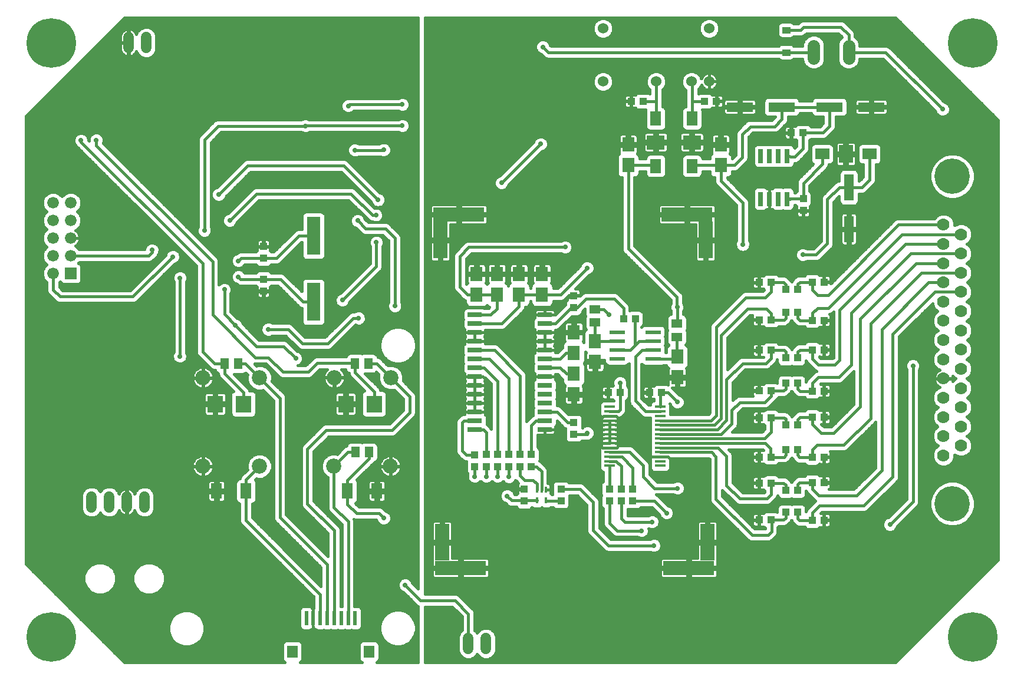
<source format=gbr>
G75*
G70*
%OFA0B0*%
%FSLAX24Y24*%
%IPPOS*%
%LPD*%
%AMOC8*
5,1,8,0,0,1.08239X$1,22.5*
%
%ADD10R,0.0394X0.0433*%
%ADD11R,0.0433X0.0394*%
%ADD12C,0.0700*%
%ADD13C,0.2000*%
%ADD14R,0.0591X0.0157*%
%ADD15C,0.0600*%
%ADD16R,0.0709X0.0846*%
%ADD17R,0.0260X0.0800*%
%ADD18R,0.1496X0.0551*%
%ADD19R,0.0551X0.1496*%
%ADD20R,0.0800X0.0260*%
%ADD21R,0.0780X0.2160*%
%ADD22R,0.0236X0.0787*%
%ADD23R,0.0591X0.0709*%
%ADD24C,0.0860*%
%ADD25R,0.0638X0.0858*%
%ADD26R,0.0900X0.0980*%
%ADD27R,0.0512X0.0591*%
%ADD28R,0.1024X0.0787*%
%ADD29R,0.0630X0.0787*%
%ADD30R,0.0787X0.1024*%
%ADD31R,0.0787X0.0630*%
%ADD32R,0.0157X0.0354*%
%ADD33R,0.0866X0.0236*%
%ADD34R,0.0591X0.0512*%
%ADD35C,0.0600*%
%ADD36C,0.0705*%
%ADD37R,0.2900X0.0800*%
%ADD38R,0.0800X0.2100*%
%ADD39R,0.0660X0.0660*%
%ADD40C,0.0660*%
%ADD41C,0.0004*%
%ADD42C,0.0160*%
%ADD43C,0.0280*%
%ADD44C,0.2800*%
%ADD45C,0.0120*%
D10*
X028931Y009877D03*
X028931Y010546D03*
X043717Y010481D03*
X044386Y010481D03*
X045217Y010911D03*
X045886Y010911D03*
X045886Y012351D03*
X045217Y012351D03*
X044386Y012781D03*
X043717Y012781D03*
X043717Y014181D03*
X044386Y014181D03*
X045217Y014611D03*
X045886Y014611D03*
X045886Y016091D03*
X045217Y016091D03*
X044386Y016531D03*
X043717Y016531D03*
X043717Y017981D03*
X044386Y017981D03*
X045217Y018421D03*
X045886Y018421D03*
X045886Y020091D03*
X045217Y020091D03*
X044386Y020531D03*
X043717Y020531D03*
X043717Y021831D03*
X044386Y021831D03*
X045217Y022261D03*
X045886Y022261D03*
X044711Y026297D03*
X044711Y026966D03*
X035216Y020171D03*
X034547Y020171D03*
X031741Y020817D03*
X031741Y021486D03*
X014191Y021747D03*
X014191Y022416D03*
X014191Y023607D03*
X014191Y024276D03*
X043717Y009231D03*
X044386Y009231D03*
X045217Y008781D03*
X045886Y008781D03*
D11*
X042886Y008801D03*
X042217Y008801D03*
X042217Y010891D03*
X042886Y010891D03*
X042886Y012361D03*
X042217Y012361D03*
X042217Y014591D03*
X042886Y014591D03*
X042886Y016111D03*
X042217Y016111D03*
X042217Y018401D03*
X042886Y018401D03*
X042886Y020121D03*
X042217Y020121D03*
X042217Y022241D03*
X042886Y022241D03*
X036696Y016011D03*
X036027Y016011D03*
X034346Y016001D03*
X033677Y016001D03*
X031741Y014316D03*
X031741Y013647D03*
X029321Y012496D03*
X028701Y012496D03*
X028061Y012496D03*
X027431Y012496D03*
X026781Y012496D03*
X026141Y012486D03*
X026141Y011817D03*
X026781Y011827D03*
X027431Y011827D03*
X028061Y011827D03*
X028701Y011827D03*
X029321Y011827D03*
X031011Y010546D03*
X031011Y009877D03*
X033761Y009877D03*
X033761Y010546D03*
X034431Y010546D03*
X035071Y010546D03*
X035071Y009877D03*
X034431Y009877D03*
X044027Y030701D03*
X044696Y030701D03*
X039796Y032481D03*
X039127Y032481D03*
X035646Y032481D03*
X034977Y032481D03*
D12*
X052641Y025496D03*
X053641Y024956D03*
X052641Y024406D03*
X053641Y023866D03*
X052641Y023326D03*
X053641Y022776D03*
X052641Y022236D03*
X053641Y021696D03*
X052641Y021146D03*
X053641Y020606D03*
X052641Y020066D03*
X053641Y019516D03*
X052641Y018976D03*
X053641Y018436D03*
X052641Y017886D03*
X053641Y017346D03*
X052641Y016806D03*
X053641Y016256D03*
X052641Y015716D03*
X053641Y015176D03*
X052641Y014626D03*
X053641Y014086D03*
X052641Y013546D03*
X053641Y012996D03*
X052641Y012456D03*
D13*
X053141Y009716D03*
X053141Y028236D03*
D14*
X036619Y015195D03*
X036619Y014939D03*
X036619Y014683D03*
X036619Y014427D03*
X036619Y014171D03*
X036619Y013915D03*
X036619Y013659D03*
X036619Y013403D03*
X036619Y013148D03*
X036619Y012892D03*
X036619Y012636D03*
X036619Y012380D03*
X036619Y012124D03*
X036619Y011868D03*
X033764Y011868D03*
X033764Y012124D03*
X033764Y012380D03*
X033764Y012636D03*
X033764Y012892D03*
X033764Y013148D03*
X033764Y013403D03*
X033764Y013659D03*
X033764Y013915D03*
X033764Y014171D03*
X033764Y014427D03*
X033764Y014683D03*
X033764Y014939D03*
X033764Y015195D03*
D15*
X033391Y033601D03*
X036391Y033601D03*
X038391Y033601D03*
X039391Y033601D03*
X039391Y036601D03*
X033391Y036601D03*
D16*
X034811Y030032D03*
X034811Y028871D03*
X040051Y028871D03*
X040051Y030032D03*
X029941Y022712D03*
X028641Y022712D03*
X027391Y022712D03*
X026241Y022712D03*
X026241Y021551D03*
X027391Y021551D03*
X028641Y021551D03*
X029941Y021551D03*
X031741Y019412D03*
X032941Y018922D03*
X031741Y018251D03*
X032941Y017761D03*
X031741Y017062D03*
X031741Y015901D03*
X037591Y016871D03*
X037591Y018032D03*
D17*
X042301Y026961D03*
X042801Y026961D03*
X043301Y026961D03*
X043801Y026961D03*
X043801Y029381D03*
X043301Y029381D03*
X042801Y029381D03*
X042301Y029381D03*
D18*
X041130Y032161D03*
X043493Y032161D03*
X046190Y032161D03*
X048553Y032161D03*
D19*
X047291Y027613D03*
X047291Y025250D03*
D20*
X030101Y020411D03*
X030101Y019911D03*
X030101Y019411D03*
X030101Y018911D03*
X030101Y018411D03*
X030101Y017911D03*
X030101Y017411D03*
X030101Y016911D03*
X030101Y016411D03*
X030101Y015911D03*
X030101Y015411D03*
X030101Y014911D03*
X030101Y014411D03*
X030101Y013911D03*
X026141Y013911D03*
X026141Y014411D03*
X026141Y014911D03*
X026141Y015411D03*
X026141Y015911D03*
X026141Y016411D03*
X026141Y016911D03*
X026141Y017411D03*
X026141Y017911D03*
X026141Y018411D03*
X026141Y018911D03*
X026141Y019411D03*
X026141Y019911D03*
X026141Y020411D03*
D21*
X017016Y021131D03*
X017016Y024871D03*
D22*
X017008Y003234D03*
X016614Y003234D03*
X017402Y003234D03*
X017796Y003234D03*
X018189Y003234D03*
X018583Y003234D03*
X018977Y003234D03*
X019370Y003234D03*
D23*
X020168Y001345D03*
X015827Y001344D03*
D24*
X013970Y011834D03*
X010770Y011834D03*
X010770Y016834D03*
X013970Y016834D03*
X018193Y016849D03*
X021393Y016849D03*
X021370Y011834D03*
X018170Y011834D03*
D25*
X018940Y010434D03*
X020601Y010434D03*
X013201Y010434D03*
X011540Y010434D03*
D26*
X011460Y015354D03*
X013060Y015354D03*
X018843Y015359D03*
X020443Y015359D03*
D27*
X020117Y017659D03*
X019369Y017659D03*
X012744Y017634D03*
X011996Y017634D03*
X019396Y012634D03*
X020144Y012634D03*
D28*
X036371Y030161D03*
X038421Y030161D03*
D29*
X038421Y031500D03*
X036371Y031500D03*
X036371Y028823D03*
X038421Y028823D03*
D30*
X047121Y029501D03*
D31*
X048460Y029501D03*
X045783Y029501D03*
D32*
X030167Y010526D03*
X029911Y010526D03*
X029656Y010526D03*
X029656Y009896D03*
X030167Y009896D03*
D33*
X034178Y017921D03*
X034178Y018421D03*
X034178Y018921D03*
X034178Y019421D03*
X036225Y019421D03*
X036225Y018921D03*
X036225Y018421D03*
X036225Y017921D03*
D34*
X037571Y019157D03*
X037571Y019905D03*
X032941Y019977D03*
X032941Y020725D03*
D35*
X007461Y010111D02*
X007461Y009511D01*
X006461Y009511D02*
X006461Y010111D01*
X005461Y010111D02*
X005461Y009511D01*
X004461Y009511D02*
X004461Y010111D01*
X025771Y002106D02*
X025771Y001506D01*
X026771Y001506D02*
X026771Y002106D01*
X007561Y035501D02*
X007561Y036101D01*
X006561Y036101D02*
X006561Y035501D01*
D36*
X045307Y035604D02*
X045307Y034899D01*
X047276Y034899D02*
X047276Y035604D01*
D37*
X038141Y026081D03*
X025241Y026081D03*
X025341Y006081D03*
X038241Y006081D03*
D38*
X039291Y007531D03*
X024291Y007531D03*
X024191Y024631D03*
X039191Y024631D03*
D39*
X003291Y022741D03*
D40*
X002291Y022741D03*
X002291Y023741D03*
X003291Y023741D03*
X003291Y024741D03*
X002291Y024741D03*
X002291Y025741D03*
X003291Y025741D03*
X003291Y026741D03*
X002291Y026741D03*
D41*
X043527Y035076D02*
X043527Y035426D01*
X043955Y035426D01*
X043955Y035076D01*
X043527Y035076D01*
X043527Y035079D02*
X043955Y035079D01*
X043955Y035082D02*
X043527Y035082D01*
X043527Y035085D02*
X043955Y035085D01*
X043955Y035088D02*
X043527Y035088D01*
X043527Y035091D02*
X043955Y035091D01*
X043955Y035094D02*
X043527Y035094D01*
X043527Y035097D02*
X043955Y035097D01*
X043955Y035100D02*
X043527Y035100D01*
X043527Y035103D02*
X043955Y035103D01*
X043955Y035106D02*
X043527Y035106D01*
X043527Y035109D02*
X043955Y035109D01*
X043955Y035112D02*
X043527Y035112D01*
X043527Y035115D02*
X043955Y035115D01*
X043955Y035118D02*
X043527Y035118D01*
X043527Y035121D02*
X043955Y035121D01*
X043955Y035124D02*
X043527Y035124D01*
X043527Y035127D02*
X043955Y035127D01*
X043955Y035130D02*
X043527Y035130D01*
X043527Y035133D02*
X043955Y035133D01*
X043955Y035136D02*
X043527Y035136D01*
X043527Y035139D02*
X043955Y035139D01*
X043955Y035142D02*
X043527Y035142D01*
X043527Y035145D02*
X043955Y035145D01*
X043955Y035148D02*
X043527Y035148D01*
X043527Y035151D02*
X043955Y035151D01*
X043955Y035154D02*
X043527Y035154D01*
X043527Y035157D02*
X043955Y035157D01*
X043955Y035160D02*
X043527Y035160D01*
X043527Y035163D02*
X043955Y035163D01*
X043955Y035166D02*
X043527Y035166D01*
X043527Y035169D02*
X043955Y035169D01*
X043955Y035172D02*
X043527Y035172D01*
X043527Y035175D02*
X043955Y035175D01*
X043955Y035178D02*
X043527Y035178D01*
X043527Y035181D02*
X043955Y035181D01*
X043955Y035184D02*
X043527Y035184D01*
X043527Y035187D02*
X043955Y035187D01*
X043955Y035190D02*
X043527Y035190D01*
X043527Y035193D02*
X043955Y035193D01*
X043955Y035196D02*
X043527Y035196D01*
X043527Y035199D02*
X043955Y035199D01*
X043955Y035202D02*
X043527Y035202D01*
X043527Y035205D02*
X043955Y035205D01*
X043955Y035208D02*
X043527Y035208D01*
X043527Y035211D02*
X043955Y035211D01*
X043955Y035214D02*
X043527Y035214D01*
X043527Y035217D02*
X043955Y035217D01*
X043955Y035220D02*
X043527Y035220D01*
X043527Y035223D02*
X043955Y035223D01*
X043955Y035226D02*
X043527Y035226D01*
X043527Y035229D02*
X043955Y035229D01*
X043955Y035232D02*
X043527Y035232D01*
X043527Y035235D02*
X043955Y035235D01*
X043955Y035238D02*
X043527Y035238D01*
X043527Y035241D02*
X043955Y035241D01*
X043955Y035244D02*
X043527Y035244D01*
X043527Y035247D02*
X043955Y035247D01*
X043955Y035250D02*
X043527Y035250D01*
X043527Y035253D02*
X043955Y035253D01*
X043955Y035256D02*
X043527Y035256D01*
X043527Y035259D02*
X043955Y035259D01*
X043955Y035262D02*
X043527Y035262D01*
X043527Y035265D02*
X043955Y035265D01*
X043955Y035268D02*
X043527Y035268D01*
X043527Y035271D02*
X043955Y035271D01*
X043955Y035274D02*
X043527Y035274D01*
X043527Y035277D02*
X043955Y035277D01*
X043955Y035280D02*
X043527Y035280D01*
X043527Y035283D02*
X043955Y035283D01*
X043955Y035286D02*
X043527Y035286D01*
X043527Y035289D02*
X043955Y035289D01*
X043955Y035292D02*
X043527Y035292D01*
X043527Y035295D02*
X043955Y035295D01*
X043955Y035298D02*
X043527Y035298D01*
X043527Y035301D02*
X043955Y035301D01*
X043955Y035304D02*
X043527Y035304D01*
X043527Y035307D02*
X043955Y035307D01*
X043955Y035310D02*
X043527Y035310D01*
X043527Y035313D02*
X043955Y035313D01*
X043955Y035316D02*
X043527Y035316D01*
X043527Y035319D02*
X043955Y035319D01*
X043955Y035322D02*
X043527Y035322D01*
X043527Y035325D02*
X043955Y035325D01*
X043955Y035328D02*
X043527Y035328D01*
X043527Y035331D02*
X043955Y035331D01*
X043955Y035334D02*
X043527Y035334D01*
X043527Y035337D02*
X043955Y035337D01*
X043955Y035340D02*
X043527Y035340D01*
X043527Y035343D02*
X043955Y035343D01*
X043955Y035346D02*
X043527Y035346D01*
X043527Y035349D02*
X043955Y035349D01*
X043955Y035352D02*
X043527Y035352D01*
X043527Y035355D02*
X043955Y035355D01*
X043955Y035358D02*
X043527Y035358D01*
X043527Y035361D02*
X043955Y035361D01*
X043955Y035364D02*
X043527Y035364D01*
X043527Y035367D02*
X043955Y035367D01*
X043955Y035370D02*
X043527Y035370D01*
X043527Y035373D02*
X043955Y035373D01*
X043955Y035376D02*
X043527Y035376D01*
X043527Y035379D02*
X043955Y035379D01*
X043955Y035382D02*
X043527Y035382D01*
X043527Y035385D02*
X043955Y035385D01*
X043955Y035388D02*
X043527Y035388D01*
X043527Y035391D02*
X043955Y035391D01*
X043955Y035394D02*
X043527Y035394D01*
X043527Y035397D02*
X043955Y035397D01*
X043955Y035400D02*
X043527Y035400D01*
X043527Y035403D02*
X043955Y035403D01*
X043955Y035406D02*
X043527Y035406D01*
X043527Y035409D02*
X043955Y035409D01*
X043955Y035412D02*
X043527Y035412D01*
X043527Y035415D02*
X043955Y035415D01*
X043955Y035418D02*
X043527Y035418D01*
X043527Y035421D02*
X043955Y035421D01*
X043955Y035424D02*
X043527Y035424D01*
X043527Y036336D02*
X043527Y036686D01*
X043955Y036686D01*
X043955Y036336D01*
X043527Y036336D01*
X043527Y036339D02*
X043955Y036339D01*
X043955Y036342D02*
X043527Y036342D01*
X043527Y036345D02*
X043955Y036345D01*
X043955Y036348D02*
X043527Y036348D01*
X043527Y036351D02*
X043955Y036351D01*
X043955Y036354D02*
X043527Y036354D01*
X043527Y036357D02*
X043955Y036357D01*
X043955Y036360D02*
X043527Y036360D01*
X043527Y036363D02*
X043955Y036363D01*
X043955Y036366D02*
X043527Y036366D01*
X043527Y036369D02*
X043955Y036369D01*
X043955Y036372D02*
X043527Y036372D01*
X043527Y036375D02*
X043955Y036375D01*
X043955Y036378D02*
X043527Y036378D01*
X043527Y036381D02*
X043955Y036381D01*
X043955Y036384D02*
X043527Y036384D01*
X043527Y036387D02*
X043955Y036387D01*
X043955Y036390D02*
X043527Y036390D01*
X043527Y036393D02*
X043955Y036393D01*
X043955Y036396D02*
X043527Y036396D01*
X043527Y036399D02*
X043955Y036399D01*
X043955Y036402D02*
X043527Y036402D01*
X043527Y036405D02*
X043955Y036405D01*
X043955Y036408D02*
X043527Y036408D01*
X043527Y036411D02*
X043955Y036411D01*
X043955Y036414D02*
X043527Y036414D01*
X043527Y036417D02*
X043955Y036417D01*
X043955Y036420D02*
X043527Y036420D01*
X043527Y036423D02*
X043955Y036423D01*
X043955Y036426D02*
X043527Y036426D01*
X043527Y036429D02*
X043955Y036429D01*
X043955Y036432D02*
X043527Y036432D01*
X043527Y036435D02*
X043955Y036435D01*
X043955Y036438D02*
X043527Y036438D01*
X043527Y036441D02*
X043955Y036441D01*
X043955Y036444D02*
X043527Y036444D01*
X043527Y036447D02*
X043955Y036447D01*
X043955Y036450D02*
X043527Y036450D01*
X043527Y036453D02*
X043955Y036453D01*
X043955Y036456D02*
X043527Y036456D01*
X043527Y036459D02*
X043955Y036459D01*
X043955Y036462D02*
X043527Y036462D01*
X043527Y036465D02*
X043955Y036465D01*
X043955Y036468D02*
X043527Y036468D01*
X043527Y036471D02*
X043955Y036471D01*
X043955Y036474D02*
X043527Y036474D01*
X043527Y036477D02*
X043955Y036477D01*
X043955Y036480D02*
X043527Y036480D01*
X043527Y036483D02*
X043955Y036483D01*
X043955Y036486D02*
X043527Y036486D01*
X043527Y036489D02*
X043955Y036489D01*
X043955Y036492D02*
X043527Y036492D01*
X043527Y036495D02*
X043955Y036495D01*
X043955Y036498D02*
X043527Y036498D01*
X043527Y036501D02*
X043955Y036501D01*
X043955Y036504D02*
X043527Y036504D01*
X043527Y036507D02*
X043955Y036507D01*
X043955Y036510D02*
X043527Y036510D01*
X043527Y036513D02*
X043955Y036513D01*
X043955Y036516D02*
X043527Y036516D01*
X043527Y036519D02*
X043955Y036519D01*
X043955Y036522D02*
X043527Y036522D01*
X043527Y036525D02*
X043955Y036525D01*
X043955Y036528D02*
X043527Y036528D01*
X043527Y036531D02*
X043955Y036531D01*
X043955Y036534D02*
X043527Y036534D01*
X043527Y036537D02*
X043955Y036537D01*
X043955Y036540D02*
X043527Y036540D01*
X043527Y036543D02*
X043955Y036543D01*
X043955Y036546D02*
X043527Y036546D01*
X043527Y036549D02*
X043955Y036549D01*
X043955Y036552D02*
X043527Y036552D01*
X043527Y036555D02*
X043955Y036555D01*
X043955Y036558D02*
X043527Y036558D01*
X043527Y036561D02*
X043955Y036561D01*
X043955Y036564D02*
X043527Y036564D01*
X043527Y036567D02*
X043955Y036567D01*
X043955Y036570D02*
X043527Y036570D01*
X043527Y036573D02*
X043955Y036573D01*
X043955Y036576D02*
X043527Y036576D01*
X043527Y036579D02*
X043955Y036579D01*
X043955Y036582D02*
X043527Y036582D01*
X043527Y036585D02*
X043955Y036585D01*
X043955Y036588D02*
X043527Y036588D01*
X043527Y036591D02*
X043955Y036591D01*
X043955Y036594D02*
X043527Y036594D01*
X043527Y036597D02*
X043955Y036597D01*
X043955Y036600D02*
X043527Y036600D01*
X043527Y036603D02*
X043955Y036603D01*
X043955Y036606D02*
X043527Y036606D01*
X043527Y036609D02*
X043955Y036609D01*
X043955Y036612D02*
X043527Y036612D01*
X043527Y036615D02*
X043955Y036615D01*
X043955Y036618D02*
X043527Y036618D01*
X043527Y036621D02*
X043955Y036621D01*
X043955Y036624D02*
X043527Y036624D01*
X043527Y036627D02*
X043955Y036627D01*
X043955Y036630D02*
X043527Y036630D01*
X043527Y036633D02*
X043955Y036633D01*
X043955Y036636D02*
X043527Y036636D01*
X043527Y036639D02*
X043955Y036639D01*
X043955Y036642D02*
X043527Y036642D01*
X043527Y036645D02*
X043955Y036645D01*
X043955Y036648D02*
X043527Y036648D01*
X043527Y036651D02*
X043955Y036651D01*
X043955Y036654D02*
X043527Y036654D01*
X043527Y036657D02*
X043955Y036657D01*
X043955Y036660D02*
X043527Y036660D01*
X043527Y036663D02*
X043955Y036663D01*
X043955Y036666D02*
X043527Y036666D01*
X043527Y036669D02*
X043955Y036669D01*
X043955Y036672D02*
X043527Y036672D01*
X043527Y036675D02*
X043955Y036675D01*
X043955Y036678D02*
X043527Y036678D01*
X043527Y036681D02*
X043955Y036681D01*
X043955Y036684D02*
X043527Y036684D01*
D42*
X043741Y036511D02*
X044561Y036511D01*
X044731Y036681D01*
X046841Y036681D01*
X047276Y036247D01*
X047276Y035251D01*
X049371Y035251D01*
X052591Y032031D01*
X052297Y031732D02*
X049393Y031732D01*
X049411Y031742D02*
X049445Y031775D01*
X049468Y031816D01*
X049481Y031862D01*
X049481Y032104D01*
X048611Y032104D01*
X048611Y032219D01*
X049481Y032219D01*
X049481Y032461D01*
X049468Y032506D01*
X049445Y032548D01*
X049411Y032581D01*
X049370Y032605D01*
X049324Y032617D01*
X048610Y032617D01*
X048610Y032219D01*
X048495Y032219D01*
X048495Y032104D01*
X047625Y032104D01*
X047625Y031862D01*
X047637Y031816D01*
X047661Y031775D01*
X047694Y031742D01*
X047735Y031718D01*
X047781Y031706D01*
X048495Y031706D01*
X048495Y032103D01*
X048610Y032103D01*
X048610Y031706D01*
X049324Y031706D01*
X049370Y031718D01*
X049411Y031742D01*
X049481Y031890D02*
X052195Y031890D01*
X052175Y031938D02*
X052235Y031794D01*
X052354Y031675D01*
X052508Y031611D01*
X052675Y031611D01*
X052829Y031675D01*
X052948Y031794D01*
X053011Y031948D01*
X053011Y032115D01*
X052948Y032269D01*
X052829Y032387D01*
X052685Y032447D01*
X049677Y035455D01*
X049575Y035557D01*
X049443Y035611D01*
X047908Y035611D01*
X047908Y035730D01*
X047812Y035962D01*
X047636Y036138D01*
X047636Y036176D01*
X047636Y036319D01*
X047581Y036451D01*
X047045Y036987D01*
X046913Y037041D01*
X046770Y037041D01*
X044660Y037041D01*
X044528Y036987D01*
X044426Y036885D01*
X044412Y036871D01*
X044170Y036871D01*
X044116Y036926D01*
X044012Y036968D01*
X043471Y036968D01*
X043367Y036926D01*
X043288Y036846D01*
X043245Y036743D01*
X043245Y036280D01*
X043288Y036176D01*
X043367Y036097D01*
X043471Y036054D01*
X044012Y036054D01*
X044116Y036097D01*
X044170Y036151D01*
X044490Y036151D01*
X044633Y036151D01*
X044765Y036206D01*
X044881Y036321D01*
X046692Y036321D01*
X046896Y036118D01*
X046740Y035962D01*
X046643Y035730D01*
X046643Y034773D01*
X046740Y034541D01*
X046917Y034363D01*
X047150Y034266D01*
X047402Y034266D01*
X047634Y034363D01*
X047812Y034541D01*
X047908Y034773D01*
X047908Y034891D01*
X049222Y034891D01*
X052175Y031938D01*
X052065Y032049D02*
X049481Y032049D01*
X049481Y032366D02*
X051748Y032366D01*
X051590Y032524D02*
X049458Y032524D01*
X048610Y032524D02*
X048495Y032524D01*
X048495Y032617D02*
X047781Y032617D01*
X047735Y032605D01*
X047694Y032581D01*
X047661Y032548D01*
X047637Y032506D01*
X047625Y032461D01*
X047625Y032219D01*
X048495Y032219D01*
X048495Y032617D01*
X048495Y032366D02*
X048610Y032366D01*
X048611Y032207D02*
X051907Y032207D01*
X052608Y032524D02*
X054619Y032524D01*
X054777Y032366D02*
X052851Y032366D01*
X052973Y032207D02*
X054936Y032207D01*
X055094Y032049D02*
X053011Y032049D01*
X052988Y031890D02*
X055253Y031890D01*
X055411Y031732D02*
X052886Y031732D01*
X052449Y032683D02*
X054460Y032683D01*
X054302Y032841D02*
X052291Y032841D01*
X052132Y033000D02*
X054143Y033000D01*
X053984Y033158D02*
X051974Y033158D01*
X051815Y033317D02*
X053826Y033317D01*
X053667Y033476D02*
X051656Y033476D01*
X051498Y033634D02*
X053509Y033634D01*
X053350Y033793D02*
X051339Y033793D01*
X051181Y033951D02*
X053192Y033951D01*
X053033Y034110D02*
X051022Y034110D01*
X050864Y034268D02*
X052875Y034268D01*
X052716Y034427D02*
X050705Y034427D01*
X050547Y034585D02*
X052558Y034585D01*
X052399Y034744D02*
X050388Y034744D01*
X050230Y034902D02*
X052240Y034902D01*
X052082Y035061D02*
X050071Y035061D01*
X049912Y035219D02*
X051923Y035219D01*
X051765Y035378D02*
X049754Y035378D01*
X049595Y035537D02*
X051606Y035537D01*
X051448Y035695D02*
X047908Y035695D01*
X047857Y035854D02*
X051289Y035854D01*
X051131Y036012D02*
X047762Y036012D01*
X047636Y036171D02*
X050972Y036171D01*
X050814Y036329D02*
X047631Y036329D01*
X047544Y036488D02*
X050655Y036488D01*
X050496Y036646D02*
X047386Y036646D01*
X047227Y036805D02*
X050338Y036805D01*
X050179Y036963D02*
X047069Y036963D01*
X046843Y036171D02*
X045592Y036171D01*
X045666Y036140D02*
X045433Y036236D01*
X045181Y036236D01*
X044949Y036140D01*
X044771Y035962D01*
X044675Y035730D01*
X044675Y035611D01*
X044170Y035611D01*
X044116Y035666D01*
X044012Y035709D01*
X043471Y035709D01*
X043367Y035666D01*
X043313Y035611D01*
X030445Y035611D01*
X030408Y035648D01*
X030348Y035793D01*
X030229Y035911D01*
X030075Y035975D01*
X029908Y035975D01*
X029754Y035911D01*
X029635Y035793D01*
X029571Y035639D01*
X029571Y035472D01*
X029635Y035317D01*
X029754Y035199D01*
X029898Y035139D01*
X029990Y035047D01*
X030092Y034946D01*
X030224Y034891D01*
X043313Y034891D01*
X043367Y034837D01*
X043471Y034794D01*
X044012Y034794D01*
X044116Y034837D01*
X044170Y034891D01*
X044675Y034891D01*
X044675Y034773D01*
X044771Y034541D01*
X044949Y034363D01*
X045181Y034266D01*
X045433Y034266D01*
X045666Y034363D01*
X045843Y034541D01*
X045940Y034773D01*
X045940Y035730D01*
X045843Y035962D01*
X045666Y036140D01*
X045793Y036012D02*
X046790Y036012D01*
X046695Y035854D02*
X045888Y035854D01*
X045940Y035695D02*
X046643Y035695D01*
X046643Y035537D02*
X045940Y035537D01*
X045940Y035378D02*
X046643Y035378D01*
X046643Y035219D02*
X045940Y035219D01*
X045940Y035061D02*
X046643Y035061D01*
X046643Y034902D02*
X045940Y034902D01*
X045928Y034744D02*
X046655Y034744D01*
X046721Y034585D02*
X045862Y034585D01*
X045730Y034427D02*
X046853Y034427D01*
X047145Y034268D02*
X045438Y034268D01*
X045177Y034268D02*
X023331Y034268D01*
X023331Y034110D02*
X033103Y034110D01*
X033063Y034093D02*
X032900Y033930D01*
X032811Y033717D01*
X032811Y033486D01*
X032900Y033273D01*
X033063Y033110D01*
X033276Y033021D01*
X033507Y033021D01*
X033720Y033110D01*
X033883Y033273D01*
X033971Y033486D01*
X033971Y033717D01*
X033883Y033930D01*
X033720Y034093D01*
X033507Y034181D01*
X033276Y034181D01*
X033063Y034093D01*
X032921Y033951D02*
X023331Y033951D01*
X023331Y033793D02*
X032843Y033793D01*
X032811Y033634D02*
X023331Y033634D01*
X023331Y033476D02*
X032816Y033476D01*
X032881Y033317D02*
X023331Y033317D01*
X023331Y033158D02*
X033014Y033158D01*
X033769Y033158D02*
X036014Y033158D01*
X036031Y033141D02*
X036031Y032905D01*
X036021Y032916D01*
X035918Y032958D01*
X035374Y032958D01*
X035271Y032916D01*
X035214Y032858D01*
X034995Y032858D01*
X034995Y032500D01*
X034958Y032500D01*
X034958Y032463D01*
X034580Y032463D01*
X034580Y032261D01*
X034593Y032215D01*
X034616Y032174D01*
X034650Y032141D01*
X034691Y032117D01*
X034737Y032105D01*
X034958Y032105D01*
X034958Y032463D01*
X034995Y032463D01*
X034995Y032105D01*
X035214Y032105D01*
X035271Y032047D01*
X035374Y032005D01*
X035799Y032005D01*
X035777Y031949D01*
X035777Y031051D01*
X035819Y030948D01*
X035898Y030869D01*
X036001Y030826D01*
X036742Y030826D01*
X036845Y030869D01*
X036924Y030948D01*
X036966Y031051D01*
X036966Y031949D01*
X036924Y032052D01*
X036845Y032131D01*
X036751Y032170D01*
X036751Y032390D01*
X036751Y032553D01*
X036751Y033141D01*
X036883Y033273D01*
X036971Y033486D01*
X036971Y033717D01*
X036883Y033930D01*
X036720Y034093D01*
X036507Y034181D01*
X036276Y034181D01*
X036063Y034093D01*
X035900Y033930D01*
X035811Y033717D01*
X035811Y033486D01*
X035900Y033273D01*
X036031Y033141D01*
X036031Y033000D02*
X023331Y033000D01*
X023331Y032841D02*
X034683Y032841D01*
X034691Y032846D02*
X034650Y032822D01*
X034616Y032789D01*
X034593Y032748D01*
X034580Y032702D01*
X034580Y032500D01*
X034958Y032500D01*
X034958Y032858D01*
X034737Y032858D01*
X034691Y032846D01*
X034580Y032683D02*
X023331Y032683D01*
X023331Y032524D02*
X034580Y032524D01*
X034580Y032366D02*
X023331Y032366D01*
X023331Y032207D02*
X034597Y032207D01*
X034958Y032207D02*
X034995Y032207D01*
X034995Y032366D02*
X034958Y032366D01*
X034958Y032524D02*
X034995Y032524D01*
X034995Y032683D02*
X034958Y032683D01*
X034958Y032841D02*
X034995Y032841D01*
X035646Y032481D02*
X036391Y032481D01*
X036391Y032461D01*
X036391Y031500D01*
X036371Y031500D01*
X035777Y031573D02*
X023331Y031573D01*
X023331Y031732D02*
X035777Y031732D01*
X035777Y031890D02*
X023331Y031890D01*
X023331Y032049D02*
X035270Y032049D01*
X035777Y031414D02*
X023331Y031414D01*
X023331Y031256D02*
X035777Y031256D01*
X035777Y031097D02*
X023331Y031097D01*
X023331Y030939D02*
X035828Y030939D01*
X035836Y030735D02*
X035790Y030723D01*
X035749Y030699D01*
X035716Y030666D01*
X035692Y030625D01*
X035680Y030579D01*
X035680Y030241D01*
X036291Y030241D01*
X036291Y030081D01*
X036292Y030081D02*
X036451Y030081D01*
X036451Y029588D01*
X036907Y029588D01*
X036953Y029600D01*
X036994Y029624D01*
X037027Y029657D01*
X037051Y029698D01*
X037063Y029744D01*
X037063Y030081D01*
X036452Y030081D01*
X036452Y030241D01*
X037063Y030241D01*
X037063Y030579D01*
X037051Y030625D01*
X037027Y030666D01*
X036994Y030699D01*
X036953Y030723D01*
X036907Y030735D01*
X036451Y030735D01*
X036451Y030242D01*
X036292Y030242D01*
X036292Y030735D01*
X035836Y030735D01*
X035691Y030622D02*
X035238Y030622D01*
X035235Y030623D02*
X035190Y030635D01*
X034891Y030635D01*
X034891Y030112D01*
X034732Y030112D01*
X034732Y030635D01*
X034433Y030635D01*
X034388Y030623D01*
X034347Y030599D01*
X034313Y030566D01*
X034289Y030525D01*
X034277Y030479D01*
X034277Y030112D01*
X034731Y030112D01*
X034731Y029952D01*
X034277Y029952D01*
X034277Y029585D01*
X034289Y029539D01*
X034296Y029528D01*
X034220Y029453D01*
X034177Y029350D01*
X034177Y028392D01*
X034220Y028289D01*
X034299Y028210D01*
X034401Y028167D01*
X034451Y028167D01*
X034451Y024233D01*
X034451Y024090D01*
X034506Y023957D01*
X037211Y021252D01*
X037211Y021046D01*
X037161Y020925D01*
X037161Y020758D01*
X037221Y020613D01*
X037221Y020441D01*
X037118Y020399D01*
X037039Y020320D01*
X036996Y020217D01*
X036996Y019594D01*
X037022Y019531D01*
X036996Y019469D01*
X036996Y018846D01*
X037039Y018743D01*
X037086Y018696D01*
X037079Y018693D01*
X037000Y018614D01*
X036957Y018511D01*
X036957Y018281D01*
X036938Y018281D01*
X036938Y018595D01*
X036907Y018671D01*
X036938Y018748D01*
X036938Y019095D01*
X036907Y019171D01*
X036938Y019248D01*
X036938Y019595D01*
X036896Y019698D01*
X036817Y019777D01*
X036714Y019819D01*
X035736Y019819D01*
X035633Y019777D01*
X035566Y019710D01*
X035566Y019715D01*
X035572Y019718D01*
X035650Y019796D01*
X035693Y019899D01*
X035693Y020444D01*
X035650Y020547D01*
X035572Y020625D01*
X035469Y020668D01*
X034964Y020668D01*
X034907Y020644D01*
X034907Y020858D01*
X034852Y020990D01*
X034751Y021091D01*
X034215Y021627D01*
X034083Y021681D01*
X033940Y021681D01*
X032370Y021681D01*
X032238Y021627D01*
X032136Y021525D01*
X032118Y021507D01*
X032118Y021726D01*
X032106Y021772D01*
X032082Y021813D01*
X032049Y021847D01*
X032008Y021870D01*
X031962Y021883D01*
X031832Y021883D01*
X032585Y022635D01*
X032729Y022695D01*
X032848Y022814D01*
X032911Y022968D01*
X032911Y023135D01*
X032848Y023289D01*
X032729Y023407D01*
X032575Y023471D01*
X032408Y023471D01*
X032254Y023407D01*
X032135Y023289D01*
X032075Y023144D01*
X030842Y021911D01*
X030576Y021911D01*
X030576Y022030D01*
X030533Y022133D01*
X030457Y022208D01*
X030464Y022219D01*
X030476Y022265D01*
X030476Y022632D01*
X030022Y022632D01*
X030022Y022792D01*
X030476Y022792D01*
X030476Y023159D01*
X030464Y023205D01*
X030440Y023246D01*
X030406Y023279D01*
X030365Y023303D01*
X030320Y023315D01*
X030021Y023315D01*
X030021Y022792D01*
X029862Y022792D01*
X029862Y023315D01*
X029563Y023315D01*
X029518Y023303D01*
X029477Y023279D01*
X029443Y023246D01*
X029419Y023205D01*
X029407Y023159D01*
X029407Y022792D01*
X029861Y022792D01*
X029861Y022632D01*
X029407Y022632D01*
X029407Y022265D01*
X029419Y022219D01*
X029426Y022208D01*
X029350Y022133D01*
X029307Y022030D01*
X029307Y021911D01*
X029276Y021911D01*
X029276Y022030D01*
X029233Y022133D01*
X029157Y022208D01*
X029164Y022219D01*
X029176Y022265D01*
X029176Y022632D01*
X028722Y022632D01*
X028722Y022792D01*
X029176Y022792D01*
X029176Y023159D01*
X029164Y023205D01*
X029140Y023246D01*
X029106Y023279D01*
X029065Y023303D01*
X029020Y023315D01*
X028721Y023315D01*
X028721Y022792D01*
X028562Y022792D01*
X028562Y023315D01*
X028263Y023315D01*
X028218Y023303D01*
X028177Y023279D01*
X028143Y023246D01*
X028119Y023205D01*
X028107Y023159D01*
X028107Y022792D01*
X028561Y022792D01*
X028561Y022632D01*
X028107Y022632D01*
X028107Y022265D01*
X028119Y022219D01*
X028126Y022208D01*
X028050Y022133D01*
X028016Y022052D01*
X027983Y022133D01*
X027907Y022208D01*
X027914Y022219D01*
X027926Y022265D01*
X027926Y022632D01*
X027472Y022632D01*
X027472Y022792D01*
X027926Y022792D01*
X027926Y023159D01*
X027914Y023205D01*
X027890Y023246D01*
X027856Y023279D01*
X027815Y023303D01*
X027770Y023315D01*
X027471Y023315D01*
X027471Y022792D01*
X027312Y022792D01*
X027312Y023315D01*
X027013Y023315D01*
X026968Y023303D01*
X026927Y023279D01*
X026893Y023246D01*
X026869Y023205D01*
X026857Y023159D01*
X026857Y022792D01*
X027311Y022792D01*
X027311Y022632D01*
X026857Y022632D01*
X026857Y022265D01*
X026869Y022219D01*
X026876Y022208D01*
X026816Y022149D01*
X026757Y022208D01*
X026764Y022219D01*
X026776Y022265D01*
X026776Y022632D01*
X026322Y022632D01*
X026322Y022792D01*
X026776Y022792D01*
X026776Y023159D01*
X026764Y023205D01*
X026740Y023246D01*
X026706Y023279D01*
X026665Y023303D01*
X026620Y023315D01*
X026321Y023315D01*
X026321Y022792D01*
X026162Y022792D01*
X026162Y023315D01*
X025863Y023315D01*
X025818Y023303D01*
X025777Y023279D01*
X025743Y023246D01*
X025719Y023205D01*
X025707Y023159D01*
X025707Y022792D01*
X026161Y022792D01*
X026161Y022632D01*
X025707Y022632D01*
X025707Y022265D01*
X025719Y022219D01*
X025726Y022208D01*
X025651Y022134D01*
X025651Y023572D01*
X025951Y023871D01*
X031023Y023871D01*
X031168Y023811D01*
X031335Y023811D01*
X031489Y023875D01*
X031608Y023994D01*
X031671Y024148D01*
X031671Y024315D01*
X031608Y024469D01*
X031489Y024587D01*
X031335Y024651D01*
X031168Y024651D01*
X031023Y024591D01*
X025730Y024591D01*
X025598Y024537D01*
X025496Y024435D01*
X024986Y023925D01*
X024931Y023793D01*
X024931Y023650D01*
X024931Y021900D01*
X024986Y021767D01*
X025088Y021666D01*
X025508Y021246D01*
X025607Y021205D01*
X025607Y021072D01*
X025650Y020969D01*
X025729Y020890D01*
X025831Y020847D01*
X026651Y020847D01*
X026754Y020890D01*
X026816Y020952D01*
X026879Y020890D01*
X026972Y020851D01*
X026892Y020771D01*
X026707Y020771D01*
X026700Y020779D01*
X026597Y020821D01*
X025686Y020821D01*
X025583Y020779D01*
X025504Y020700D01*
X025461Y020597D01*
X025461Y020226D01*
X025488Y020161D01*
X025461Y020097D01*
X025461Y019726D01*
X025504Y019623D01*
X025562Y019565D01*
X025561Y019565D02*
X025561Y019412D01*
X026141Y019412D01*
X026141Y019411D01*
X025561Y019411D01*
X025561Y019258D01*
X025574Y019212D01*
X025597Y019171D01*
X025607Y019161D01*
X025597Y019152D01*
X025574Y019111D01*
X025561Y019065D01*
X025561Y018912D01*
X026141Y018912D01*
X026141Y019101D01*
X026141Y019411D01*
X026142Y019411D01*
X026142Y019412D01*
X026721Y019412D01*
X026721Y019551D01*
X027733Y019551D01*
X027865Y019606D01*
X027967Y019707D01*
X028947Y020687D01*
X029001Y020820D01*
X029001Y020847D01*
X029051Y020847D01*
X029154Y020890D01*
X029233Y020969D01*
X029276Y021072D01*
X029276Y021191D01*
X029307Y021191D01*
X029307Y021072D01*
X029350Y020969D01*
X029429Y020890D01*
X029531Y020847D01*
X030351Y020847D01*
X030454Y020890D01*
X030533Y020969D01*
X030576Y021072D01*
X030576Y021191D01*
X030919Y021191D01*
X031062Y021191D01*
X031195Y021246D01*
X031365Y021416D01*
X031365Y021249D01*
X031307Y021192D01*
X031265Y021089D01*
X031265Y020984D01*
X030681Y020400D01*
X030681Y020411D01*
X030102Y020411D01*
X030102Y020412D01*
X030101Y020412D01*
X030101Y020721D01*
X029678Y020721D01*
X029632Y020709D01*
X029591Y020685D01*
X029557Y020652D01*
X029534Y020611D01*
X029521Y020565D01*
X029521Y020412D01*
X030101Y020412D01*
X030101Y020411D01*
X029521Y020411D01*
X029521Y020258D01*
X029522Y020257D01*
X029464Y020200D01*
X029421Y020097D01*
X029421Y019726D01*
X029464Y019623D01*
X029522Y019565D01*
X029521Y019565D02*
X029521Y019412D01*
X030101Y019412D01*
X030101Y019411D01*
X029521Y019411D01*
X029521Y019258D01*
X029534Y019212D01*
X029557Y019171D01*
X029567Y019161D01*
X029557Y019152D01*
X029534Y019111D01*
X029521Y019065D01*
X029521Y018912D01*
X030101Y018912D01*
X030101Y019221D01*
X030101Y019411D01*
X030102Y019411D01*
X030102Y019412D01*
X030681Y019412D01*
X030681Y019551D01*
X030773Y019551D01*
X030905Y019606D01*
X031241Y019941D01*
X031219Y019905D01*
X031207Y019859D01*
X031207Y019492D01*
X031661Y019492D01*
X031661Y019332D01*
X031207Y019332D01*
X031207Y018965D01*
X031219Y018919D01*
X031226Y018908D01*
X031150Y018833D01*
X031107Y018730D01*
X031107Y018560D01*
X031097Y018556D01*
X030996Y018455D01*
X030812Y018271D01*
X030681Y018271D01*
X030681Y018411D01*
X030102Y018411D01*
X030102Y018412D01*
X030101Y018412D01*
X030101Y018721D01*
X030101Y018911D01*
X029521Y018911D01*
X029521Y018758D01*
X029534Y018712D01*
X029557Y018671D01*
X029567Y018661D01*
X029557Y018652D01*
X029534Y018611D01*
X029521Y018565D01*
X029521Y018412D01*
X030101Y018412D01*
X030101Y018411D01*
X029521Y018411D01*
X029521Y018258D01*
X029522Y018257D01*
X029464Y018200D01*
X029421Y018097D01*
X028075Y018097D01*
X027917Y018255D02*
X029520Y018255D01*
X029521Y018414D02*
X027758Y018414D01*
X027600Y018572D02*
X029523Y018572D01*
X029529Y018731D02*
X027421Y018731D01*
X027455Y018717D02*
X027323Y018771D01*
X027180Y018771D01*
X026721Y018771D01*
X026721Y018911D01*
X026142Y018911D01*
X026142Y018912D01*
X026141Y018912D01*
X026141Y018911D01*
X025561Y018911D01*
X025561Y018758D01*
X025562Y018757D01*
X025504Y018700D01*
X025461Y018597D01*
X025461Y018226D01*
X025488Y018161D01*
X025461Y018097D01*
X023331Y018097D01*
X023331Y018255D02*
X025461Y018255D01*
X025461Y018097D02*
X025461Y017726D01*
X025488Y017661D01*
X025461Y017597D01*
X025461Y017226D01*
X025504Y017123D01*
X025562Y017065D01*
X025561Y017065D02*
X025561Y016912D01*
X026141Y016912D01*
X026141Y016911D01*
X025561Y016911D01*
X025561Y016758D01*
X025574Y016712D01*
X025597Y016671D01*
X025607Y016661D01*
X025597Y016652D01*
X025574Y016611D01*
X025561Y016565D01*
X025561Y016412D01*
X026141Y016412D01*
X026141Y016601D01*
X026141Y016911D01*
X026142Y016911D01*
X026142Y016601D01*
X026142Y016412D01*
X026141Y016412D01*
X026141Y016411D01*
X025561Y016411D01*
X025561Y016258D01*
X025574Y016212D01*
X025597Y016171D01*
X025607Y016161D01*
X025597Y016152D01*
X025574Y016111D01*
X025561Y016065D01*
X025561Y015912D01*
X026141Y015912D01*
X026141Y016221D01*
X026141Y016411D01*
X026142Y016411D01*
X026142Y016412D01*
X026721Y016412D01*
X026721Y016565D01*
X026709Y016611D01*
X026686Y016652D01*
X026676Y016661D01*
X026686Y016671D01*
X026709Y016712D01*
X026721Y016758D01*
X026721Y016852D01*
X027071Y016502D01*
X027071Y013960D01*
X026985Y014047D01*
X026817Y014215D01*
X026821Y014226D01*
X026821Y014597D01*
X026779Y014700D01*
X026721Y014757D01*
X026721Y014758D01*
X026721Y014911D01*
X026142Y014911D01*
X026142Y014912D01*
X026141Y014912D01*
X026141Y015221D01*
X026141Y015411D01*
X025561Y015411D01*
X025561Y015258D01*
X025574Y015212D01*
X025597Y015171D01*
X025607Y015161D01*
X025597Y015152D01*
X025574Y015111D01*
X025561Y015065D01*
X025561Y014912D01*
X026141Y014912D01*
X026141Y014911D01*
X025561Y014911D01*
X025561Y014771D01*
X025450Y014771D01*
X025318Y014717D01*
X025218Y014617D01*
X025116Y014515D01*
X025061Y014383D01*
X025061Y012783D01*
X025061Y012640D01*
X025116Y012507D01*
X025342Y012282D01*
X025443Y012181D01*
X025575Y012126D01*
X025669Y012126D01*
X025645Y012069D01*
X025645Y011564D01*
X025688Y011461D01*
X025742Y011407D01*
X025711Y011335D01*
X025711Y011168D01*
X025775Y011014D01*
X025894Y010895D01*
X026048Y010831D01*
X026215Y010831D01*
X026369Y010895D01*
X026461Y010987D01*
X026554Y010895D01*
X026708Y010831D01*
X026875Y010831D01*
X027029Y010895D01*
X027106Y010972D01*
X027184Y010895D01*
X027338Y010831D01*
X027505Y010831D01*
X027659Y010895D01*
X027736Y010972D01*
X027824Y010885D01*
X027978Y010821D01*
X028145Y010821D01*
X028299Y010885D01*
X028418Y011004D01*
X028439Y011055D01*
X028498Y010996D01*
X028606Y010888D01*
X028591Y010873D01*
X028567Y010832D01*
X028555Y010786D01*
X028555Y010564D01*
X028913Y010564D01*
X028913Y010528D01*
X028555Y010528D01*
X028555Y010309D01*
X028502Y010256D01*
X028387Y010256D01*
X028328Y010399D01*
X028209Y010517D01*
X028055Y010581D01*
X027888Y010581D01*
X027734Y010517D01*
X027615Y010399D01*
X027551Y010245D01*
X027551Y010078D01*
X027615Y009924D01*
X027734Y009805D01*
X027878Y009745D01*
X028033Y009591D01*
X028165Y009536D01*
X028308Y009536D01*
X028483Y009536D01*
X028497Y009502D01*
X028576Y009423D01*
X028679Y009380D01*
X029184Y009380D01*
X029287Y009423D01*
X029366Y009502D01*
X029375Y009525D01*
X029418Y009482D01*
X029521Y009439D01*
X029790Y009439D01*
X029893Y009482D01*
X029911Y009501D01*
X029930Y009482D01*
X030033Y009439D01*
X030302Y009439D01*
X030405Y009482D01*
X030440Y009517D01*
X030562Y009517D01*
X030636Y009443D01*
X030739Y009400D01*
X031284Y009400D01*
X031387Y009443D01*
X031465Y009521D01*
X031508Y009624D01*
X031508Y010129D01*
X031484Y010186D01*
X031928Y010186D01*
X032461Y009652D01*
X032461Y008283D01*
X032461Y008140D01*
X032516Y008007D01*
X033376Y007147D01*
X033478Y007046D01*
X033610Y006991D01*
X036043Y006991D01*
X036188Y006931D01*
X036355Y006931D01*
X036509Y006995D01*
X036628Y007114D01*
X036691Y007268D01*
X036691Y007435D01*
X036628Y007589D01*
X036509Y007707D01*
X036355Y007771D01*
X036188Y007771D01*
X036043Y007711D01*
X033831Y007711D01*
X033181Y008361D01*
X033181Y009873D01*
X033127Y010005D01*
X033025Y010107D01*
X032281Y010851D01*
X032148Y010906D01*
X032005Y010906D01*
X031461Y010906D01*
X031387Y010980D01*
X031284Y011023D01*
X030739Y011023D01*
X030636Y010980D01*
X030558Y010901D01*
X030515Y010799D01*
X030515Y010294D01*
X030539Y010237D01*
X030479Y010237D01*
X030419Y010297D01*
X030426Y010325D01*
X030426Y010526D01*
X030271Y010526D01*
X030271Y010527D01*
X030426Y010527D01*
X030426Y010727D01*
X030414Y010773D01*
X030390Y010814D01*
X030357Y010848D01*
X030316Y010871D01*
X030271Y010883D01*
X030271Y011613D01*
X030217Y011745D01*
X030115Y011847D01*
X029830Y012132D01*
X029789Y012149D01*
X029784Y012161D01*
X029818Y012244D01*
X029818Y012749D01*
X029775Y012851D01*
X029697Y012930D01*
X029681Y012936D01*
X029681Y013601D01*
X030101Y013601D01*
X030101Y013911D01*
X030102Y013911D01*
X030102Y013912D01*
X030681Y013912D01*
X030681Y014065D01*
X030681Y014065D01*
X030739Y014123D01*
X030781Y014226D01*
X030781Y014402D01*
X031072Y014112D01*
X031173Y014011D01*
X031274Y013969D01*
X031245Y013899D01*
X031245Y013394D01*
X031288Y013291D01*
X031366Y013213D01*
X031469Y013170D01*
X032014Y013170D01*
X032117Y013213D01*
X032191Y013287D01*
X032430Y013287D01*
X032573Y013287D01*
X032584Y013291D01*
X032585Y013291D01*
X032739Y013355D01*
X032858Y013474D01*
X032921Y013628D01*
X032921Y013795D01*
X032858Y013949D01*
X032739Y014067D01*
X032585Y014131D01*
X032418Y014131D01*
X032264Y014067D01*
X032223Y014026D01*
X032238Y014064D01*
X032238Y014569D01*
X032195Y014671D01*
X032117Y014750D01*
X032014Y014793D01*
X031469Y014793D01*
X031427Y014775D01*
X030985Y015217D01*
X030853Y015271D01*
X030781Y015271D01*
X030781Y015597D01*
X030755Y015661D01*
X030781Y015726D01*
X030781Y016097D01*
X030755Y016161D01*
X030781Y016226D01*
X030781Y016597D01*
X030739Y016700D01*
X030681Y016757D01*
X030681Y016758D01*
X030681Y016911D01*
X030102Y016911D01*
X030102Y016912D01*
X030681Y016912D01*
X030681Y017051D01*
X030812Y017051D01*
X031006Y016858D01*
X031107Y016757D01*
X031107Y016757D01*
X031107Y016583D01*
X031150Y016480D01*
X031226Y016404D01*
X031219Y016393D01*
X031207Y016348D01*
X031207Y015981D01*
X031661Y015981D01*
X031661Y015821D01*
X031207Y015821D01*
X031207Y015454D01*
X031219Y015408D01*
X031243Y015367D01*
X031277Y015333D01*
X031318Y015310D01*
X031363Y015297D01*
X031662Y015297D01*
X031662Y015821D01*
X031821Y015821D01*
X031821Y015297D01*
X032120Y015297D01*
X032165Y015310D01*
X032206Y015333D01*
X032240Y015367D01*
X032264Y015408D01*
X032276Y015454D01*
X032276Y015821D01*
X031822Y015821D01*
X031822Y015981D01*
X032276Y015981D01*
X032276Y016348D01*
X032264Y016393D01*
X032257Y016404D01*
X032333Y016480D01*
X032376Y016583D01*
X032376Y017541D01*
X032333Y017644D01*
X032321Y017656D01*
X032333Y017669D01*
X032376Y017772D01*
X032376Y018314D01*
X032426Y018264D01*
X032419Y018253D01*
X032407Y018208D01*
X032407Y017841D01*
X032861Y017841D01*
X032861Y017681D01*
X032407Y017681D01*
X032407Y017314D01*
X032419Y017268D01*
X032443Y017227D01*
X032477Y017193D01*
X032518Y017170D01*
X032563Y017157D01*
X032862Y017157D01*
X032862Y017681D01*
X033021Y017681D01*
X033021Y017157D01*
X033320Y017157D01*
X033365Y017170D01*
X033406Y017193D01*
X033440Y017227D01*
X033464Y017268D01*
X033476Y017314D01*
X033476Y017681D01*
X033022Y017681D01*
X033022Y017841D01*
X033465Y017841D01*
X033465Y017748D01*
X033507Y017645D01*
X033586Y017566D01*
X033689Y017523D01*
X034667Y017523D01*
X034770Y017566D01*
X034848Y017645D01*
X034851Y017653D01*
X034851Y015603D01*
X034851Y015460D01*
X034906Y015327D01*
X035600Y014634D01*
X035732Y014579D01*
X035876Y014579D01*
X036043Y014579D01*
X036043Y014561D01*
X036043Y014306D01*
X036043Y014050D01*
X036043Y013794D01*
X036043Y013538D01*
X036043Y013282D01*
X036043Y013026D01*
X036043Y012770D01*
X036043Y012501D01*
X036086Y012398D01*
X036105Y012380D01*
X036086Y012361D01*
X036043Y012258D01*
X036043Y012002D01*
X036043Y011734D01*
X036086Y011631D01*
X036165Y011552D01*
X036268Y011509D01*
X036970Y011509D01*
X037073Y011552D01*
X037151Y011631D01*
X037194Y011734D01*
X037194Y012002D01*
X037194Y012258D01*
X037187Y012276D01*
X039368Y012276D01*
X039411Y012232D01*
X039411Y010053D01*
X039411Y009910D01*
X039466Y009777D01*
X041506Y007737D01*
X041608Y007636D01*
X041740Y007581D01*
X042640Y007581D01*
X042783Y007581D01*
X042915Y007636D01*
X043115Y007836D01*
X043217Y007937D01*
X043271Y008070D01*
X043271Y008377D01*
X043335Y008441D01*
X043663Y008441D01*
X043795Y008496D01*
X043897Y008597D01*
X044022Y008723D01*
X044039Y008764D01*
X044046Y008767D01*
X044081Y008683D01*
X044186Y008577D01*
X044288Y008476D01*
X044420Y008421D01*
X044776Y008421D01*
X044783Y008406D01*
X044861Y008328D01*
X044964Y008285D01*
X045469Y008285D01*
X045572Y008328D01*
X045637Y008392D01*
X045666Y008385D01*
X045868Y008385D01*
X045868Y008763D01*
X045905Y008763D01*
X045905Y008800D01*
X046263Y008800D01*
X046263Y009022D01*
X046251Y009067D01*
X046227Y009108D01*
X046194Y009142D01*
X046152Y009166D01*
X046107Y009178D01*
X045905Y009178D01*
X045905Y008800D01*
X045868Y008800D01*
X045868Y009178D01*
X045707Y009178D01*
X045771Y009241D01*
X048203Y009241D01*
X048335Y009296D01*
X048437Y009397D01*
X050077Y011037D01*
X050131Y011170D01*
X050131Y011313D01*
X050131Y019172D01*
X052011Y021052D01*
X052011Y021021D01*
X052107Y020789D01*
X052285Y020612D01*
X052299Y020606D01*
X052285Y020600D01*
X052107Y020423D01*
X052011Y020191D01*
X052011Y019941D01*
X052107Y019709D01*
X052285Y019532D01*
X052311Y019521D01*
X052285Y019510D01*
X052107Y019333D01*
X052011Y019101D01*
X052011Y018851D01*
X052107Y018619D01*
X052285Y018442D01*
X052311Y018431D01*
X052285Y018420D01*
X052107Y018243D01*
X052011Y018011D01*
X052011Y017761D01*
X052107Y017529D01*
X052285Y017352D01*
X052429Y017292D01*
X052364Y017259D01*
X052296Y017210D01*
X052237Y017151D01*
X052188Y017084D01*
X052150Y017009D01*
X052125Y016930D01*
X052111Y016848D01*
X052111Y016826D01*
X052621Y016826D01*
X052621Y016786D01*
X052111Y016786D01*
X052111Y016764D01*
X052125Y016682D01*
X052150Y016602D01*
X052188Y016528D01*
X052237Y016461D01*
X052296Y016402D01*
X052364Y016353D01*
X052438Y016315D01*
X052440Y016314D01*
X052285Y016250D01*
X052107Y016073D01*
X052011Y015841D01*
X052011Y015591D01*
X052107Y015359D01*
X052285Y015182D01*
X052311Y015171D01*
X052285Y015160D01*
X052107Y014983D01*
X052011Y014751D01*
X052011Y014501D01*
X052107Y014269D01*
X052285Y014092D01*
X052299Y014086D01*
X052285Y014080D01*
X052107Y013903D01*
X052011Y013671D01*
X052011Y013421D01*
X052107Y013189D01*
X052285Y013012D01*
X052311Y013001D01*
X052285Y012990D01*
X052107Y012813D01*
X052011Y012581D01*
X052011Y012331D01*
X052107Y012099D01*
X052285Y011922D01*
X052516Y011826D01*
X052767Y011826D01*
X052998Y011922D01*
X053176Y012099D01*
X053271Y012331D01*
X053271Y012475D01*
X053285Y012462D01*
X053516Y012366D01*
X053767Y012366D01*
X053998Y012462D01*
X054176Y012639D01*
X054271Y012871D01*
X054271Y013121D01*
X054176Y013353D01*
X053998Y013530D01*
X053972Y013541D01*
X053998Y013552D01*
X054176Y013729D01*
X054271Y013961D01*
X054271Y014211D01*
X054176Y014443D01*
X053998Y014620D01*
X053972Y014631D01*
X053998Y014642D01*
X054176Y014819D01*
X054271Y015051D01*
X054271Y015301D01*
X054176Y015533D01*
X053998Y015710D01*
X053984Y015716D01*
X053998Y015722D01*
X054176Y015899D01*
X054271Y016131D01*
X054271Y016381D01*
X054176Y016613D01*
X053998Y016790D01*
X053972Y016801D01*
X053998Y016812D01*
X054176Y016989D01*
X054271Y017221D01*
X054271Y017471D01*
X054176Y017703D01*
X053998Y017880D01*
X053972Y017891D01*
X053998Y017902D01*
X054176Y018079D01*
X054271Y018311D01*
X054271Y018561D01*
X054176Y018793D01*
X053998Y018970D01*
X053984Y018976D01*
X053998Y018982D01*
X054176Y019159D01*
X054271Y019391D01*
X054271Y019641D01*
X054176Y019873D01*
X053998Y020050D01*
X053972Y020061D01*
X053998Y020072D01*
X054176Y020249D01*
X054271Y020481D01*
X054271Y020731D01*
X054176Y020963D01*
X053998Y021140D01*
X053972Y021151D01*
X053998Y021162D01*
X054176Y021339D01*
X054271Y021571D01*
X054271Y021821D01*
X054176Y022053D01*
X053998Y022230D01*
X053984Y022236D01*
X053998Y022242D01*
X054176Y022419D01*
X054271Y022651D01*
X054271Y022901D01*
X054176Y023133D01*
X053998Y023310D01*
X053972Y023321D01*
X053998Y023332D01*
X054176Y023509D01*
X054271Y023741D01*
X054271Y023991D01*
X054176Y024223D01*
X053998Y024400D01*
X053972Y024411D01*
X053998Y024422D01*
X054176Y024599D01*
X054271Y024831D01*
X054271Y025081D01*
X054176Y025313D01*
X053998Y025490D01*
X053767Y025586D01*
X053516Y025586D01*
X053285Y025490D01*
X053271Y025477D01*
X053271Y025621D01*
X053176Y025853D01*
X052998Y026030D01*
X052767Y026126D01*
X052516Y026126D01*
X052285Y026030D01*
X052111Y025856D01*
X050178Y025856D01*
X050034Y025856D01*
X049902Y025801D01*
X046263Y022162D01*
X046263Y022243D01*
X045905Y022243D01*
X045905Y022280D01*
X046263Y022280D01*
X046263Y022502D01*
X046251Y022547D01*
X046227Y022588D01*
X046194Y022622D01*
X046152Y022646D01*
X046107Y022658D01*
X045905Y022658D01*
X045905Y022280D01*
X045868Y022280D01*
X045868Y022658D01*
X045666Y022658D01*
X045637Y022650D01*
X045572Y022715D01*
X045469Y022758D01*
X044964Y022758D01*
X044861Y022715D01*
X044783Y022637D01*
X044776Y022621D01*
X044440Y022621D01*
X044308Y022567D01*
X044206Y022465D01*
X044081Y022340D01*
X044064Y022299D01*
X044051Y022294D01*
X044029Y022303D01*
X044022Y022320D01*
X043897Y022445D01*
X043795Y022547D01*
X043663Y022601D01*
X043335Y022601D01*
X043261Y022676D01*
X043158Y022718D01*
X042614Y022718D01*
X042511Y022676D01*
X042454Y022618D01*
X042235Y022618D01*
X042235Y022260D01*
X042198Y022260D01*
X042198Y022223D01*
X041820Y022223D01*
X041820Y022021D01*
X041833Y021975D01*
X041856Y021934D01*
X041890Y021901D01*
X041931Y021877D01*
X041977Y021865D01*
X042198Y021865D01*
X042198Y022223D01*
X042235Y022223D01*
X042235Y021865D01*
X042454Y021865D01*
X042500Y021819D01*
X042422Y021741D01*
X041380Y021741D01*
X041248Y021687D01*
X041146Y021585D01*
X037885Y021585D01*
X037877Y021605D02*
X037775Y021707D01*
X035171Y024311D01*
X035171Y028167D01*
X035221Y028167D01*
X035324Y028210D01*
X035403Y028289D01*
X035446Y028392D01*
X035446Y028511D01*
X035777Y028511D01*
X035777Y028373D01*
X035819Y028271D01*
X035898Y028192D01*
X036001Y028149D01*
X036742Y028149D01*
X036845Y028192D01*
X036924Y028271D01*
X036966Y028373D01*
X036966Y029272D01*
X036924Y029375D01*
X036845Y029454D01*
X036742Y029496D01*
X036001Y029496D01*
X035898Y029454D01*
X035819Y029375D01*
X035777Y029272D01*
X035777Y029231D01*
X035446Y029231D01*
X035446Y029350D01*
X035403Y029453D01*
X035327Y029528D01*
X035334Y029539D01*
X035346Y029585D01*
X035346Y029952D01*
X034892Y029952D01*
X034892Y030112D01*
X035346Y030112D01*
X035346Y030479D01*
X035334Y030525D01*
X035310Y030566D01*
X035276Y030599D01*
X035235Y030623D01*
X035346Y030463D02*
X035680Y030463D01*
X035680Y030305D02*
X035346Y030305D01*
X035346Y030146D02*
X036291Y030146D01*
X036291Y030081D02*
X035680Y030081D01*
X035680Y029744D01*
X035692Y029698D01*
X035716Y029657D01*
X035749Y029624D01*
X035790Y029600D01*
X035836Y029588D01*
X036292Y029588D01*
X036292Y030081D01*
X036292Y029988D02*
X036451Y029988D01*
X036452Y030146D02*
X038341Y030146D01*
X038341Y030081D02*
X037730Y030081D01*
X037730Y029744D01*
X037742Y029698D01*
X037766Y029657D01*
X037799Y029624D01*
X037840Y029600D01*
X037886Y029588D01*
X038342Y029588D01*
X038342Y030081D01*
X038501Y030081D01*
X038501Y029588D01*
X038957Y029588D01*
X039003Y029600D01*
X039044Y029624D01*
X039077Y029657D01*
X039101Y029698D01*
X039113Y029744D01*
X039113Y030081D01*
X038502Y030081D01*
X038502Y030241D01*
X039113Y030241D01*
X039113Y030579D01*
X039101Y030625D01*
X039077Y030666D01*
X039044Y030699D01*
X039003Y030723D01*
X038957Y030735D01*
X038501Y030735D01*
X038501Y030242D01*
X038342Y030242D01*
X038342Y030735D01*
X037886Y030735D01*
X037840Y030723D01*
X037799Y030699D01*
X037766Y030666D01*
X037742Y030625D01*
X037730Y030579D01*
X037730Y030241D01*
X038341Y030241D01*
X038341Y030081D01*
X038342Y029988D02*
X038501Y029988D01*
X038502Y030146D02*
X039517Y030146D01*
X039517Y030112D02*
X039971Y030112D01*
X039971Y029952D01*
X039517Y029952D01*
X039517Y029585D01*
X039529Y029539D01*
X039536Y029528D01*
X039460Y029453D01*
X039417Y029350D01*
X039417Y029231D01*
X039016Y029231D01*
X039016Y029272D01*
X038974Y029375D01*
X038895Y029454D01*
X038792Y029496D01*
X038051Y029496D01*
X037948Y029454D01*
X037869Y029375D01*
X037827Y029272D01*
X037827Y028373D01*
X037869Y028271D01*
X037948Y028192D01*
X038051Y028149D01*
X038792Y028149D01*
X038895Y028192D01*
X038974Y028271D01*
X039016Y028373D01*
X039016Y028511D01*
X039417Y028511D01*
X039417Y028392D01*
X039460Y028289D01*
X039539Y028210D01*
X039641Y028167D01*
X039691Y028167D01*
X039691Y027920D01*
X039746Y027787D01*
X039848Y027686D01*
X040931Y026602D01*
X040931Y024610D01*
X040871Y024465D01*
X040871Y024298D01*
X040935Y024144D01*
X041054Y024025D01*
X041208Y023961D01*
X041375Y023961D01*
X041529Y024025D01*
X041648Y024144D01*
X041711Y024298D01*
X041711Y024465D01*
X041651Y024610D01*
X041651Y026823D01*
X041597Y026955D01*
X041495Y027057D01*
X040411Y028140D01*
X040411Y028167D01*
X040461Y028167D01*
X040564Y028210D01*
X040643Y028289D01*
X040686Y028392D01*
X040686Y028511D01*
X040749Y028511D01*
X040892Y028511D01*
X041025Y028566D01*
X041455Y028996D01*
X041557Y029097D01*
X041611Y029230D01*
X041611Y030452D01*
X041861Y030701D01*
X043020Y030701D01*
X043163Y030701D01*
X043295Y030756D01*
X043696Y031157D01*
X043798Y031259D01*
X043853Y031391D01*
X043853Y031606D01*
X044296Y031606D01*
X044399Y031648D01*
X044478Y031727D01*
X044509Y031801D01*
X045174Y031801D01*
X045205Y031727D01*
X045284Y031648D01*
X045387Y031606D01*
X045830Y031606D01*
X045830Y031229D01*
X045662Y031061D01*
X045145Y031061D01*
X045071Y031136D01*
X044968Y031178D01*
X044424Y031178D01*
X044321Y031136D01*
X044264Y031078D01*
X044045Y031078D01*
X044045Y030720D01*
X044008Y030720D01*
X044008Y030683D01*
X043630Y030683D01*
X043630Y030481D01*
X043643Y030435D01*
X043666Y030394D01*
X043700Y030361D01*
X043741Y030337D01*
X043787Y030325D01*
X044008Y030325D01*
X044008Y030683D01*
X044045Y030683D01*
X044045Y030325D01*
X044264Y030325D01*
X044321Y030267D01*
X044336Y030261D01*
X044336Y029955D01*
X044211Y029830D01*
X044211Y029837D01*
X044169Y029940D01*
X044090Y030019D01*
X043987Y030061D01*
X043616Y030061D01*
X043551Y030035D01*
X043487Y030061D01*
X043116Y030061D01*
X043051Y030035D01*
X042987Y030061D01*
X042616Y030061D01*
X042551Y030035D01*
X042487Y030061D01*
X042116Y030061D01*
X042013Y030019D01*
X041934Y029940D01*
X041891Y029837D01*
X041891Y028926D01*
X041934Y028823D01*
X042013Y028744D01*
X042116Y028701D01*
X042487Y028701D01*
X042551Y028728D01*
X042616Y028701D01*
X042987Y028701D01*
X043051Y028728D01*
X043116Y028701D01*
X043487Y028701D01*
X043551Y028728D01*
X043616Y028701D01*
X043987Y028701D01*
X044090Y028744D01*
X044169Y028823D01*
X044211Y028926D01*
X044211Y028971D01*
X044293Y028971D01*
X044425Y029026D01*
X044527Y029127D01*
X045001Y029602D01*
X045056Y029734D01*
X045056Y029878D01*
X045056Y030261D01*
X045071Y030267D01*
X045145Y030341D01*
X045740Y030341D01*
X045883Y030341D01*
X046015Y030396D01*
X046394Y030775D01*
X046496Y030876D01*
X046550Y031009D01*
X046550Y031606D01*
X046994Y031606D01*
X047097Y031648D01*
X047176Y031727D01*
X047218Y031830D01*
X047218Y032493D01*
X047176Y032596D01*
X047097Y032674D01*
X046994Y032717D01*
X045387Y032717D01*
X045284Y032674D01*
X045205Y032596D01*
X045174Y032521D01*
X044509Y032521D01*
X044478Y032596D01*
X044399Y032674D01*
X044296Y032717D01*
X042689Y032717D01*
X042586Y032674D01*
X042507Y032596D01*
X042465Y032493D01*
X042465Y031830D01*
X042507Y031727D01*
X042586Y031648D01*
X042689Y031606D01*
X043127Y031606D01*
X042942Y031421D01*
X041640Y031421D01*
X041508Y031367D01*
X041406Y031265D01*
X040946Y030805D01*
X040891Y030673D01*
X040891Y030530D01*
X040891Y029451D01*
X040686Y029245D01*
X040686Y029350D01*
X040643Y029453D01*
X040567Y029528D01*
X040574Y029539D01*
X040586Y029585D01*
X040586Y029952D01*
X040132Y029952D01*
X040132Y030112D01*
X040586Y030112D01*
X040586Y030479D01*
X040574Y030525D01*
X040550Y030566D01*
X040516Y030599D01*
X040475Y030623D01*
X040430Y030635D01*
X040131Y030635D01*
X040131Y030112D01*
X039972Y030112D01*
X039972Y030635D01*
X039673Y030635D01*
X039628Y030623D01*
X039587Y030599D01*
X039553Y030566D01*
X039529Y030525D01*
X039517Y030479D01*
X039517Y030112D01*
X039517Y030305D02*
X039113Y030305D01*
X039113Y030463D02*
X039517Y030463D01*
X039625Y030622D02*
X039102Y030622D01*
X038895Y030869D02*
X038974Y030948D01*
X039016Y031051D01*
X039016Y031949D01*
X038994Y032005D01*
X039399Y032005D01*
X039502Y032047D01*
X039559Y032105D01*
X039778Y032105D01*
X039778Y032463D01*
X039815Y032463D01*
X039815Y032500D01*
X040193Y032500D01*
X040193Y032702D01*
X040180Y032748D01*
X040157Y032789D01*
X040123Y032822D01*
X040082Y032846D01*
X040036Y032858D01*
X039815Y032858D01*
X039815Y032500D01*
X039778Y032500D01*
X039778Y032858D01*
X039559Y032858D01*
X039502Y032916D01*
X039399Y032958D01*
X038855Y032958D01*
X038781Y032928D01*
X038781Y033171D01*
X038883Y033273D01*
X038945Y033422D01*
X038947Y033417D01*
X038981Y033350D01*
X039025Y033289D01*
X039079Y033235D01*
X039140Y033191D01*
X039207Y033157D01*
X039279Y033133D01*
X039354Y033121D01*
X039391Y033121D01*
X039391Y033601D01*
X039392Y033601D01*
X039392Y033602D01*
X039391Y033602D01*
X039391Y034081D01*
X039354Y034081D01*
X039279Y034070D01*
X039207Y034046D01*
X039140Y034012D01*
X039079Y033968D01*
X039025Y033914D01*
X038981Y033853D01*
X038947Y033786D01*
X038945Y033781D01*
X038883Y033930D01*
X038720Y034093D01*
X038507Y034181D01*
X038276Y034181D01*
X038063Y034093D01*
X037900Y033930D01*
X037811Y033717D01*
X037811Y033486D01*
X037900Y033273D01*
X038061Y033111D01*
X038061Y032553D01*
X038061Y032380D01*
X038061Y032174D01*
X038051Y032174D01*
X037948Y032131D01*
X037869Y032052D01*
X037827Y031949D01*
X037827Y031051D01*
X037869Y030948D01*
X037948Y030869D01*
X038051Y030826D01*
X038792Y030826D01*
X038895Y030869D01*
X038965Y030939D02*
X041080Y030939D01*
X040936Y030780D02*
X023331Y030780D01*
X023331Y030622D02*
X034385Y030622D01*
X034277Y030463D02*
X030013Y030463D01*
X029945Y030491D02*
X029778Y030491D01*
X029624Y030427D01*
X029505Y030309D01*
X029453Y030181D01*
X027558Y028287D01*
X027414Y028227D01*
X027295Y028109D01*
X027231Y027955D01*
X027231Y027788D01*
X027295Y027634D01*
X027414Y027515D01*
X027568Y027451D01*
X027735Y027451D01*
X027889Y027515D01*
X028008Y027634D01*
X028068Y027778D01*
X029941Y029651D01*
X029945Y029651D01*
X030099Y029715D01*
X030218Y029834D01*
X030281Y029988D01*
X030281Y030155D01*
X030218Y030309D01*
X030099Y030427D01*
X029945Y030491D01*
X029710Y030463D02*
X023331Y030463D01*
X023331Y030305D02*
X029504Y030305D01*
X029417Y030146D02*
X023331Y030146D01*
X023331Y029988D02*
X029259Y029988D01*
X029100Y029829D02*
X023331Y029829D01*
X023331Y029670D02*
X028941Y029670D01*
X028783Y029512D02*
X023331Y029512D01*
X023331Y029353D02*
X028624Y029353D01*
X028466Y029195D02*
X023331Y029195D01*
X023331Y029036D02*
X028307Y029036D01*
X028149Y028878D02*
X023331Y028878D01*
X023331Y028719D02*
X027990Y028719D01*
X027832Y028561D02*
X023331Y028561D01*
X023331Y028402D02*
X027673Y028402D01*
X027453Y028244D02*
X023331Y028244D01*
X023331Y028085D02*
X027285Y028085D01*
X027231Y027926D02*
X023331Y027926D01*
X023331Y027768D02*
X027240Y027768D01*
X027320Y027609D02*
X023331Y027609D01*
X023331Y027451D02*
X034451Y027451D01*
X034451Y027609D02*
X027983Y027609D01*
X028063Y027768D02*
X034451Y027768D01*
X034451Y027926D02*
X028216Y027926D01*
X028374Y028085D02*
X034451Y028085D01*
X034265Y028244D02*
X028533Y028244D01*
X028691Y028402D02*
X034177Y028402D01*
X034177Y028561D02*
X028850Y028561D01*
X029008Y028719D02*
X034177Y028719D01*
X034177Y028878D02*
X029167Y028878D01*
X029325Y029036D02*
X034177Y029036D01*
X034177Y029195D02*
X029484Y029195D01*
X029643Y029353D02*
X034179Y029353D01*
X034279Y029512D02*
X029801Y029512D01*
X029991Y029670D02*
X034277Y029670D01*
X034277Y029829D02*
X030213Y029829D01*
X030281Y029988D02*
X034731Y029988D01*
X034732Y030146D02*
X034891Y030146D01*
X034892Y029988D02*
X035680Y029988D01*
X035680Y029829D02*
X035346Y029829D01*
X035346Y029670D02*
X035708Y029670D01*
X035810Y029353D02*
X035444Y029353D01*
X035344Y029512D02*
X039519Y029512D01*
X039517Y029670D02*
X039085Y029670D01*
X039113Y029829D02*
X039517Y029829D01*
X039113Y029988D02*
X039971Y029988D01*
X039972Y030146D02*
X040131Y030146D01*
X040132Y029988D02*
X040891Y029988D01*
X040891Y030146D02*
X040586Y030146D01*
X040586Y030305D02*
X040891Y030305D01*
X040891Y030463D02*
X040586Y030463D01*
X040478Y030622D02*
X040891Y030622D01*
X041251Y030601D02*
X041711Y031061D01*
X043091Y031061D01*
X043493Y031463D01*
X043493Y032161D01*
X046190Y032161D01*
X046190Y031080D01*
X045811Y030701D01*
X044696Y030701D01*
X044696Y029806D01*
X044221Y029331D01*
X043991Y029331D01*
X043941Y029381D01*
X043801Y029381D01*
X044192Y028878D02*
X045219Y028878D01*
X045231Y028949D02*
X045273Y028932D01*
X044406Y028065D01*
X044351Y027933D01*
X044351Y027790D01*
X044351Y027415D01*
X044277Y027341D01*
X044271Y027326D01*
X044211Y027326D01*
X044211Y027417D01*
X044169Y027520D01*
X044090Y027599D01*
X043987Y027641D01*
X043616Y027641D01*
X043551Y027615D01*
X043487Y027641D01*
X043116Y027641D01*
X043013Y027599D01*
X042955Y027541D01*
X042802Y027541D01*
X042802Y026962D01*
X042801Y026962D01*
X042801Y027541D01*
X042648Y027541D01*
X042648Y027541D01*
X042590Y027599D01*
X042487Y027641D01*
X042116Y027641D01*
X042013Y027599D01*
X041934Y027520D01*
X041891Y027417D01*
X041891Y026506D01*
X041934Y026403D01*
X042013Y026324D01*
X042116Y026281D01*
X042487Y026281D01*
X042590Y026324D01*
X042648Y026381D01*
X042801Y026381D01*
X042801Y026961D01*
X042802Y026961D01*
X042802Y026381D01*
X042955Y026381D01*
X042955Y026381D01*
X043013Y026324D01*
X043116Y026281D01*
X043487Y026281D01*
X043551Y026308D01*
X043616Y026281D01*
X043987Y026281D01*
X044090Y026324D01*
X044169Y026403D01*
X044211Y026506D01*
X044211Y026606D01*
X044271Y026606D01*
X044277Y026591D01*
X044335Y026534D01*
X044335Y026315D01*
X044693Y026315D01*
X044693Y026278D01*
X044730Y026278D01*
X044730Y025900D01*
X044932Y025900D01*
X044978Y025913D01*
X045019Y025936D01*
X045052Y025970D01*
X045076Y026011D01*
X045088Y026056D01*
X045088Y026278D01*
X044730Y026278D01*
X044730Y026315D01*
X045088Y026315D01*
X045088Y026534D01*
X045146Y026591D01*
X045188Y026694D01*
X045188Y027238D01*
X045146Y027341D01*
X045071Y027415D01*
X045071Y027712D01*
X045987Y028628D01*
X046088Y028729D01*
X046143Y028861D01*
X046143Y028906D01*
X046232Y028906D01*
X046335Y028949D01*
X046414Y029028D01*
X046457Y029131D01*
X046457Y029872D01*
X046414Y029975D01*
X046335Y030054D01*
X046232Y030096D01*
X045334Y030096D01*
X045231Y030054D01*
X045152Y029975D01*
X045109Y029872D01*
X045109Y029131D01*
X045152Y029028D01*
X045231Y028949D01*
X045148Y029036D02*
X044435Y029036D01*
X044594Y029195D02*
X045109Y029195D01*
X045109Y029353D02*
X044753Y029353D01*
X044911Y029512D02*
X045109Y029512D01*
X045109Y029670D02*
X045030Y029670D01*
X045056Y029829D02*
X045109Y029829D01*
X045056Y029988D02*
X045164Y029988D01*
X045056Y030146D02*
X046606Y030146D01*
X046617Y030157D02*
X046584Y030124D01*
X046560Y030083D01*
X046548Y030037D01*
X046548Y029581D01*
X047041Y029581D01*
X047041Y029421D01*
X047042Y029421D02*
X047201Y029421D01*
X047201Y028810D01*
X047539Y028810D01*
X047585Y028822D01*
X047626Y028846D01*
X047659Y028879D01*
X047683Y028920D01*
X047695Y028966D01*
X047695Y029421D01*
X047202Y029421D01*
X047202Y029581D01*
X047695Y029581D01*
X047695Y030037D01*
X047683Y030083D01*
X047659Y030124D01*
X047626Y030157D01*
X047585Y030181D01*
X047539Y030193D01*
X047201Y030193D01*
X047201Y029582D01*
X047042Y029582D01*
X047042Y030193D01*
X046704Y030193D01*
X046658Y030181D01*
X046617Y030157D01*
X046548Y029988D02*
X046401Y029988D01*
X046457Y029829D02*
X046548Y029829D01*
X046548Y029670D02*
X046457Y029670D01*
X046457Y029512D02*
X047041Y029512D01*
X047041Y029421D02*
X046548Y029421D01*
X046548Y028966D01*
X046560Y028920D01*
X046584Y028879D01*
X046617Y028846D01*
X046658Y028822D01*
X046704Y028810D01*
X047042Y028810D01*
X047042Y029421D01*
X047042Y029353D02*
X047201Y029353D01*
X047201Y029195D02*
X047042Y029195D01*
X047042Y029036D02*
X047201Y029036D01*
X047201Y028878D02*
X047042Y028878D01*
X046960Y028641D02*
X046857Y028598D01*
X046779Y028519D01*
X046736Y028416D01*
X046736Y027972D01*
X046671Y027972D01*
X046539Y027918D01*
X046437Y027816D01*
X045766Y027145D01*
X045711Y027013D01*
X045711Y026870D01*
X045711Y024581D01*
X045292Y024161D01*
X044910Y024161D01*
X044765Y024221D01*
X044598Y024221D01*
X044444Y024157D01*
X044325Y024039D01*
X044261Y023885D01*
X044261Y023718D01*
X044325Y023564D01*
X044444Y023445D01*
X044598Y023381D01*
X044765Y023381D01*
X044910Y023441D01*
X045370Y023441D01*
X045513Y023441D01*
X045645Y023496D01*
X046275Y024126D01*
X046377Y024227D01*
X046431Y024360D01*
X046431Y026792D01*
X046736Y027097D01*
X046736Y026809D01*
X046779Y026706D01*
X046857Y026627D01*
X046960Y026584D01*
X047623Y026584D01*
X047726Y026627D01*
X047804Y026706D01*
X047847Y026809D01*
X047847Y027253D01*
X048094Y027253D01*
X048226Y027307D01*
X048328Y027409D01*
X048765Y027846D01*
X048820Y027978D01*
X048820Y028122D01*
X048820Y028906D01*
X048909Y028906D01*
X049012Y028949D01*
X049091Y029028D01*
X049134Y029131D01*
X049134Y029872D01*
X049091Y029975D01*
X049012Y030054D01*
X048909Y030096D01*
X048011Y030096D01*
X047908Y030054D01*
X047829Y029975D01*
X047786Y029872D01*
X047786Y029131D01*
X047829Y029028D01*
X047908Y028949D01*
X048011Y028906D01*
X048100Y028906D01*
X048100Y028199D01*
X047873Y027972D01*
X047847Y027972D01*
X047847Y028416D01*
X047804Y028519D01*
X047726Y028598D01*
X047623Y028641D01*
X046960Y028641D01*
X046820Y028561D02*
X045920Y028561D01*
X046078Y028719D02*
X048100Y028719D01*
X048100Y028561D02*
X047763Y028561D01*
X047847Y028402D02*
X048100Y028402D01*
X048100Y028244D02*
X047847Y028244D01*
X047847Y028085D02*
X047986Y028085D01*
X048023Y027613D02*
X047291Y027613D01*
X046743Y027613D01*
X046071Y026941D01*
X046071Y024431D01*
X045441Y023801D01*
X044681Y023801D01*
X044291Y023646D02*
X039771Y023646D01*
X039771Y023558D02*
X039771Y024551D01*
X039272Y024551D01*
X039272Y024711D01*
X039771Y024711D01*
X039771Y025705D01*
X039771Y026001D01*
X038222Y026001D01*
X038222Y026161D01*
X039771Y026161D01*
X039771Y026505D01*
X039759Y026551D01*
X039736Y026592D01*
X039702Y026625D01*
X039661Y026649D01*
X039615Y026661D01*
X038221Y026661D01*
X038221Y026162D01*
X038062Y026162D01*
X038062Y026661D01*
X036668Y026661D01*
X036622Y026649D01*
X036581Y026625D01*
X036547Y026592D01*
X036524Y026551D01*
X036511Y026505D01*
X036511Y026161D01*
X038061Y026161D01*
X038061Y026001D01*
X038062Y026001D02*
X038221Y026001D01*
X038221Y025501D01*
X038611Y025501D01*
X038611Y024711D01*
X039111Y024711D01*
X039111Y024551D01*
X038611Y024551D01*
X038611Y023558D01*
X038624Y023512D01*
X038647Y023471D01*
X038681Y023437D01*
X038722Y023414D01*
X038768Y023401D01*
X039112Y023401D01*
X039112Y024551D01*
X039271Y024551D01*
X039271Y023401D01*
X039615Y023401D01*
X039661Y023414D01*
X039702Y023437D01*
X039736Y023471D01*
X039759Y023512D01*
X039771Y023558D01*
X039745Y023487D02*
X044402Y023487D01*
X044261Y023804D02*
X039771Y023804D01*
X039771Y023963D02*
X041204Y023963D01*
X041379Y023963D02*
X044294Y023963D01*
X044408Y024121D02*
X041625Y024121D01*
X041704Y024280D02*
X045411Y024280D01*
X045570Y024439D02*
X041711Y024439D01*
X041657Y024597D02*
X045711Y024597D01*
X045711Y024756D02*
X041651Y024756D01*
X041651Y024914D02*
X045711Y024914D01*
X045711Y025073D02*
X041651Y025073D01*
X041651Y025231D02*
X045711Y025231D01*
X045711Y025390D02*
X041651Y025390D01*
X041651Y025548D02*
X045711Y025548D01*
X045711Y025707D02*
X041651Y025707D01*
X041651Y025865D02*
X045711Y025865D01*
X045711Y026024D02*
X045080Y026024D01*
X045088Y026183D02*
X045711Y026183D01*
X045711Y026341D02*
X045088Y026341D01*
X045088Y026500D02*
X045711Y026500D01*
X045711Y026658D02*
X045174Y026658D01*
X045188Y026817D02*
X045711Y026817D01*
X045711Y026975D02*
X045188Y026975D01*
X045188Y027134D02*
X045762Y027134D01*
X045913Y027292D02*
X045166Y027292D01*
X045071Y027451D02*
X046072Y027451D01*
X046230Y027609D02*
X045071Y027609D01*
X045127Y027768D02*
X046389Y027768D01*
X046560Y027926D02*
X045286Y027926D01*
X045444Y028085D02*
X046736Y028085D01*
X046736Y028244D02*
X045603Y028244D01*
X045761Y028402D02*
X046736Y028402D01*
X046585Y028878D02*
X046143Y028878D01*
X046417Y029036D02*
X046548Y029036D01*
X046548Y029195D02*
X046457Y029195D01*
X046457Y029353D02*
X046548Y029353D01*
X047042Y029670D02*
X047201Y029670D01*
X047202Y029512D02*
X047786Y029512D01*
X047786Y029670D02*
X047695Y029670D01*
X047695Y029829D02*
X047786Y029829D01*
X047842Y029988D02*
X047695Y029988D01*
X047637Y030146D02*
X055731Y030146D01*
X055731Y029988D02*
X049079Y029988D01*
X049134Y029829D02*
X055731Y029829D01*
X055731Y029670D02*
X049134Y029670D01*
X049134Y029512D02*
X052958Y029512D01*
X052973Y029516D02*
X052647Y029429D01*
X052356Y029260D01*
X052117Y029022D01*
X051949Y028730D01*
X051861Y028404D01*
X051861Y028067D01*
X051949Y027742D01*
X052117Y027450D01*
X052356Y027212D01*
X052647Y027043D01*
X052973Y026956D01*
X053310Y026956D01*
X053636Y027043D01*
X053927Y027212D01*
X054166Y027450D01*
X054334Y027742D01*
X054421Y028067D01*
X054421Y028404D01*
X054334Y028730D01*
X054166Y029022D01*
X053927Y029260D01*
X053636Y029429D01*
X053310Y029516D01*
X052973Y029516D01*
X053325Y029512D02*
X055731Y029512D01*
X055731Y029353D02*
X053766Y029353D01*
X053993Y029195D02*
X055731Y029195D01*
X055731Y029036D02*
X054151Y029036D01*
X054249Y028878D02*
X055731Y028878D01*
X055731Y028719D02*
X054337Y028719D01*
X054380Y028561D02*
X055731Y028561D01*
X055731Y028402D02*
X054421Y028402D01*
X054421Y028244D02*
X055731Y028244D01*
X055731Y028085D02*
X054421Y028085D01*
X054384Y027926D02*
X055731Y027926D01*
X055731Y027768D02*
X054341Y027768D01*
X054258Y027609D02*
X055731Y027609D01*
X055731Y027451D02*
X054166Y027451D01*
X054008Y027292D02*
X055731Y027292D01*
X055731Y027134D02*
X053793Y027134D01*
X053382Y026975D02*
X055731Y026975D01*
X055731Y026817D02*
X047847Y026817D01*
X047847Y026975D02*
X052901Y026975D01*
X052490Y027134D02*
X047847Y027134D01*
X048190Y027292D02*
X052275Y027292D01*
X052117Y027451D02*
X048370Y027451D01*
X048529Y027609D02*
X052025Y027609D01*
X051942Y027768D02*
X048687Y027768D01*
X048799Y027926D02*
X051899Y027926D01*
X051861Y028085D02*
X048820Y028085D01*
X048820Y028244D02*
X051861Y028244D01*
X051861Y028402D02*
X048820Y028402D01*
X048820Y028561D02*
X051903Y028561D01*
X051946Y028719D02*
X048820Y028719D01*
X048820Y028878D02*
X052034Y028878D01*
X052132Y029036D02*
X049095Y029036D01*
X049134Y029195D02*
X052290Y029195D01*
X052517Y029353D02*
X049134Y029353D01*
X048460Y029501D02*
X048460Y028050D01*
X048023Y027613D01*
X047757Y026658D02*
X055731Y026658D01*
X055731Y026500D02*
X046431Y026500D01*
X046431Y026658D02*
X046826Y026658D01*
X046736Y026817D02*
X046456Y026817D01*
X046614Y026975D02*
X046736Y026975D01*
X046431Y026341D02*
X055731Y026341D01*
X055731Y026183D02*
X046431Y026183D01*
X046431Y026024D02*
X046836Y026024D01*
X046836Y026022D02*
X046836Y025308D01*
X047233Y025308D01*
X047233Y025192D01*
X046836Y025192D01*
X046836Y024479D01*
X046848Y024433D01*
X046872Y024392D01*
X046905Y024358D01*
X046946Y024335D01*
X046992Y024322D01*
X047234Y024322D01*
X047234Y025192D01*
X047349Y025192D01*
X047349Y024322D01*
X047591Y024322D01*
X047637Y024335D01*
X047678Y024358D01*
X047711Y024392D01*
X047735Y024433D01*
X047747Y024479D01*
X047747Y025192D01*
X047350Y025192D01*
X047350Y025308D01*
X047747Y025308D01*
X047747Y026022D01*
X047735Y026068D01*
X047711Y026109D01*
X047678Y026142D01*
X047637Y026166D01*
X047591Y026178D01*
X047349Y026178D01*
X047349Y025308D01*
X047234Y025308D01*
X047234Y026178D01*
X046992Y026178D01*
X046946Y026166D01*
X046905Y026142D01*
X046872Y026109D01*
X046848Y026068D01*
X046836Y026022D01*
X046836Y025865D02*
X046431Y025865D01*
X046431Y025707D02*
X046836Y025707D01*
X046836Y025548D02*
X046431Y025548D01*
X046431Y025390D02*
X046836Y025390D01*
X046836Y025073D02*
X046431Y025073D01*
X046431Y025231D02*
X047233Y025231D01*
X047350Y025231D02*
X049332Y025231D01*
X049174Y025073D02*
X047747Y025073D01*
X047747Y024914D02*
X049015Y024914D01*
X048857Y024756D02*
X047747Y024756D01*
X047747Y024597D02*
X048698Y024597D01*
X048540Y024439D02*
X047736Y024439D01*
X047349Y024439D02*
X047234Y024439D01*
X047234Y024597D02*
X047349Y024597D01*
X047349Y024756D02*
X047234Y024756D01*
X047234Y024914D02*
X047349Y024914D01*
X047349Y025073D02*
X047234Y025073D01*
X047234Y025390D02*
X047349Y025390D01*
X047349Y025548D02*
X047234Y025548D01*
X047234Y025707D02*
X047349Y025707D01*
X047349Y025865D02*
X047234Y025865D01*
X047234Y026024D02*
X047349Y026024D01*
X047747Y026024D02*
X052279Y026024D01*
X052120Y025865D02*
X047747Y025865D01*
X047747Y025707D02*
X049808Y025707D01*
X049649Y025548D02*
X047747Y025548D01*
X047747Y025390D02*
X049491Y025390D01*
X050106Y025496D02*
X046111Y021501D01*
X045541Y021501D01*
X045217Y021826D01*
X045217Y022261D01*
X044511Y022261D01*
X044386Y022136D01*
X044386Y021831D01*
X044118Y022377D02*
X043964Y022377D01*
X043806Y022536D02*
X044277Y022536D01*
X044841Y022695D02*
X043215Y022695D01*
X042886Y022241D02*
X042886Y021696D01*
X042571Y021381D01*
X041451Y021381D01*
X039791Y019721D01*
X039791Y014721D01*
X039497Y014427D01*
X036619Y014427D01*
X036619Y014171D02*
X039681Y014171D01*
X040071Y014561D01*
X040071Y019261D01*
X041551Y020741D01*
X042631Y020741D01*
X042886Y020487D01*
X042886Y020121D01*
X043611Y020121D01*
X043717Y020227D01*
X043717Y020531D01*
X044386Y020531D02*
X044386Y020227D01*
X044521Y020091D01*
X045217Y020091D01*
X045217Y020497D01*
X045511Y020791D01*
X046121Y020791D01*
X050286Y024956D01*
X052221Y024956D01*
X052991Y024956D01*
X053641Y024956D01*
X054099Y025390D02*
X055731Y025390D01*
X055731Y025548D02*
X053857Y025548D01*
X053426Y025548D02*
X053271Y025548D01*
X053236Y025707D02*
X055731Y025707D01*
X055731Y025865D02*
X053163Y025865D01*
X053004Y026024D02*
X055731Y026024D01*
X055731Y025231D02*
X054209Y025231D01*
X054271Y025073D02*
X055731Y025073D01*
X055731Y024914D02*
X054271Y024914D01*
X054240Y024756D02*
X055731Y024756D01*
X055731Y024597D02*
X054174Y024597D01*
X054015Y024439D02*
X055731Y024439D01*
X055731Y024280D02*
X054118Y024280D01*
X054218Y024121D02*
X055731Y024121D01*
X055731Y023963D02*
X054271Y023963D01*
X054271Y023804D02*
X055731Y023804D01*
X055731Y023646D02*
X054232Y023646D01*
X054154Y023487D02*
X055731Y023487D01*
X055731Y023329D02*
X053991Y023329D01*
X054138Y023170D02*
X055731Y023170D01*
X055731Y023012D02*
X054226Y023012D01*
X054271Y022853D02*
X055731Y022853D01*
X055731Y022695D02*
X054271Y022695D01*
X054224Y022536D02*
X055731Y022536D01*
X055731Y022377D02*
X054134Y022377D01*
X054009Y022219D02*
X055731Y022219D01*
X055731Y022060D02*
X054168Y022060D01*
X054238Y021902D02*
X055731Y021902D01*
X055731Y021743D02*
X054271Y021743D01*
X054271Y021585D02*
X055731Y021585D01*
X055731Y021426D02*
X054212Y021426D01*
X054104Y021268D02*
X055731Y021268D01*
X055731Y021109D02*
X054029Y021109D01*
X054181Y020951D02*
X055731Y020951D01*
X055731Y020792D02*
X054246Y020792D01*
X054271Y020634D02*
X055731Y020634D01*
X055731Y020475D02*
X054269Y020475D01*
X054203Y020316D02*
X055731Y020316D01*
X055731Y020158D02*
X054084Y020158D01*
X054049Y019999D02*
X055731Y019999D01*
X055731Y019841D02*
X054189Y019841D01*
X054254Y019682D02*
X055731Y019682D01*
X055731Y019524D02*
X054271Y019524D01*
X054261Y019365D02*
X055731Y019365D01*
X055731Y019207D02*
X054195Y019207D01*
X054065Y019048D02*
X055731Y019048D01*
X055731Y018890D02*
X054079Y018890D01*
X054201Y018731D02*
X055731Y018731D01*
X055731Y018572D02*
X054267Y018572D01*
X054271Y018414D02*
X055731Y018414D01*
X055731Y018255D02*
X054249Y018255D01*
X054183Y018097D02*
X055731Y018097D01*
X055731Y017938D02*
X054035Y017938D01*
X054099Y017780D02*
X055731Y017780D01*
X055731Y017621D02*
X054209Y017621D01*
X054271Y017463D02*
X055731Y017463D01*
X055731Y017304D02*
X054271Y017304D01*
X054240Y017146D02*
X055731Y017146D01*
X055731Y016987D02*
X054174Y016987D01*
X054015Y016828D02*
X055731Y016828D01*
X055731Y016670D02*
X054118Y016670D01*
X054218Y016511D02*
X055731Y016511D01*
X055731Y016353D02*
X054271Y016353D01*
X054271Y016194D02*
X055731Y016194D01*
X055731Y016036D02*
X054232Y016036D01*
X054154Y015877D02*
X055731Y015877D01*
X055731Y015719D02*
X053991Y015719D01*
X054148Y015560D02*
X055731Y015560D01*
X055731Y015402D02*
X054230Y015402D01*
X054271Y015243D02*
X055731Y015243D01*
X055731Y015084D02*
X054271Y015084D01*
X054220Y014926D02*
X055731Y014926D01*
X055731Y014767D02*
X054124Y014767D01*
X054009Y014609D02*
X055731Y014609D01*
X055731Y014450D02*
X054168Y014450D01*
X054238Y014292D02*
X055731Y014292D01*
X055731Y014133D02*
X054271Y014133D01*
X054271Y013975D02*
X055731Y013975D01*
X055731Y013816D02*
X054212Y013816D01*
X054104Y013658D02*
X055731Y013658D01*
X055731Y013499D02*
X054029Y013499D01*
X054181Y013341D02*
X055731Y013341D01*
X055731Y013182D02*
X054246Y013182D01*
X054271Y013023D02*
X055731Y013023D01*
X055731Y012865D02*
X054269Y012865D01*
X054203Y012706D02*
X055731Y012706D01*
X055731Y012548D02*
X054084Y012548D01*
X053823Y012389D02*
X055731Y012389D01*
X055731Y012231D02*
X053230Y012231D01*
X053271Y012389D02*
X053460Y012389D01*
X053149Y012072D02*
X055731Y012072D01*
X055731Y011914D02*
X052979Y011914D01*
X052304Y011914D02*
X051271Y011914D01*
X051271Y012072D02*
X052134Y012072D01*
X052053Y012231D02*
X051271Y012231D01*
X051271Y012389D02*
X052011Y012389D01*
X052011Y012548D02*
X051271Y012548D01*
X051271Y012706D02*
X052063Y012706D01*
X052160Y012865D02*
X051271Y012865D01*
X051271Y013023D02*
X052273Y013023D01*
X052114Y013182D02*
X051271Y013182D01*
X051271Y013341D02*
X052045Y013341D01*
X052011Y013499D02*
X051271Y013499D01*
X051271Y013658D02*
X052011Y013658D01*
X052072Y013816D02*
X051271Y013816D01*
X051271Y013975D02*
X052179Y013975D01*
X052243Y014133D02*
X051271Y014133D01*
X051271Y014292D02*
X052098Y014292D01*
X052032Y014450D02*
X051271Y014450D01*
X051271Y014609D02*
X052011Y014609D01*
X052018Y014767D02*
X051271Y014767D01*
X051271Y014926D02*
X052084Y014926D01*
X052209Y015084D02*
X051271Y015084D01*
X051271Y015243D02*
X052223Y015243D01*
X052090Y015402D02*
X051271Y015402D01*
X051271Y015560D02*
X052024Y015560D01*
X052011Y015719D02*
X051271Y015719D01*
X051271Y015877D02*
X052026Y015877D01*
X052092Y016036D02*
X051271Y016036D01*
X051271Y016194D02*
X052229Y016194D01*
X052363Y016353D02*
X051271Y016353D01*
X051271Y016511D02*
X052200Y016511D01*
X052128Y016670D02*
X051271Y016670D01*
X051271Y016828D02*
X052111Y016828D01*
X052143Y016987D02*
X051271Y016987D01*
X051271Y017146D02*
X052233Y017146D01*
X052400Y017304D02*
X051276Y017304D01*
X051271Y017293D02*
X051331Y017438D01*
X051331Y017605D01*
X051268Y017759D01*
X051149Y017877D01*
X050995Y017941D01*
X050828Y017941D01*
X050674Y017877D01*
X050555Y017759D01*
X050491Y017605D01*
X050491Y017438D01*
X050551Y017293D01*
X050551Y009990D01*
X049518Y008957D01*
X049374Y008897D01*
X049255Y008779D01*
X049191Y008625D01*
X049191Y008458D01*
X049255Y008304D01*
X049374Y008185D01*
X049528Y008121D01*
X049695Y008121D01*
X049849Y008185D01*
X049968Y008304D01*
X050028Y008448D01*
X051115Y009536D01*
X051115Y009536D01*
X051217Y009637D01*
X051271Y009770D01*
X051271Y017293D01*
X051331Y017463D02*
X052174Y017463D01*
X052069Y017621D02*
X051325Y017621D01*
X051247Y017780D02*
X052011Y017780D01*
X052011Y017938D02*
X051003Y017938D01*
X050820Y017938D02*
X050131Y017938D01*
X050131Y017780D02*
X050576Y017780D01*
X050498Y017621D02*
X050131Y017621D01*
X050131Y017463D02*
X050491Y017463D01*
X050547Y017304D02*
X050131Y017304D01*
X050131Y017146D02*
X050551Y017146D01*
X050551Y016987D02*
X050131Y016987D01*
X050131Y016828D02*
X050551Y016828D01*
X050551Y016670D02*
X050131Y016670D01*
X050131Y016511D02*
X050551Y016511D01*
X050551Y016353D02*
X050131Y016353D01*
X050131Y016194D02*
X050551Y016194D01*
X050551Y016036D02*
X050131Y016036D01*
X050131Y015877D02*
X050551Y015877D01*
X050551Y015719D02*
X050131Y015719D01*
X050131Y015560D02*
X050551Y015560D01*
X050551Y015402D02*
X050131Y015402D01*
X050131Y015243D02*
X050551Y015243D01*
X050551Y015084D02*
X050131Y015084D01*
X050131Y014926D02*
X050551Y014926D01*
X050551Y014767D02*
X050131Y014767D01*
X050131Y014609D02*
X050551Y014609D01*
X050551Y014450D02*
X050131Y014450D01*
X050131Y014292D02*
X050551Y014292D01*
X050551Y014133D02*
X050131Y014133D01*
X050131Y013975D02*
X050551Y013975D01*
X050551Y013816D02*
X050131Y013816D01*
X050131Y013658D02*
X050551Y013658D01*
X050551Y013499D02*
X050131Y013499D01*
X050131Y013341D02*
X050551Y013341D01*
X050551Y013182D02*
X050131Y013182D01*
X050131Y013023D02*
X050551Y013023D01*
X050551Y012865D02*
X050131Y012865D01*
X050131Y012706D02*
X050551Y012706D01*
X050551Y012548D02*
X050131Y012548D01*
X050131Y012389D02*
X050551Y012389D01*
X050551Y012231D02*
X050131Y012231D01*
X050131Y012072D02*
X050551Y012072D01*
X050551Y011914D02*
X050131Y011914D01*
X050131Y011755D02*
X050551Y011755D01*
X050551Y011597D02*
X050131Y011597D01*
X050131Y011438D02*
X050551Y011438D01*
X050551Y011279D02*
X050131Y011279D01*
X050111Y011121D02*
X050551Y011121D01*
X050551Y010962D02*
X050002Y010962D01*
X049843Y010804D02*
X050551Y010804D01*
X050551Y010645D02*
X049684Y010645D01*
X049526Y010487D02*
X050551Y010487D01*
X050551Y010328D02*
X049367Y010328D01*
X049209Y010170D02*
X050551Y010170D01*
X050551Y010011D02*
X049050Y010011D01*
X048892Y009853D02*
X050414Y009853D01*
X050255Y009694D02*
X048733Y009694D01*
X048575Y009535D02*
X050096Y009535D01*
X049938Y009377D02*
X048416Y009377D01*
X048131Y009601D02*
X045621Y009601D01*
X045217Y009197D01*
X045217Y008781D01*
X044491Y008781D01*
X044386Y008887D01*
X044386Y009231D01*
X044863Y009283D02*
X044863Y009504D01*
X044820Y009607D01*
X044742Y009685D01*
X044639Y009728D01*
X044134Y009728D01*
X044051Y009694D01*
X044052Y009694D01*
X044051Y009694D02*
X043969Y009728D01*
X043464Y009728D01*
X043361Y009685D01*
X043283Y009607D01*
X043240Y009504D01*
X043240Y009244D01*
X043158Y009278D01*
X042614Y009278D01*
X042511Y009236D01*
X042454Y009178D01*
X042235Y009178D01*
X042235Y008820D01*
X042198Y008820D01*
X042198Y008783D01*
X041820Y008783D01*
X041820Y008581D01*
X041833Y008535D01*
X041856Y008494D01*
X041890Y008461D01*
X041931Y008437D01*
X041977Y008425D01*
X042198Y008425D01*
X042198Y008783D01*
X042235Y008783D01*
X042235Y008425D01*
X042454Y008425D01*
X042511Y008367D01*
X042551Y008350D01*
X042551Y008301D01*
X041961Y008301D01*
X040131Y010131D01*
X040131Y010492D01*
X040826Y009797D01*
X040928Y009696D01*
X041060Y009641D01*
X042580Y009641D01*
X042723Y009641D01*
X042855Y009696D01*
X043090Y009931D01*
X043191Y010032D01*
X043246Y010164D01*
X043246Y010194D01*
X043283Y010106D01*
X043361Y010028D01*
X043464Y009985D01*
X043969Y009985D01*
X044051Y010019D01*
X044134Y009985D01*
X044639Y009985D01*
X044742Y010028D01*
X044820Y010106D01*
X044863Y010209D01*
X044863Y010457D01*
X044869Y010454D01*
X044912Y010352D01*
X045013Y010251D01*
X045387Y009876D01*
X045013Y009502D01*
X044912Y009401D01*
X044863Y009283D01*
X044863Y009377D02*
X044902Y009377D01*
X044850Y009535D02*
X045046Y009535D01*
X045205Y009694D02*
X044721Y009694D01*
X044702Y010011D02*
X045253Y010011D01*
X045364Y009853D02*
X043012Y009853D01*
X043170Y010011D02*
X043401Y010011D01*
X043256Y010170D02*
X043246Y010170D01*
X042886Y010236D02*
X042886Y010891D01*
X042871Y010877D01*
X042886Y010891D02*
X043601Y010891D01*
X043717Y010776D01*
X043717Y010481D01*
X044033Y010011D02*
X044070Y010011D01*
X044386Y010481D02*
X044386Y010796D01*
X044501Y010911D01*
X045217Y010911D01*
X045217Y010556D01*
X045601Y010171D01*
X047721Y010171D01*
X049151Y011601D01*
X049151Y019581D01*
X051806Y022236D01*
X052641Y022236D01*
X052951Y021696D02*
X052321Y021696D01*
X052146Y021696D01*
X049771Y019321D01*
X049771Y011241D01*
X048131Y009601D01*
X047572Y010531D02*
X046160Y010531D01*
X046194Y010551D01*
X046227Y010584D01*
X046251Y010625D01*
X046263Y010671D01*
X046263Y010893D01*
X045905Y010893D01*
X045905Y010930D01*
X046263Y010930D01*
X046263Y011152D01*
X046251Y011197D01*
X046227Y011238D01*
X046194Y011272D01*
X046152Y011296D01*
X046107Y011308D01*
X045905Y011308D01*
X045905Y010930D01*
X045868Y010930D01*
X045868Y011308D01*
X045666Y011308D01*
X045637Y011300D01*
X045572Y011365D01*
X045469Y011408D01*
X044964Y011408D01*
X044861Y011365D01*
X044783Y011287D01*
X044776Y011271D01*
X044430Y011271D01*
X044298Y011217D01*
X044196Y011115D01*
X044081Y011000D01*
X044059Y010947D01*
X044051Y010944D01*
X044034Y010951D01*
X044022Y010980D01*
X043907Y011095D01*
X043805Y011197D01*
X043673Y011251D01*
X043335Y011251D01*
X043261Y011326D01*
X043158Y011368D01*
X042614Y011368D01*
X042511Y011326D01*
X042454Y011268D01*
X042235Y011268D01*
X042235Y010910D01*
X042198Y010910D01*
X042198Y010873D01*
X041820Y010873D01*
X041820Y010671D01*
X041833Y010625D01*
X041856Y010584D01*
X041890Y010551D01*
X041931Y010527D01*
X041977Y010515D01*
X042198Y010515D01*
X042198Y010873D01*
X042235Y010873D01*
X042235Y010515D01*
X042454Y010515D01*
X042511Y010457D01*
X042526Y010451D01*
X042526Y010385D01*
X042502Y010361D01*
X041281Y010361D01*
X040731Y010911D01*
X040731Y012473D01*
X040677Y012605D01*
X040575Y012707D01*
X040494Y012788D01*
X042416Y012788D01*
X042460Y012744D01*
X042454Y012738D01*
X042235Y012738D01*
X042235Y012380D01*
X042198Y012380D01*
X042198Y012343D01*
X041820Y012343D01*
X041820Y012141D01*
X041833Y012095D01*
X041856Y012054D01*
X041890Y012021D01*
X041931Y011997D01*
X041977Y011985D01*
X042198Y011985D01*
X042198Y012343D01*
X042235Y012343D01*
X042235Y011985D01*
X042454Y011985D01*
X042511Y011927D01*
X042614Y011885D01*
X043158Y011885D01*
X043261Y011927D01*
X043335Y012001D01*
X043683Y012001D01*
X043815Y012056D01*
X043917Y012157D01*
X044022Y012263D01*
X044044Y012316D01*
X044051Y012319D01*
X044059Y012316D01*
X044081Y012263D01*
X044196Y012147D01*
X044298Y012046D01*
X044430Y011991D01*
X044776Y011991D01*
X044783Y011976D01*
X044861Y011898D01*
X044964Y011855D01*
X045469Y011855D01*
X045572Y011898D01*
X045637Y011962D01*
X045666Y011955D01*
X045868Y011955D01*
X045868Y012333D01*
X045905Y012333D01*
X045905Y012370D01*
X046263Y012370D01*
X046263Y012592D01*
X046251Y012637D01*
X046227Y012678D01*
X046214Y012691D01*
X047073Y012691D01*
X047205Y012746D01*
X047307Y012847D01*
X048715Y014256D01*
X048715Y014256D01*
X048791Y014332D01*
X048791Y011751D01*
X047572Y010531D01*
X047686Y010645D02*
X046256Y010645D01*
X046263Y010804D02*
X047845Y010804D01*
X048003Y010962D02*
X046263Y010962D01*
X046263Y011121D02*
X048162Y011121D01*
X048320Y011279D02*
X046181Y011279D01*
X045905Y011279D02*
X045868Y011279D01*
X045868Y011121D02*
X045905Y011121D01*
X045905Y010962D02*
X045868Y010962D01*
X045094Y010170D02*
X044847Y010170D01*
X044863Y010328D02*
X044936Y010328D01*
X045013Y010251D02*
X045013Y010251D01*
X044065Y010962D02*
X044029Y010962D01*
X043881Y011121D02*
X044202Y011121D01*
X044780Y011279D02*
X043307Y011279D01*
X042465Y011279D02*
X040731Y011279D01*
X040731Y011121D02*
X041823Y011121D01*
X041820Y011112D02*
X041820Y010910D01*
X042198Y010910D01*
X042198Y011268D01*
X041977Y011268D01*
X041931Y011256D01*
X041890Y011232D01*
X041856Y011199D01*
X041833Y011158D01*
X041820Y011112D01*
X041820Y010962D02*
X040731Y010962D01*
X040838Y010804D02*
X041820Y010804D01*
X041827Y010645D02*
X040997Y010645D01*
X041155Y010487D02*
X042481Y010487D01*
X042235Y010645D02*
X042198Y010645D01*
X042198Y010804D02*
X042235Y010804D01*
X042235Y010962D02*
X042198Y010962D01*
X042198Y011121D02*
X042235Y011121D01*
X042544Y011914D02*
X040731Y011914D01*
X040731Y012072D02*
X041846Y012072D01*
X041820Y012231D02*
X040731Y012231D01*
X040731Y012389D02*
X041820Y012389D01*
X041820Y012380D02*
X042198Y012380D01*
X042198Y012738D01*
X041977Y012738D01*
X041931Y012726D01*
X041890Y012702D01*
X041856Y012669D01*
X041833Y012628D01*
X041820Y012582D01*
X041820Y012380D01*
X041820Y012548D02*
X040701Y012548D01*
X040576Y012706D02*
X041897Y012706D01*
X042198Y012706D02*
X042235Y012706D01*
X042235Y012548D02*
X042198Y012548D01*
X042198Y012389D02*
X042235Y012389D01*
X042235Y012231D02*
X042198Y012231D01*
X042198Y012072D02*
X042235Y012072D01*
X042871Y012376D02*
X042886Y012361D01*
X043611Y012361D01*
X043717Y012467D01*
X043717Y012781D01*
X043990Y012231D02*
X044113Y012231D01*
X044272Y012072D02*
X043831Y012072D01*
X043228Y011914D02*
X044845Y011914D01*
X044501Y012351D02*
X045217Y012351D01*
X045217Y012787D01*
X045481Y013051D01*
X047001Y013051D01*
X048511Y014561D01*
X048511Y019901D01*
X051386Y022776D01*
X052301Y022776D01*
X052971Y022776D01*
X053641Y022776D01*
X053641Y021696D02*
X052951Y021696D01*
X052040Y020951D02*
X051910Y020951D01*
X051751Y020792D02*
X052106Y020792D01*
X052263Y020634D02*
X051593Y020634D01*
X051434Y020475D02*
X052160Y020475D01*
X052063Y020316D02*
X051276Y020316D01*
X051117Y020158D02*
X052011Y020158D01*
X052011Y019999D02*
X050958Y019999D01*
X050800Y019841D02*
X052053Y019841D01*
X052134Y019682D02*
X050641Y019682D01*
X050483Y019524D02*
X052304Y019524D01*
X052140Y019365D02*
X050324Y019365D01*
X050166Y019207D02*
X052055Y019207D01*
X052011Y019048D02*
X050131Y019048D01*
X050131Y018890D02*
X052011Y018890D01*
X052061Y018731D02*
X050131Y018731D01*
X050131Y018572D02*
X052154Y018572D01*
X052279Y018414D02*
X050131Y018414D01*
X050131Y018255D02*
X052120Y018255D01*
X052047Y018097D02*
X050131Y018097D01*
X050911Y017521D02*
X050911Y009841D01*
X049611Y008541D01*
X049292Y008267D02*
X043271Y008267D01*
X043271Y008109D02*
X055731Y008109D01*
X055731Y008267D02*
X049931Y008267D01*
X050018Y008426D02*
X055731Y008426D01*
X055731Y008584D02*
X053741Y008584D01*
X053636Y008523D02*
X053927Y008692D01*
X054166Y008930D01*
X054334Y009222D01*
X054421Y009547D01*
X054421Y009884D01*
X054334Y010210D01*
X054166Y010502D01*
X053927Y010740D01*
X053636Y010909D01*
X053310Y010996D01*
X052973Y010996D01*
X052647Y010909D01*
X052356Y010740D01*
X052117Y010502D01*
X051949Y010210D01*
X051861Y009884D01*
X051861Y009547D01*
X051949Y009222D01*
X052117Y008930D01*
X052356Y008692D01*
X052647Y008523D01*
X052973Y008436D01*
X053310Y008436D01*
X053636Y008523D01*
X053979Y008743D02*
X055731Y008743D01*
X055731Y008901D02*
X054137Y008901D01*
X054241Y009060D02*
X055731Y009060D01*
X055731Y009218D02*
X054332Y009218D01*
X054376Y009377D02*
X055731Y009377D01*
X055731Y009535D02*
X054418Y009535D01*
X054421Y009694D02*
X055731Y009694D01*
X055731Y009853D02*
X054421Y009853D01*
X054388Y010011D02*
X055731Y010011D01*
X055731Y010170D02*
X054345Y010170D01*
X054266Y010328D02*
X055731Y010328D01*
X055731Y010487D02*
X054174Y010487D01*
X054022Y010645D02*
X055731Y010645D01*
X055731Y010804D02*
X053817Y010804D01*
X053435Y010962D02*
X055731Y010962D01*
X055731Y011121D02*
X051271Y011121D01*
X051271Y011279D02*
X055731Y011279D01*
X055731Y011438D02*
X051271Y011438D01*
X051271Y011597D02*
X055731Y011597D01*
X055731Y011755D02*
X051271Y011755D01*
X051271Y010962D02*
X052848Y010962D01*
X052466Y010804D02*
X051271Y010804D01*
X051271Y010645D02*
X052261Y010645D01*
X052109Y010487D02*
X051271Y010487D01*
X051271Y010328D02*
X052017Y010328D01*
X051938Y010170D02*
X051271Y010170D01*
X051271Y010011D02*
X051895Y010011D01*
X051861Y009853D02*
X051271Y009853D01*
X051240Y009694D02*
X051861Y009694D01*
X051865Y009535D02*
X051115Y009535D01*
X050956Y009377D02*
X051907Y009377D01*
X051951Y009218D02*
X050798Y009218D01*
X050639Y009060D02*
X052042Y009060D01*
X052146Y008901D02*
X050480Y008901D01*
X050322Y008743D02*
X052304Y008743D01*
X052542Y008584D02*
X050163Y008584D01*
X049621Y009060D02*
X046253Y009060D01*
X046263Y008901D02*
X049383Y008901D01*
X049240Y008743D02*
X046263Y008743D01*
X046263Y008763D02*
X045905Y008763D01*
X045905Y008385D01*
X046107Y008385D01*
X046152Y008397D01*
X046194Y008421D01*
X046227Y008454D01*
X046251Y008495D01*
X046263Y008541D01*
X046263Y008763D01*
X046263Y008584D02*
X049191Y008584D01*
X049205Y008426D02*
X046198Y008426D01*
X045905Y008426D02*
X045868Y008426D01*
X045868Y008584D02*
X045905Y008584D01*
X045905Y008743D02*
X045868Y008743D01*
X045868Y008901D02*
X045905Y008901D01*
X045905Y009060D02*
X045868Y009060D01*
X045748Y009218D02*
X049779Y009218D01*
X048479Y011438D02*
X040731Y011438D01*
X040731Y011597D02*
X048638Y011597D01*
X048791Y011755D02*
X040731Y011755D01*
X040371Y012401D02*
X040371Y010761D01*
X041131Y010001D01*
X042651Y010001D01*
X042886Y010236D01*
X042850Y009694D02*
X043382Y009694D01*
X043253Y009535D02*
X040726Y009535D01*
X040568Y009694D02*
X040933Y009694D01*
X040771Y009853D02*
X040409Y009853D01*
X040251Y010011D02*
X040613Y010011D01*
X040454Y010170D02*
X040131Y010170D01*
X040131Y010328D02*
X040296Y010328D01*
X040137Y010487D02*
X040131Y010487D01*
X039771Y009981D02*
X041811Y007941D01*
X042711Y007941D01*
X042911Y008141D01*
X042911Y008776D01*
X042886Y008801D01*
X043591Y008801D01*
X043717Y008927D01*
X043717Y009231D01*
X043240Y009377D02*
X040885Y009377D01*
X041044Y009218D02*
X042494Y009218D01*
X042198Y009178D02*
X042198Y008820D01*
X041820Y008820D01*
X041820Y009022D01*
X041833Y009068D01*
X041856Y009109D01*
X041890Y009142D01*
X041931Y009166D01*
X041977Y009178D01*
X042198Y009178D01*
X042198Y009060D02*
X042235Y009060D01*
X042235Y008901D02*
X042198Y008901D01*
X042198Y008743D02*
X042235Y008743D01*
X042235Y008584D02*
X042198Y008584D01*
X042198Y008426D02*
X042235Y008426D01*
X041972Y008426D02*
X041836Y008426D01*
X041820Y008584D02*
X041678Y008584D01*
X041820Y008743D02*
X041519Y008743D01*
X041361Y008901D02*
X041820Y008901D01*
X041831Y009060D02*
X041202Y009060D01*
X040660Y008584D02*
X039871Y008584D01*
X039871Y008605D02*
X039859Y008651D01*
X039836Y008692D01*
X039802Y008725D01*
X039761Y008749D01*
X039715Y008761D01*
X039371Y008761D01*
X039371Y007612D01*
X039212Y007612D01*
X039212Y008761D01*
X038868Y008761D01*
X038822Y008749D01*
X038781Y008725D01*
X038747Y008692D01*
X038724Y008651D01*
X038711Y008605D01*
X038711Y007611D01*
X039211Y007611D01*
X039211Y007451D01*
X038711Y007451D01*
X038711Y006661D01*
X038321Y006661D01*
X038321Y006162D01*
X038162Y006162D01*
X038162Y006661D01*
X036768Y006661D01*
X036722Y006649D01*
X036681Y006625D01*
X036647Y006592D01*
X036624Y006551D01*
X036611Y006505D01*
X036611Y006161D01*
X038161Y006161D01*
X038161Y006001D01*
X038162Y006001D02*
X038321Y006001D01*
X038321Y005501D01*
X039715Y005501D01*
X039761Y005514D01*
X039802Y005537D01*
X039836Y005571D01*
X039859Y005612D01*
X039871Y005658D01*
X039871Y006001D01*
X038322Y006001D01*
X038322Y006161D01*
X039871Y006161D01*
X039871Y006505D01*
X039871Y007451D01*
X039372Y007451D01*
X039372Y007611D01*
X039871Y007611D01*
X039871Y008605D01*
X039772Y008743D02*
X040501Y008743D01*
X040342Y008901D02*
X037285Y008901D01*
X037338Y008954D02*
X037401Y009108D01*
X037401Y009275D01*
X037338Y009429D01*
X037219Y009547D01*
X037074Y009607D01*
X036500Y010182D01*
X036381Y010231D01*
X037373Y010231D01*
X037518Y010171D01*
X037685Y010171D01*
X037839Y010235D01*
X037958Y010354D01*
X038021Y010508D01*
X038021Y010675D01*
X037958Y010829D01*
X037839Y010947D01*
X037685Y011011D01*
X037518Y011011D01*
X037373Y010951D01*
X036451Y010951D01*
X036011Y011391D01*
X036011Y011943D01*
X035957Y012075D01*
X035855Y012177D01*
X035091Y012941D01*
X034959Y012996D01*
X034816Y012996D01*
X034239Y012996D01*
X034233Y013020D01*
X034240Y013045D01*
X034240Y013147D01*
X034095Y013147D01*
X034094Y013148D01*
X034240Y013148D01*
X034240Y013250D01*
X034233Y013276D01*
X034240Y013301D01*
X034240Y013403D01*
X034095Y013403D01*
X034094Y013403D01*
X034094Y013404D01*
X034240Y013404D01*
X034240Y013506D01*
X034233Y013531D01*
X034240Y013557D01*
X034240Y013659D01*
X034095Y013659D01*
X034094Y013659D01*
X034094Y013660D01*
X034240Y013660D01*
X034240Y013762D01*
X034233Y013787D01*
X034240Y013813D01*
X034240Y013915D01*
X034095Y013915D01*
X034094Y013915D01*
X034094Y013915D01*
X034240Y013915D01*
X034240Y014018D01*
X034233Y014043D01*
X034240Y014069D01*
X034240Y014171D01*
X034095Y014171D01*
X034094Y014171D01*
X034094Y014171D01*
X034240Y014171D01*
X034240Y014274D01*
X034233Y014299D01*
X034240Y014325D01*
X034240Y014427D01*
X034095Y014427D01*
X034094Y014427D01*
X034094Y014427D01*
X034240Y014427D01*
X034240Y014530D01*
X034233Y014555D01*
X034239Y014579D01*
X034321Y014579D01*
X034453Y014634D01*
X034550Y014731D01*
X034651Y014832D01*
X034706Y014964D01*
X034706Y015561D01*
X034721Y015567D01*
X034800Y015646D01*
X034843Y015749D01*
X034843Y016254D01*
X034800Y016357D01*
X034744Y016412D01*
X034771Y016478D01*
X034771Y016645D01*
X034708Y016799D01*
X034589Y016917D01*
X034435Y016981D01*
X034268Y016981D01*
X034114Y016917D01*
X033995Y016799D01*
X033931Y016645D01*
X033931Y016478D01*
X033955Y016420D01*
X033914Y016378D01*
X033695Y016378D01*
X033695Y016020D01*
X033658Y016020D01*
X033658Y015983D01*
X033280Y015983D01*
X033280Y015781D01*
X033293Y015735D01*
X033316Y015694D01*
X033350Y015661D01*
X033391Y015637D01*
X033437Y015625D01*
X033658Y015625D01*
X033658Y015983D01*
X033695Y015983D01*
X033695Y015625D01*
X033914Y015625D01*
X033971Y015567D01*
X033986Y015561D01*
X033986Y015554D01*
X033413Y015554D01*
X033310Y015511D01*
X033232Y015432D01*
X033189Y015329D01*
X033189Y015060D01*
X033189Y014804D01*
X033232Y014702D01*
X033289Y014644D01*
X033289Y014581D01*
X033296Y014555D01*
X033289Y014530D01*
X033289Y014427D01*
X033289Y014325D01*
X033296Y014299D01*
X033289Y014274D01*
X033289Y014171D01*
X033289Y014069D01*
X033296Y014043D01*
X033289Y014018D01*
X033289Y013915D01*
X033289Y013813D01*
X033296Y013787D01*
X033289Y013762D01*
X033289Y013660D01*
X033434Y013660D01*
X033435Y013659D01*
X033434Y013659D01*
X033289Y013659D01*
X033289Y013557D01*
X033296Y013531D01*
X033289Y013506D01*
X033289Y013404D01*
X033434Y013404D01*
X033435Y013403D01*
X033434Y013403D01*
X033289Y013403D01*
X033289Y013301D01*
X033296Y013276D01*
X033289Y013250D01*
X033289Y013148D01*
X033434Y013148D01*
X033435Y013148D01*
X033434Y013147D01*
X033289Y013147D01*
X033289Y013045D01*
X033296Y013020D01*
X033289Y012994D01*
X033289Y012930D01*
X033232Y012873D01*
X033189Y012770D01*
X033189Y012501D01*
X033189Y012245D01*
X033189Y011989D01*
X033189Y011734D01*
X033232Y011631D01*
X033310Y011552D01*
X033401Y011514D01*
X033401Y010986D01*
X033386Y010980D01*
X033308Y010901D01*
X033265Y010799D01*
X033265Y010294D01*
X033299Y010211D01*
X033265Y010129D01*
X033265Y009624D01*
X033308Y009521D01*
X033386Y009443D01*
X033401Y009436D01*
X033401Y008693D01*
X033401Y008550D01*
X033456Y008417D01*
X033886Y007988D01*
X033886Y007987D01*
X033988Y007886D01*
X034120Y007831D01*
X035333Y007831D01*
X035478Y007771D01*
X035645Y007771D01*
X035799Y007835D01*
X035918Y007954D01*
X035981Y008108D01*
X035981Y008275D01*
X035963Y008319D01*
X036078Y008271D01*
X036245Y008271D01*
X036399Y008335D01*
X036518Y008454D01*
X036581Y008608D01*
X036581Y008775D01*
X036518Y008929D01*
X036399Y009047D01*
X036245Y009111D01*
X036078Y009111D01*
X035933Y009051D01*
X034791Y009051D01*
X034791Y009403D01*
X034799Y009400D01*
X035344Y009400D01*
X035447Y009443D01*
X035521Y009517D01*
X036147Y009517D01*
X036565Y009098D01*
X036625Y008954D01*
X036744Y008835D01*
X036898Y008771D01*
X037065Y008771D01*
X037219Y008835D01*
X037338Y008954D01*
X037382Y009060D02*
X040184Y009060D01*
X040025Y009218D02*
X037401Y009218D01*
X037359Y009377D02*
X039867Y009377D01*
X039708Y009535D02*
X037231Y009535D01*
X036988Y009694D02*
X039550Y009694D01*
X039435Y009853D02*
X036829Y009853D01*
X036671Y010011D02*
X039411Y010011D01*
X039411Y010170D02*
X036512Y010170D01*
X036296Y009877D02*
X036981Y009191D01*
X036678Y008901D02*
X036529Y008901D01*
X036581Y008743D02*
X038811Y008743D01*
X038711Y008584D02*
X036572Y008584D01*
X036490Y008426D02*
X038711Y008426D01*
X038711Y008267D02*
X035981Y008267D01*
X035981Y008109D02*
X038711Y008109D01*
X038711Y007950D02*
X035914Y007950D01*
X035694Y007791D02*
X038711Y007791D01*
X038711Y007633D02*
X036584Y007633D01*
X036675Y007474D02*
X039211Y007474D01*
X039212Y007633D02*
X039371Y007633D01*
X039371Y007791D02*
X039212Y007791D01*
X039212Y007950D02*
X039371Y007950D01*
X039371Y008109D02*
X039212Y008109D01*
X039212Y008267D02*
X039371Y008267D01*
X039371Y008426D02*
X039212Y008426D01*
X039212Y008584D02*
X039371Y008584D01*
X039371Y008743D02*
X039212Y008743D01*
X039871Y008426D02*
X040818Y008426D01*
X040977Y008267D02*
X039871Y008267D01*
X039871Y008109D02*
X041135Y008109D01*
X041294Y007950D02*
X039871Y007950D01*
X039871Y007791D02*
X041452Y007791D01*
X041615Y007633D02*
X039871Y007633D01*
X039871Y007316D02*
X055731Y007316D01*
X055731Y007474D02*
X039372Y007474D01*
X039871Y007157D02*
X055731Y007157D01*
X055731Y006999D02*
X039871Y006999D01*
X039871Y006840D02*
X055731Y006840D01*
X055731Y006682D02*
X039871Y006682D01*
X039871Y006523D02*
X055703Y006523D01*
X055731Y006551D02*
X049921Y000741D01*
X023331Y000741D01*
X023331Y003891D01*
X024862Y003891D01*
X025411Y003342D01*
X025411Y002566D01*
X025280Y002435D01*
X025191Y002221D01*
X025191Y001391D01*
X025280Y001178D01*
X025443Y001014D01*
X025656Y000926D01*
X025887Y000926D01*
X026100Y001014D01*
X026263Y001178D01*
X026271Y001198D01*
X026280Y001178D01*
X026443Y001014D01*
X026656Y000926D01*
X026887Y000926D01*
X027100Y001014D01*
X027263Y001178D01*
X027351Y001391D01*
X027351Y002221D01*
X027263Y002435D01*
X027100Y002598D01*
X026887Y002686D01*
X026656Y002686D01*
X026443Y002598D01*
X026280Y002435D01*
X026271Y002414D01*
X026263Y002435D01*
X026131Y002566D01*
X026131Y003563D01*
X026076Y003695D01*
X025975Y003797D01*
X025215Y004557D01*
X025083Y004611D01*
X024940Y004611D01*
X023331Y004611D01*
X023331Y037221D01*
X049921Y037221D01*
X055731Y031411D01*
X055731Y006551D01*
X055545Y006365D02*
X039871Y006365D01*
X039871Y006206D02*
X055386Y006206D01*
X055228Y006048D02*
X038322Y006048D01*
X038321Y006206D02*
X038162Y006206D01*
X038161Y006048D02*
X025422Y006048D01*
X025422Y006001D02*
X025422Y006161D01*
X026971Y006161D01*
X026971Y006505D01*
X026959Y006551D01*
X026936Y006592D01*
X026902Y006625D01*
X026861Y006649D01*
X026815Y006661D01*
X025421Y006661D01*
X025421Y006162D01*
X025262Y006162D01*
X025262Y006661D01*
X024871Y006661D01*
X024871Y007451D01*
X024372Y007451D01*
X024372Y007611D01*
X024871Y007611D01*
X024871Y008605D01*
X024859Y008651D01*
X024836Y008692D01*
X024802Y008725D01*
X024761Y008749D01*
X024715Y008761D01*
X024371Y008761D01*
X024371Y007612D01*
X024212Y007612D01*
X024212Y008761D01*
X023868Y008761D01*
X023822Y008749D01*
X023781Y008725D01*
X023747Y008692D01*
X023724Y008651D01*
X023711Y008605D01*
X023711Y007611D01*
X024211Y007611D01*
X024211Y007451D01*
X023711Y007451D01*
X023711Y006505D01*
X023711Y006161D01*
X025261Y006161D01*
X025261Y006001D01*
X025262Y006001D02*
X025421Y006001D01*
X025421Y005501D01*
X026815Y005501D01*
X026861Y005514D01*
X026902Y005537D01*
X026936Y005571D01*
X026959Y005612D01*
X026971Y005658D01*
X026971Y006001D01*
X025422Y006001D01*
X025421Y005889D02*
X025262Y005889D01*
X025262Y006001D02*
X025262Y005501D01*
X023868Y005501D01*
X023822Y005514D01*
X023781Y005537D01*
X023747Y005571D01*
X023724Y005612D01*
X023711Y005658D01*
X023711Y006001D01*
X025261Y006001D01*
X025261Y006048D02*
X023331Y006048D01*
X023331Y006206D02*
X023711Y006206D01*
X023711Y006365D02*
X023331Y006365D01*
X023331Y006523D02*
X023711Y006523D01*
X023711Y006682D02*
X023331Y006682D01*
X023331Y006840D02*
X023711Y006840D01*
X023711Y006999D02*
X023331Y006999D01*
X023331Y007157D02*
X023711Y007157D01*
X023711Y007316D02*
X023331Y007316D01*
X023331Y007474D02*
X024211Y007474D01*
X024212Y007633D02*
X024371Y007633D01*
X024371Y007791D02*
X024212Y007791D01*
X024212Y007950D02*
X024371Y007950D01*
X024371Y008109D02*
X024212Y008109D01*
X024212Y008267D02*
X024371Y008267D01*
X024371Y008426D02*
X024212Y008426D01*
X024212Y008584D02*
X024371Y008584D01*
X024371Y008743D02*
X024212Y008743D01*
X023811Y008743D02*
X023331Y008743D01*
X023331Y008901D02*
X032461Y008901D01*
X032461Y008743D02*
X024772Y008743D01*
X024871Y008584D02*
X032461Y008584D01*
X032461Y008426D02*
X024871Y008426D01*
X024871Y008267D02*
X032461Y008267D01*
X032474Y008109D02*
X024871Y008109D01*
X024871Y007950D02*
X032574Y007950D01*
X032732Y007791D02*
X024871Y007791D01*
X024871Y007633D02*
X032891Y007633D01*
X033049Y007474D02*
X024372Y007474D01*
X024871Y007316D02*
X033208Y007316D01*
X033366Y007157D02*
X024871Y007157D01*
X024871Y006999D02*
X033592Y006999D01*
X033681Y007351D02*
X036271Y007351D01*
X036646Y007157D02*
X038711Y007157D01*
X038711Y006999D02*
X036513Y006999D01*
X036691Y007316D02*
X038711Y007316D01*
X038711Y006840D02*
X024871Y006840D01*
X024871Y006682D02*
X038711Y006682D01*
X038321Y006523D02*
X038162Y006523D01*
X038162Y006365D02*
X038321Y006365D01*
X038161Y006001D02*
X036611Y006001D01*
X036611Y005658D01*
X036624Y005612D01*
X036647Y005571D01*
X036681Y005537D01*
X036722Y005514D01*
X036768Y005501D01*
X038162Y005501D01*
X038162Y006001D01*
X038162Y005889D02*
X038321Y005889D01*
X038321Y005730D02*
X038162Y005730D01*
X038162Y005572D02*
X038321Y005572D01*
X039836Y005572D02*
X054752Y005572D01*
X054911Y005730D02*
X039871Y005730D01*
X039871Y005889D02*
X055069Y005889D01*
X054593Y005413D02*
X023331Y005413D01*
X023331Y005255D02*
X054435Y005255D01*
X054276Y005096D02*
X023331Y005096D01*
X023331Y004938D02*
X054118Y004938D01*
X053959Y004779D02*
X023331Y004779D01*
X023331Y004621D02*
X053801Y004621D01*
X053642Y004462D02*
X025310Y004462D01*
X025468Y004304D02*
X053484Y004304D01*
X053325Y004145D02*
X025627Y004145D01*
X025786Y003986D02*
X053167Y003986D01*
X053008Y003828D02*
X025944Y003828D01*
X026087Y003669D02*
X052849Y003669D01*
X052691Y003511D02*
X026131Y003511D01*
X026131Y003352D02*
X052532Y003352D01*
X052374Y003194D02*
X026131Y003194D01*
X026131Y003035D02*
X052215Y003035D01*
X052057Y002877D02*
X026131Y002877D01*
X026131Y002718D02*
X051898Y002718D01*
X051740Y002560D02*
X027138Y002560D01*
X027277Y002401D02*
X051581Y002401D01*
X051423Y002242D02*
X027343Y002242D01*
X027351Y002084D02*
X051264Y002084D01*
X051105Y001925D02*
X027351Y001925D01*
X027351Y001767D02*
X050947Y001767D01*
X050788Y001608D02*
X027351Y001608D01*
X027351Y001450D02*
X050630Y001450D01*
X050471Y001291D02*
X027310Y001291D01*
X027218Y001133D02*
X050313Y001133D01*
X050154Y000974D02*
X027003Y000974D01*
X026540Y000974D02*
X026003Y000974D01*
X026218Y001133D02*
X026324Y001133D01*
X025540Y000974D02*
X023331Y000974D01*
X023331Y000816D02*
X049996Y000816D01*
X055731Y007633D02*
X042907Y007633D01*
X043071Y007791D02*
X055731Y007791D01*
X055731Y007950D02*
X043222Y007950D01*
X043320Y008426D02*
X044410Y008426D01*
X044180Y008584D02*
X043883Y008584D01*
X044030Y008743D02*
X044056Y008743D01*
X045588Y011914D02*
X048791Y011914D01*
X048791Y012072D02*
X046252Y012072D01*
X046251Y012065D02*
X046263Y012111D01*
X046263Y012333D01*
X045905Y012333D01*
X045905Y011955D01*
X046107Y011955D01*
X046152Y011967D01*
X046194Y011991D01*
X046227Y012024D01*
X046251Y012065D01*
X046263Y012231D02*
X048791Y012231D01*
X048791Y012389D02*
X046263Y012389D01*
X046263Y012548D02*
X048791Y012548D01*
X048791Y012706D02*
X047109Y012706D01*
X047324Y012865D02*
X048791Y012865D01*
X048791Y013023D02*
X047483Y013023D01*
X047641Y013182D02*
X048791Y013182D01*
X048791Y013341D02*
X047800Y013341D01*
X047958Y013499D02*
X048791Y013499D01*
X048791Y013658D02*
X048117Y013658D01*
X048275Y013816D02*
X048791Y013816D01*
X048791Y013975D02*
X048434Y013975D01*
X048592Y014133D02*
X048791Y014133D01*
X048791Y014292D02*
X048751Y014292D01*
X047305Y015084D02*
X045526Y015084D01*
X045572Y015065D02*
X045469Y015108D01*
X044964Y015108D01*
X044861Y015065D01*
X044783Y014987D01*
X044776Y014971D01*
X044450Y014971D01*
X044318Y014917D01*
X044216Y014815D01*
X044081Y014680D01*
X044069Y014651D01*
X044051Y014644D01*
X044044Y014647D01*
X044022Y014700D01*
X043921Y014801D01*
X043921Y014801D01*
X043825Y014897D01*
X043693Y014951D01*
X043335Y014951D01*
X043261Y015026D01*
X043158Y015068D01*
X042614Y015068D01*
X042511Y015026D01*
X042454Y014968D01*
X042235Y014968D01*
X042235Y014610D01*
X042198Y014610D01*
X042198Y014573D01*
X041820Y014573D01*
X041820Y014371D01*
X041833Y014325D01*
X041856Y014284D01*
X041890Y014251D01*
X041931Y014227D01*
X041977Y014215D01*
X042198Y014215D01*
X042198Y014573D01*
X042235Y014573D01*
X042235Y014215D01*
X042454Y014215D01*
X042511Y014157D01*
X042531Y014149D01*
X042531Y013931D01*
X042364Y013763D01*
X040683Y013763D01*
X040875Y013956D01*
X040977Y014057D01*
X041031Y014190D01*
X041031Y014852D01*
X041281Y015101D01*
X042460Y015101D01*
X042603Y015101D01*
X042735Y015156D01*
X043090Y015511D01*
X043191Y015612D01*
X043209Y015656D01*
X043261Y015677D01*
X043335Y015751D01*
X043673Y015751D01*
X043805Y015806D01*
X043907Y015907D01*
X044022Y016023D01*
X044039Y016064D01*
X044051Y016069D01*
X044064Y016064D01*
X044081Y016023D01*
X044182Y015922D01*
X044216Y015888D01*
X044216Y015887D01*
X044318Y015786D01*
X044450Y015731D01*
X044776Y015731D01*
X044783Y015716D01*
X044861Y015638D01*
X044964Y015595D01*
X045469Y015595D01*
X045572Y015638D01*
X045637Y015703D01*
X045666Y015695D01*
X045868Y015695D01*
X045868Y016073D01*
X045905Y016073D01*
X045905Y016110D01*
X046263Y016110D01*
X046263Y016332D01*
X046251Y016377D01*
X046227Y016418D01*
X046194Y016452D01*
X046152Y016476D01*
X046107Y016488D01*
X045905Y016488D01*
X045905Y016110D01*
X045868Y016110D01*
X045868Y016488D01*
X045677Y016488D01*
X045711Y016521D01*
X046803Y016521D01*
X046935Y016576D01*
X047037Y016677D01*
X047037Y016678D02*
X047571Y017212D01*
X047571Y015351D01*
X046292Y014071D01*
X045881Y014071D01*
X045737Y014215D01*
X045868Y014215D01*
X045868Y014593D01*
X045905Y014593D01*
X045905Y014630D01*
X046263Y014630D01*
X046263Y014852D01*
X046251Y014897D01*
X046227Y014938D01*
X046194Y014972D01*
X046152Y014996D01*
X046107Y015008D01*
X045905Y015008D01*
X045905Y014630D01*
X045868Y014630D01*
X045868Y015008D01*
X045666Y015008D01*
X045637Y015000D01*
X045572Y015065D01*
X045868Y014926D02*
X045905Y014926D01*
X045905Y014767D02*
X045868Y014767D01*
X045905Y014609D02*
X046830Y014609D01*
X046988Y014767D02*
X046263Y014767D01*
X046234Y014926D02*
X047147Y014926D01*
X047464Y015243D02*
X042822Y015243D01*
X042981Y015402D02*
X047571Y015402D01*
X047571Y015560D02*
X043139Y015560D01*
X043303Y015719D02*
X044782Y015719D01*
X044521Y016091D02*
X045217Y016091D01*
X045217Y016537D01*
X045561Y016881D01*
X046731Y016881D01*
X047431Y017581D01*
X047431Y020521D01*
X050776Y023866D01*
X052261Y023866D01*
X052981Y023866D01*
X053641Y023866D01*
X052641Y023326D02*
X051076Y023326D01*
X047931Y020181D01*
X047931Y015201D01*
X046441Y013711D01*
X045731Y013711D01*
X045217Y014226D01*
X045217Y014611D01*
X044521Y014611D01*
X044386Y014476D01*
X044386Y014181D01*
X044168Y014767D02*
X043955Y014767D01*
X043755Y014926D02*
X044340Y014926D01*
X044908Y015084D02*
X041264Y015084D01*
X041105Y014926D02*
X041883Y014926D01*
X041890Y014932D02*
X041856Y014899D01*
X041833Y014858D01*
X041820Y014812D01*
X041820Y014610D01*
X042198Y014610D01*
X042198Y014968D01*
X041977Y014968D01*
X041931Y014956D01*
X041890Y014932D01*
X041820Y014767D02*
X041031Y014767D01*
X041031Y014609D02*
X042198Y014609D01*
X042198Y014767D02*
X042235Y014767D01*
X042235Y014926D02*
X042198Y014926D01*
X042198Y014450D02*
X042235Y014450D01*
X042235Y014292D02*
X042198Y014292D01*
X041852Y014292D02*
X041031Y014292D01*
X041031Y014450D02*
X041820Y014450D01*
X042531Y014133D02*
X041008Y014133D01*
X040894Y013975D02*
X042531Y013975D01*
X042417Y013816D02*
X040735Y013816D01*
X040671Y014261D02*
X040069Y013659D01*
X036619Y013659D01*
X036619Y013403D02*
X042514Y013403D01*
X042891Y013781D01*
X042891Y014586D01*
X042886Y014591D01*
X043621Y014591D01*
X043717Y014496D01*
X043717Y014181D01*
X042565Y013148D02*
X042871Y012841D01*
X042871Y012376D01*
X042565Y013148D02*
X036619Y013148D01*
X036619Y012892D02*
X039881Y012892D01*
X040371Y012401D01*
X039771Y012381D02*
X039517Y012636D01*
X036619Y012636D01*
X036619Y012380D02*
X037063Y012380D01*
X037311Y012131D01*
X037194Y012072D02*
X039411Y012072D01*
X039411Y011914D02*
X037194Y011914D01*
X037194Y011755D02*
X039411Y011755D01*
X039411Y011597D02*
X037117Y011597D01*
X036281Y011121D02*
X039411Y011121D01*
X039411Y011279D02*
X036123Y011279D01*
X036011Y011438D02*
X039411Y011438D01*
X039411Y010962D02*
X037803Y010962D01*
X037968Y010804D02*
X039411Y010804D01*
X039411Y010645D02*
X038021Y010645D01*
X038013Y010487D02*
X039411Y010487D01*
X039411Y010328D02*
X037932Y010328D01*
X037601Y010591D02*
X036301Y010591D01*
X035651Y011241D01*
X035651Y011871D01*
X034887Y012636D01*
X033764Y012636D01*
X033761Y012881D02*
X033361Y012881D01*
X033251Y012991D01*
X033251Y013121D01*
X033278Y013148D01*
X033764Y013148D01*
X033764Y013403D01*
X033764Y013403D01*
X033764Y013148D01*
X033764Y013148D01*
X033764Y013182D02*
X033764Y013182D01*
X033764Y013341D02*
X033764Y013341D01*
X033764Y013404D02*
X033764Y013406D01*
X033764Y013657D01*
X033764Y013659D01*
X033764Y013659D01*
X033764Y013657D01*
X033764Y013658D02*
X033764Y013658D01*
X033764Y013657D02*
X033764Y013406D01*
X033764Y013404D01*
X033764Y013404D01*
X033764Y013499D02*
X033764Y013499D01*
X033764Y013660D02*
X033764Y013912D01*
X033764Y013915D01*
X033764Y013915D01*
X033764Y013912D01*
X033764Y013660D01*
X033764Y013660D01*
X033764Y013816D02*
X033764Y013816D01*
X033764Y013916D02*
X033764Y014168D01*
X033764Y014171D01*
X033764Y014171D01*
X033764Y014168D01*
X033764Y013916D01*
X033764Y013916D01*
X033764Y013975D02*
X033764Y013975D01*
X033764Y014133D02*
X033764Y014133D01*
X033764Y014172D02*
X033764Y014424D01*
X033764Y014427D01*
X033236Y014427D01*
X033191Y014471D01*
X033411Y014691D01*
X033771Y014691D01*
X033764Y014683D02*
X034140Y014683D01*
X034331Y014491D01*
X034240Y014450D02*
X036043Y014450D01*
X036043Y014292D02*
X034235Y014292D01*
X034240Y014133D02*
X036043Y014133D01*
X036043Y013975D02*
X034240Y013975D01*
X034240Y013816D02*
X036043Y013816D01*
X036043Y013658D02*
X034240Y013658D01*
X034240Y013499D02*
X036043Y013499D01*
X036043Y013341D02*
X034240Y013341D01*
X034240Y013182D02*
X036043Y013182D01*
X036043Y013023D02*
X034234Y013023D01*
X034271Y013011D02*
X034152Y012892D01*
X033764Y012892D01*
X034094Y013148D02*
X034094Y013148D01*
X033289Y013182D02*
X032043Y013182D01*
X031741Y013647D02*
X032501Y013647D01*
X032501Y013711D01*
X032704Y013341D02*
X033289Y013341D01*
X033289Y013499D02*
X032868Y013499D01*
X032921Y013658D02*
X033289Y013658D01*
X033289Y013816D02*
X032913Y013816D01*
X032832Y013975D02*
X033289Y013975D01*
X033289Y013915D02*
X033434Y013915D01*
X033289Y013915D01*
X033434Y013915D02*
X033435Y013915D01*
X033434Y013915D01*
X033434Y014171D02*
X033289Y014171D01*
X033434Y014171D01*
X033435Y014171D01*
X033434Y014171D01*
X033289Y014133D02*
X032238Y014133D01*
X032238Y014292D02*
X033294Y014292D01*
X033289Y014427D02*
X033434Y014427D01*
X033435Y014427D01*
X033434Y014427D01*
X033289Y014427D01*
X033289Y014450D02*
X032238Y014450D01*
X032221Y014609D02*
X033289Y014609D01*
X033204Y014767D02*
X032075Y014767D01*
X031741Y014316D02*
X031377Y014316D01*
X030781Y014911D01*
X030101Y014911D01*
X029421Y014926D02*
X029061Y014926D01*
X029061Y015084D02*
X029421Y015084D01*
X029421Y015097D02*
X029421Y014726D01*
X029398Y014717D01*
X029118Y014437D01*
X029118Y014437D01*
X029061Y014380D01*
X029061Y017033D01*
X029007Y017165D01*
X028905Y017267D01*
X027455Y018717D01*
X027251Y018411D02*
X028701Y016961D01*
X028701Y012496D01*
X029321Y012496D02*
X029321Y014131D01*
X029601Y014411D01*
X030101Y014411D01*
X030102Y013911D02*
X030681Y013911D01*
X030681Y013758D01*
X030669Y013712D01*
X030646Y013671D01*
X030612Y013637D01*
X030571Y013614D01*
X030525Y013601D01*
X030102Y013601D01*
X030102Y013911D01*
X030101Y013816D02*
X030102Y013816D01*
X030101Y013658D02*
X030102Y013658D01*
X029681Y013499D02*
X031245Y013499D01*
X031245Y013658D02*
X030632Y013658D01*
X030681Y013816D02*
X031245Y013816D01*
X031260Y013975D02*
X030681Y013975D01*
X030743Y014133D02*
X031051Y014133D01*
X030892Y014292D02*
X030781Y014292D01*
X031276Y014926D02*
X033189Y014926D01*
X033189Y015084D02*
X031117Y015084D01*
X030922Y015243D02*
X033189Y015243D01*
X033219Y015402D02*
X032260Y015402D01*
X032276Y015560D02*
X033986Y015560D01*
X033695Y015719D02*
X033658Y015719D01*
X033658Y015877D02*
X033695Y015877D01*
X033658Y016020D02*
X033280Y016020D01*
X033280Y016222D01*
X033293Y016268D01*
X033316Y016309D01*
X033350Y016342D01*
X033391Y016366D01*
X033437Y016378D01*
X033658Y016378D01*
X033658Y016020D01*
X033658Y016036D02*
X033695Y016036D01*
X033695Y016194D02*
X033658Y016194D01*
X033658Y016353D02*
X033695Y016353D01*
X033931Y016511D02*
X032346Y016511D01*
X032376Y016670D02*
X033942Y016670D01*
X034025Y016828D02*
X032376Y016828D01*
X032376Y016987D02*
X034851Y016987D01*
X034851Y016828D02*
X034678Y016828D01*
X034761Y016670D02*
X034851Y016670D01*
X034851Y016511D02*
X034771Y016511D01*
X034802Y016353D02*
X034851Y016353D01*
X034843Y016194D02*
X034851Y016194D01*
X034843Y016036D02*
X034851Y016036D01*
X034843Y015877D02*
X034851Y015877D01*
X034851Y015719D02*
X034830Y015719D01*
X034851Y015560D02*
X034706Y015560D01*
X034706Y015402D02*
X034876Y015402D01*
X034991Y015243D02*
X034706Y015243D01*
X034706Y015084D02*
X035149Y015084D01*
X035308Y014926D02*
X034690Y014926D01*
X034587Y014767D02*
X035466Y014767D01*
X035660Y014609D02*
X034393Y014609D01*
X034249Y014939D02*
X034346Y015036D01*
X034346Y016001D01*
X034351Y016007D01*
X034351Y016561D01*
X033368Y016353D02*
X032274Y016353D01*
X032276Y016194D02*
X033280Y016194D01*
X033280Y016036D02*
X032276Y016036D01*
X032276Y015719D02*
X033302Y015719D01*
X033280Y015877D02*
X031822Y015877D01*
X031821Y015719D02*
X031662Y015719D01*
X031661Y015877D02*
X030781Y015877D01*
X030779Y015719D02*
X031207Y015719D01*
X031207Y015560D02*
X030781Y015560D01*
X030781Y015402D02*
X031223Y015402D01*
X031662Y015402D02*
X031821Y015402D01*
X031821Y015560D02*
X031662Y015560D01*
X031207Y016036D02*
X030781Y016036D01*
X030768Y016194D02*
X031207Y016194D01*
X031209Y016353D02*
X030781Y016353D01*
X030781Y016511D02*
X031137Y016511D01*
X031107Y016670D02*
X030751Y016670D01*
X030681Y016828D02*
X031035Y016828D01*
X030877Y016987D02*
X030681Y016987D01*
X030961Y017411D02*
X030101Y017411D01*
X030101Y016912D02*
X029521Y016912D01*
X029521Y017065D01*
X029522Y017065D01*
X029464Y017123D01*
X029421Y017226D01*
X029421Y017597D01*
X029448Y017661D01*
X029421Y017726D01*
X029421Y018097D01*
X029421Y017938D02*
X028234Y017938D01*
X028392Y017780D02*
X029421Y017780D01*
X029431Y017621D02*
X028551Y017621D01*
X028709Y017463D02*
X029421Y017463D01*
X029421Y017304D02*
X028868Y017304D01*
X029015Y017146D02*
X029455Y017146D01*
X029521Y016987D02*
X029061Y016987D01*
X029061Y016828D02*
X029521Y016828D01*
X029521Y016758D02*
X029522Y016757D01*
X029464Y016700D01*
X029421Y016597D01*
X029421Y016226D01*
X029448Y016161D01*
X029421Y016097D01*
X029421Y015726D01*
X029448Y015661D01*
X029421Y015597D01*
X029421Y015226D01*
X029448Y015161D01*
X029421Y015097D01*
X029421Y015243D02*
X029061Y015243D01*
X029061Y015402D02*
X029421Y015402D01*
X029421Y015560D02*
X029061Y015560D01*
X029061Y015719D02*
X029424Y015719D01*
X029421Y015877D02*
X029061Y015877D01*
X029061Y016036D02*
X029421Y016036D01*
X029434Y016194D02*
X029061Y016194D01*
X029061Y016353D02*
X029421Y016353D01*
X029421Y016511D02*
X029061Y016511D01*
X029061Y016670D02*
X029452Y016670D01*
X029521Y016758D02*
X029521Y016911D01*
X030101Y016911D01*
X030101Y016912D01*
X030961Y017411D02*
X031311Y017062D01*
X031741Y017062D01*
X032376Y017146D02*
X034851Y017146D01*
X034851Y017304D02*
X033473Y017304D01*
X033476Y017463D02*
X034851Y017463D01*
X034851Y017621D02*
X034825Y017621D01*
X035211Y018041D02*
X035211Y015531D01*
X035804Y014939D01*
X036619Y014939D01*
X036619Y015195D02*
X036619Y016011D01*
X036696Y016011D01*
X037051Y016011D01*
X037591Y015471D01*
X037428Y015084D02*
X037194Y015084D01*
X037194Y015073D02*
X037194Y015329D01*
X037172Y015382D01*
X037175Y015378D01*
X037235Y015234D01*
X037354Y015115D01*
X037508Y015051D01*
X037675Y015051D01*
X037829Y015115D01*
X037948Y015234D01*
X038011Y015388D01*
X038011Y015555D01*
X037948Y015709D01*
X037829Y015827D01*
X037684Y015887D01*
X037304Y016267D01*
X037512Y016267D01*
X037512Y016791D01*
X037671Y016791D01*
X037671Y016267D01*
X037970Y016267D01*
X038015Y016280D01*
X038056Y016303D01*
X038090Y016337D01*
X038114Y016378D01*
X038126Y016424D01*
X038126Y016791D01*
X037672Y016791D01*
X037672Y016951D01*
X038126Y016951D01*
X038126Y017318D01*
X038114Y017363D01*
X038107Y017374D01*
X038183Y017450D01*
X038226Y017553D01*
X038226Y018511D01*
X038183Y018614D01*
X038104Y018693D01*
X038069Y018707D01*
X038104Y018743D01*
X038147Y018846D01*
X038147Y019469D01*
X038121Y019531D01*
X038147Y019594D01*
X038147Y020217D01*
X038104Y020320D01*
X038025Y020399D01*
X037941Y020433D01*
X037941Y020613D01*
X038001Y020758D01*
X038001Y020925D01*
X037938Y021079D01*
X037931Y021085D01*
X037931Y021473D01*
X037877Y021605D01*
X037775Y021707D02*
X037775Y021707D01*
X037739Y021743D02*
X042424Y021743D01*
X042235Y021902D02*
X042198Y021902D01*
X042198Y022060D02*
X042235Y022060D01*
X042235Y022219D02*
X042198Y022219D01*
X042198Y022260D02*
X041820Y022260D01*
X041820Y022462D01*
X041833Y022508D01*
X041856Y022549D01*
X041890Y022582D01*
X041931Y022606D01*
X041977Y022618D01*
X042198Y022618D01*
X042198Y022260D01*
X042198Y022377D02*
X042235Y022377D01*
X042235Y022536D02*
X042198Y022536D01*
X041849Y022536D02*
X036946Y022536D01*
X037104Y022377D02*
X041820Y022377D01*
X041820Y022219D02*
X037263Y022219D01*
X037422Y022060D02*
X041820Y022060D01*
X041888Y021902D02*
X037580Y021902D01*
X037571Y021401D02*
X037571Y020851D01*
X037581Y020841D01*
X037581Y019915D01*
X037571Y019905D01*
X036996Y019841D02*
X035669Y019841D01*
X035693Y019999D02*
X036996Y019999D01*
X036996Y020158D02*
X035693Y020158D01*
X035693Y020316D02*
X037037Y020316D01*
X037221Y020441D02*
X037221Y020441D01*
X037221Y020475D02*
X035680Y020475D01*
X035552Y020634D02*
X037213Y020634D01*
X037161Y020792D02*
X034907Y020792D01*
X034868Y020951D02*
X037172Y020951D01*
X037211Y021109D02*
X034733Y021109D01*
X034574Y021268D02*
X037196Y021268D01*
X037038Y021426D02*
X034416Y021426D01*
X034257Y021585D02*
X036879Y021585D01*
X036720Y021743D02*
X032114Y021743D01*
X032221Y021691D02*
X032021Y021491D01*
X031541Y021491D01*
X031151Y021101D01*
X031273Y021109D02*
X030576Y021109D01*
X030515Y020951D02*
X031232Y020951D01*
X031073Y020792D02*
X028990Y020792D01*
X028893Y020634D02*
X029547Y020634D01*
X029521Y020475D02*
X028734Y020475D01*
X028576Y020316D02*
X029521Y020316D01*
X029447Y020158D02*
X028417Y020158D01*
X028259Y019999D02*
X029421Y019999D01*
X029421Y019841D02*
X028100Y019841D01*
X027941Y019682D02*
X029439Y019682D01*
X029521Y019565D02*
X029522Y019565D01*
X029521Y019524D02*
X026721Y019524D01*
X026721Y019411D02*
X026142Y019411D01*
X026142Y019101D01*
X026142Y018912D01*
X026721Y018912D01*
X026721Y019065D01*
X026709Y019111D01*
X026686Y019152D01*
X026676Y019161D01*
X026686Y019171D01*
X026709Y019212D01*
X026721Y019258D01*
X026721Y019411D01*
X026721Y019365D02*
X029521Y019365D01*
X029537Y019207D02*
X026706Y019207D01*
X026721Y019048D02*
X029521Y019048D01*
X029521Y018890D02*
X026721Y018890D01*
X026142Y019048D02*
X026141Y019048D01*
X026141Y019207D02*
X026142Y019207D01*
X026141Y019365D02*
X026142Y019365D01*
X025561Y019365D02*
X023331Y019365D01*
X023331Y019207D02*
X025577Y019207D01*
X025561Y019048D02*
X023331Y019048D01*
X023331Y018890D02*
X025561Y018890D01*
X025535Y018731D02*
X023331Y018731D01*
X023331Y018572D02*
X025461Y018572D01*
X025461Y018414D02*
X023331Y018414D01*
X022911Y018414D02*
X022787Y018414D01*
X022752Y018283D02*
X022823Y018546D01*
X022823Y018817D01*
X022752Y019079D01*
X022617Y019315D01*
X022425Y019507D01*
X022189Y019642D01*
X021927Y019713D01*
X021656Y019713D01*
X021393Y019642D01*
X021158Y019507D01*
X020966Y019315D01*
X020831Y019079D01*
X020760Y018817D01*
X020760Y018546D01*
X020831Y018283D01*
X020966Y018048D01*
X021158Y017856D01*
X021393Y017721D01*
X021656Y017650D01*
X021927Y017650D01*
X022189Y017721D01*
X022425Y017856D01*
X022617Y018048D01*
X022752Y018283D01*
X022736Y018255D02*
X022911Y018255D01*
X022911Y018097D02*
X022645Y018097D01*
X022507Y017938D02*
X022911Y017938D01*
X022911Y017780D02*
X022292Y017780D01*
X021941Y017304D02*
X022911Y017304D01*
X022911Y017146D02*
X022038Y017146D01*
X021994Y017251D02*
X021795Y017451D01*
X021534Y017559D01*
X021251Y017559D01*
X021209Y017541D01*
X020786Y017964D01*
X020654Y018019D01*
X020649Y018019D01*
X020610Y018113D01*
X020531Y018191D01*
X020428Y018234D01*
X019805Y018234D01*
X019743Y018208D01*
X019680Y018234D01*
X019057Y018234D01*
X018954Y018191D01*
X018875Y018113D01*
X018846Y018041D01*
X017150Y018041D01*
X017018Y017987D01*
X016916Y017885D01*
X016562Y017531D01*
X016119Y017531D01*
X016249Y017585D01*
X016368Y017704D01*
X016431Y017858D01*
X016431Y018025D01*
X016368Y018179D01*
X016249Y018297D01*
X016104Y018357D01*
X015637Y018825D01*
X015535Y018927D01*
X015403Y018981D01*
X013941Y018981D01*
X013018Y019904D01*
X012958Y020049D01*
X012839Y020167D01*
X012694Y020227D01*
X012341Y020581D01*
X012341Y021603D01*
X012401Y021748D01*
X012401Y021915D01*
X012338Y022069D01*
X012219Y022187D01*
X012065Y022251D01*
X011898Y022251D01*
X011744Y022187D01*
X011671Y022115D01*
X011671Y023483D01*
X011617Y023615D01*
X011515Y023717D01*
X005117Y030115D01*
X005151Y030198D01*
X005151Y030365D01*
X005088Y030519D01*
X004969Y030637D01*
X004815Y030701D01*
X004648Y030701D01*
X004494Y030637D01*
X004375Y030519D01*
X004311Y030365D01*
X004311Y030260D01*
X004291Y030281D01*
X004291Y030355D01*
X004228Y030509D01*
X004109Y030627D01*
X003955Y030691D01*
X003788Y030691D01*
X003634Y030627D01*
X003515Y030509D01*
X003451Y030355D01*
X003451Y030188D01*
X003515Y030034D01*
X003634Y029915D01*
X003642Y029912D01*
X003668Y029886D01*
X010386Y023167D01*
X010386Y018235D01*
X010441Y018102D01*
X010543Y018001D01*
X011114Y017430D01*
X011215Y017329D01*
X011347Y017274D01*
X011464Y017274D01*
X011503Y017180D01*
X011582Y017101D01*
X011636Y017079D01*
X011636Y017015D01*
X011691Y016883D01*
X012481Y016093D01*
X012452Y016081D01*
X012373Y016003D01*
X012330Y015900D01*
X012330Y014808D01*
X012373Y014705D01*
X012452Y014627D01*
X012555Y014584D01*
X013566Y014584D01*
X013669Y014627D01*
X013748Y014705D01*
X013790Y014808D01*
X013790Y015900D01*
X013748Y016003D01*
X013669Y016081D01*
X013566Y016124D01*
X013408Y016124D01*
X013366Y016226D01*
X013264Y016328D01*
X012533Y017059D01*
X013056Y017059D01*
X013159Y017101D01*
X013176Y017119D01*
X013278Y017017D01*
X013260Y016975D01*
X013260Y016693D01*
X013368Y016432D01*
X013568Y016232D01*
X013829Y016124D01*
X014112Y016124D01*
X014154Y016141D01*
X014751Y015544D01*
X014751Y009033D01*
X014751Y008890D01*
X014806Y008757D01*
X017436Y006128D01*
X017436Y005056D01*
X013561Y008931D01*
X013561Y009725D01*
X013576Y009725D01*
X013679Y009768D01*
X013757Y009846D01*
X013800Y009949D01*
X013800Y010919D01*
X013757Y011022D01*
X013712Y011067D01*
X013787Y011141D01*
X013829Y011124D01*
X014112Y011124D01*
X014373Y011232D01*
X014572Y011432D01*
X014680Y011693D01*
X014680Y011975D01*
X014572Y012236D01*
X014373Y012436D01*
X014112Y012544D01*
X013829Y012544D01*
X013568Y012436D01*
X013368Y012236D01*
X013260Y011975D01*
X013260Y011693D01*
X013278Y011651D01*
X012896Y011269D01*
X012844Y011143D01*
X012826Y011143D01*
X012724Y011100D01*
X012645Y011022D01*
X012602Y010919D01*
X012602Y009949D01*
X012645Y009846D01*
X012724Y009768D01*
X012826Y009725D01*
X012841Y009725D01*
X012841Y008853D01*
X012841Y008710D01*
X012896Y008578D01*
X017042Y004432D01*
X017042Y003808D01*
X017008Y003808D01*
X016949Y003808D01*
X016891Y003865D01*
X016788Y003908D01*
X016441Y003908D01*
X016338Y003865D01*
X016259Y003786D01*
X016216Y003683D01*
X016216Y002785D01*
X016259Y002682D01*
X016338Y002603D01*
X016441Y002560D01*
X016788Y002560D01*
X016891Y002603D01*
X016949Y002660D01*
X017008Y002660D01*
X017008Y002774D01*
X017008Y002774D01*
X017008Y002774D01*
X017008Y002660D01*
X017068Y002660D01*
X017125Y002603D01*
X017228Y002560D01*
X017576Y002560D01*
X017599Y002570D01*
X017622Y002560D01*
X017969Y002560D01*
X017992Y002570D01*
X018015Y002560D01*
X018363Y002560D01*
X018386Y002570D01*
X018409Y002560D01*
X018757Y002560D01*
X018780Y002570D01*
X018803Y002560D01*
X019150Y002560D01*
X019174Y002570D01*
X019197Y002560D01*
X019544Y002560D01*
X019647Y002603D01*
X019726Y002682D01*
X019768Y002785D01*
X019768Y003683D01*
X019726Y003786D01*
X019647Y003865D01*
X019544Y003908D01*
X019337Y003908D01*
X019337Y008768D01*
X019306Y008842D01*
X019380Y008811D01*
X020572Y008811D01*
X020575Y008808D01*
X020635Y008664D01*
X020754Y008545D01*
X020908Y008481D01*
X021075Y008481D01*
X021229Y008545D01*
X021348Y008664D01*
X021411Y008818D01*
X021411Y008985D01*
X021348Y009139D01*
X021229Y009257D01*
X021084Y009317D01*
X020925Y009477D01*
X020793Y009531D01*
X020650Y009531D01*
X019601Y009531D01*
X019380Y009752D01*
X019417Y009768D01*
X019496Y009846D01*
X019539Y009949D01*
X019539Y010919D01*
X019496Y011022D01*
X019453Y011064D01*
X020348Y011959D01*
X020448Y012059D01*
X020456Y012059D01*
X020559Y012101D01*
X020638Y012180D01*
X020680Y012283D01*
X020680Y012985D01*
X020638Y013088D01*
X020559Y013167D01*
X020456Y013209D01*
X019833Y013209D01*
X019770Y013183D01*
X019708Y013209D01*
X019085Y013209D01*
X018982Y013167D01*
X018903Y013088D01*
X018860Y012985D01*
X018860Y012978D01*
X018766Y012939D01*
X018665Y012838D01*
X018354Y012526D01*
X018312Y012544D01*
X018029Y012544D01*
X017768Y012436D01*
X017568Y012236D01*
X017460Y011975D01*
X017460Y011693D01*
X017568Y011432D01*
X017768Y011232D01*
X017810Y011215D01*
X017810Y009574D01*
X017810Y009431D01*
X017865Y009299D01*
X018617Y008547D01*
X018617Y003908D01*
X018549Y003908D01*
X018549Y008275D01*
X018494Y008408D01*
X018393Y008509D01*
X017031Y009871D01*
X017031Y012662D01*
X017891Y013521D01*
X021400Y013521D01*
X021543Y013521D01*
X021675Y013576D01*
X022665Y014566D01*
X022767Y014667D01*
X022821Y014800D01*
X022821Y015708D01*
X022821Y015852D01*
X022767Y015984D01*
X022085Y016665D01*
X022103Y016708D01*
X022103Y016990D01*
X021994Y017251D01*
X022103Y016987D02*
X022911Y016987D01*
X022911Y016828D02*
X022103Y016828D01*
X022087Y016670D02*
X022911Y016670D01*
X022911Y016511D02*
X022239Y016511D01*
X022398Y016353D02*
X022911Y016353D01*
X022911Y016194D02*
X022556Y016194D01*
X022715Y016036D02*
X022911Y016036D01*
X022911Y015877D02*
X022811Y015877D01*
X022821Y015719D02*
X022911Y015719D01*
X022911Y015560D02*
X022821Y015560D01*
X022821Y015402D02*
X022911Y015402D01*
X022911Y015243D02*
X022821Y015243D01*
X022821Y015084D02*
X022911Y015084D01*
X022911Y014926D02*
X022821Y014926D01*
X022808Y014767D02*
X022911Y014767D01*
X022911Y014609D02*
X022708Y014609D01*
X022549Y014450D02*
X022911Y014450D01*
X022911Y014292D02*
X022391Y014292D01*
X022232Y014133D02*
X022911Y014133D01*
X022911Y013975D02*
X022074Y013975D01*
X021915Y013816D02*
X022911Y013816D01*
X022911Y013658D02*
X021757Y013658D01*
X021471Y013881D02*
X022461Y014871D01*
X022461Y015780D01*
X021393Y016849D01*
X020583Y017659D01*
X020117Y017659D01*
X020428Y017084D02*
X020531Y017126D01*
X020569Y017164D01*
X020700Y017032D01*
X020683Y016990D01*
X020683Y016708D01*
X020791Y016447D01*
X020990Y016247D01*
X021251Y016139D01*
X021534Y016139D01*
X021576Y016156D01*
X022101Y015631D01*
X022101Y015021D01*
X021322Y014241D01*
X017670Y014241D01*
X017538Y014187D01*
X017436Y014085D01*
X016366Y013015D01*
X016311Y012883D01*
X016311Y012740D01*
X016311Y009793D01*
X016311Y009650D01*
X016366Y009517D01*
X017829Y008054D01*
X017829Y006753D01*
X015471Y009111D01*
X015471Y015765D01*
X015417Y015897D01*
X015315Y015998D01*
X014663Y016651D01*
X014680Y016693D01*
X014680Y016975D01*
X014572Y017236D01*
X014373Y017436D01*
X014112Y017544D01*
X013829Y017544D01*
X013787Y017526D01*
X013682Y017631D01*
X014312Y017631D01*
X014976Y016967D01*
X015078Y016866D01*
X015210Y016811D01*
X016640Y016811D01*
X016783Y016811D01*
X016915Y016866D01*
X017371Y017321D01*
X017805Y017321D01*
X017795Y017314D01*
X017727Y017246D01*
X017671Y017169D01*
X017627Y017083D01*
X017598Y016992D01*
X017583Y016897D01*
X017583Y016867D01*
X018174Y016867D01*
X018174Y016830D01*
X018211Y016830D01*
X018211Y016239D01*
X018241Y016239D01*
X018335Y016254D01*
X018427Y016284D01*
X018512Y016327D01*
X018590Y016384D01*
X018658Y016451D01*
X018714Y016529D01*
X018758Y016615D01*
X018788Y016706D01*
X018803Y016801D01*
X018803Y016830D01*
X018211Y016830D01*
X018211Y016867D01*
X018803Y016867D01*
X018803Y016897D01*
X018788Y016992D01*
X018758Y017083D01*
X018714Y017169D01*
X018658Y017246D01*
X018590Y017314D01*
X018580Y017321D01*
X018833Y017321D01*
X018833Y017308D01*
X018875Y017205D01*
X018954Y017126D01*
X019009Y017104D01*
X019009Y017063D01*
X019063Y016930D01*
X019886Y016108D01*
X019834Y016086D01*
X019755Y016007D01*
X019713Y015904D01*
X019713Y014813D01*
X019755Y014710D01*
X019834Y014631D01*
X019937Y014589D01*
X020948Y014589D01*
X021051Y014631D01*
X021130Y014710D01*
X021173Y014813D01*
X021173Y015904D01*
X021130Y016007D01*
X021051Y016086D01*
X020948Y016129D01*
X020803Y016129D01*
X020803Y016132D01*
X020748Y016264D01*
X020646Y016365D01*
X019928Y017084D01*
X020428Y017084D01*
X020550Y017146D02*
X020587Y017146D01*
X020683Y016987D02*
X020025Y016987D01*
X020184Y016828D02*
X020683Y016828D01*
X020698Y016670D02*
X020342Y016670D01*
X020501Y016511D02*
X020764Y016511D01*
X020659Y016353D02*
X020884Y016353D01*
X020777Y016194D02*
X021117Y016194D01*
X021102Y016036D02*
X021697Y016036D01*
X021855Y015877D02*
X021173Y015877D01*
X021173Y015719D02*
X022014Y015719D01*
X022101Y015560D02*
X021173Y015560D01*
X021173Y015402D02*
X022101Y015402D01*
X022101Y015243D02*
X021173Y015243D01*
X021173Y015084D02*
X022101Y015084D01*
X022007Y014926D02*
X021173Y014926D01*
X021154Y014767D02*
X021848Y014767D01*
X021690Y014609D02*
X020997Y014609D01*
X021373Y014292D02*
X015471Y014292D01*
X015471Y014450D02*
X021531Y014450D01*
X021471Y013881D02*
X017741Y013881D01*
X016671Y012811D01*
X016671Y009721D01*
X018189Y008204D01*
X018189Y003234D01*
X017796Y003234D02*
X017796Y006277D01*
X015111Y008961D01*
X015111Y015693D01*
X013970Y016834D01*
X013170Y017634D01*
X012744Y017634D01*
X013692Y017621D02*
X014323Y017621D01*
X014308Y017463D02*
X014481Y017463D01*
X014504Y017304D02*
X014640Y017304D01*
X014610Y017146D02*
X014798Y017146D01*
X014676Y016987D02*
X014957Y016987D01*
X015169Y016828D02*
X014680Y016828D01*
X014671Y016670D02*
X017609Y016670D01*
X017598Y016706D02*
X017627Y016615D01*
X017671Y016529D01*
X017727Y016451D01*
X017795Y016384D01*
X017873Y016327D01*
X017958Y016284D01*
X018050Y016254D01*
X018145Y016239D01*
X018174Y016239D01*
X018174Y016830D01*
X017583Y016830D01*
X017583Y016801D01*
X017598Y016706D01*
X017583Y016828D02*
X016824Y016828D01*
X017036Y016987D02*
X017597Y016987D01*
X017659Y017146D02*
X017195Y017146D01*
X017353Y017304D02*
X017785Y017304D01*
X018174Y016828D02*
X018211Y016828D01*
X018211Y016670D02*
X018174Y016670D01*
X018174Y016511D02*
X018211Y016511D01*
X018211Y016353D02*
X018174Y016353D01*
X017837Y016353D02*
X014961Y016353D01*
X015119Y016194D02*
X019799Y016194D01*
X019784Y016036D02*
X015278Y016036D01*
X015425Y015877D02*
X018214Y015877D01*
X018213Y015873D02*
X018213Y015439D01*
X018762Y015439D01*
X018762Y015279D01*
X018213Y015279D01*
X018213Y014845D01*
X018225Y014799D01*
X018249Y014758D01*
X018282Y014725D01*
X018323Y014701D01*
X018369Y014689D01*
X018763Y014689D01*
X018763Y015279D01*
X018922Y015279D01*
X018922Y014689D01*
X019316Y014689D01*
X019362Y014701D01*
X019403Y014725D01*
X019437Y014758D01*
X019460Y014799D01*
X019473Y014845D01*
X019473Y015279D01*
X018923Y015279D01*
X018923Y015439D01*
X019473Y015439D01*
X019473Y015873D01*
X019460Y015918D01*
X019437Y015959D01*
X019403Y015993D01*
X019362Y016016D01*
X019316Y016029D01*
X018922Y016029D01*
X018922Y015439D01*
X018763Y015439D01*
X018763Y016029D01*
X018369Y016029D01*
X018323Y016016D01*
X018282Y015993D01*
X018249Y015959D01*
X018225Y015918D01*
X018213Y015873D01*
X018213Y015719D02*
X015471Y015719D01*
X015471Y015560D02*
X018213Y015560D01*
X018213Y015243D02*
X015471Y015243D01*
X015471Y015084D02*
X018213Y015084D01*
X018213Y014926D02*
X015471Y014926D01*
X015471Y014767D02*
X018243Y014767D01*
X018763Y014767D02*
X018922Y014767D01*
X018922Y014926D02*
X018763Y014926D01*
X018763Y015084D02*
X018922Y015084D01*
X018922Y015243D02*
X018763Y015243D01*
X018762Y015402D02*
X015471Y015402D01*
X014751Y015402D02*
X013790Y015402D01*
X013790Y015560D02*
X014735Y015560D01*
X014577Y015719D02*
X013790Y015719D01*
X013790Y015877D02*
X014418Y015877D01*
X014260Y016036D02*
X013715Y016036D01*
X013659Y016194D02*
X013379Y016194D01*
X013447Y016353D02*
X013239Y016353D01*
X013335Y016511D02*
X013081Y016511D01*
X012922Y016670D02*
X013270Y016670D01*
X013260Y016828D02*
X012764Y016828D01*
X012605Y016987D02*
X013265Y016987D01*
X012221Y016353D02*
X011146Y016353D01*
X011168Y016369D02*
X011236Y016437D01*
X011292Y016514D01*
X011336Y016600D01*
X011365Y016691D01*
X011380Y016786D01*
X011380Y016816D01*
X010789Y016816D01*
X010789Y016852D01*
X011380Y016852D01*
X011380Y016882D01*
X011365Y016977D01*
X011336Y017068D01*
X011292Y017154D01*
X011236Y017231D01*
X011168Y017299D01*
X011090Y017356D01*
X011005Y017399D01*
X010913Y017429D01*
X010818Y017444D01*
X010789Y017444D01*
X010789Y016853D01*
X010752Y016853D01*
X010752Y017444D01*
X010722Y017444D01*
X010628Y017429D01*
X010536Y017399D01*
X010451Y017356D01*
X010373Y017299D01*
X010305Y017231D01*
X010249Y017154D01*
X010205Y017068D01*
X010175Y016977D01*
X010160Y016882D01*
X010160Y016852D01*
X010752Y016852D01*
X010752Y016816D01*
X010160Y016816D01*
X010160Y016786D01*
X010175Y016691D01*
X010205Y016600D01*
X010249Y016514D01*
X010305Y016437D01*
X010373Y016369D01*
X010451Y016312D01*
X010536Y016269D01*
X010628Y016239D01*
X010722Y016224D01*
X010752Y016224D01*
X010752Y016815D01*
X010789Y016815D01*
X010789Y016224D01*
X010818Y016224D01*
X010913Y016239D01*
X011005Y016269D01*
X011090Y016312D01*
X011168Y016369D01*
X011290Y016511D02*
X012062Y016511D01*
X011904Y016670D02*
X011358Y016670D01*
X011362Y016987D02*
X011648Y016987D01*
X011745Y016828D02*
X010789Y016828D01*
X010752Y016828D02*
X000751Y016828D01*
X000751Y016670D02*
X010182Y016670D01*
X010251Y016511D02*
X000751Y016511D01*
X000751Y016353D02*
X010395Y016353D01*
X010752Y016353D02*
X010789Y016353D01*
X010789Y016511D02*
X010752Y016511D01*
X010752Y016670D02*
X010789Y016670D01*
X010789Y016987D02*
X010752Y016987D01*
X010752Y017146D02*
X010789Y017146D01*
X010789Y017304D02*
X010752Y017304D01*
X010923Y017621D02*
X000751Y017621D01*
X000751Y017463D02*
X011081Y017463D01*
X011161Y017304D02*
X011275Y017304D01*
X011296Y017146D02*
X011538Y017146D01*
X011996Y017087D02*
X013060Y016023D01*
X013060Y015354D01*
X012330Y015402D02*
X011541Y015402D01*
X011541Y015434D02*
X012090Y015434D01*
X012090Y015868D01*
X012078Y015913D01*
X012054Y015955D01*
X012021Y015988D01*
X011980Y016012D01*
X011934Y016024D01*
X011540Y016024D01*
X011540Y015434D01*
X011380Y015434D01*
X011380Y015274D01*
X010830Y015274D01*
X010830Y014840D01*
X010843Y014795D01*
X010866Y014753D01*
X010900Y014720D01*
X010941Y014696D01*
X010987Y014684D01*
X011380Y014684D01*
X011380Y015274D01*
X011540Y015274D01*
X011540Y014684D01*
X011934Y014684D01*
X011980Y014696D01*
X012021Y014720D01*
X012054Y014753D01*
X012078Y014795D01*
X012090Y014840D01*
X012090Y015274D01*
X011541Y015274D01*
X011541Y015434D01*
X011540Y015560D02*
X011380Y015560D01*
X011380Y015434D02*
X011380Y016024D01*
X010987Y016024D01*
X010941Y016012D01*
X010900Y015988D01*
X010866Y015955D01*
X010843Y015913D01*
X010830Y015868D01*
X010830Y015434D01*
X011380Y015434D01*
X011380Y015402D02*
X000751Y015402D01*
X000751Y015560D02*
X010830Y015560D01*
X010830Y015719D02*
X000751Y015719D01*
X000751Y015877D02*
X010833Y015877D01*
X011380Y015877D02*
X011540Y015877D01*
X011540Y015719D02*
X011380Y015719D01*
X011380Y015243D02*
X011540Y015243D01*
X011540Y015084D02*
X011380Y015084D01*
X011380Y014926D02*
X011540Y014926D01*
X011540Y014767D02*
X011380Y014767D01*
X010858Y014767D02*
X000751Y014767D01*
X000751Y014609D02*
X012495Y014609D01*
X012347Y014767D02*
X012062Y014767D01*
X012090Y014926D02*
X012330Y014926D01*
X012330Y015084D02*
X012090Y015084D01*
X012090Y015243D02*
X012330Y015243D01*
X012330Y015560D02*
X012090Y015560D01*
X012090Y015719D02*
X012330Y015719D01*
X012330Y015877D02*
X012088Y015877D01*
X012406Y016036D02*
X000751Y016036D01*
X000751Y016194D02*
X012379Y016194D01*
X011996Y017087D02*
X011996Y017634D01*
X011991Y017629D01*
X011996Y017634D02*
X011419Y017634D01*
X010746Y018306D01*
X010746Y023316D01*
X003871Y030191D01*
X003871Y030271D01*
X003561Y029988D02*
X000751Y029988D01*
X000751Y030146D02*
X003469Y030146D01*
X003451Y030305D02*
X000751Y030305D01*
X000751Y030463D02*
X003496Y030463D01*
X003628Y030622D02*
X000751Y030622D01*
X000751Y030780D02*
X010821Y030780D01*
X010663Y030622D02*
X004985Y030622D01*
X005111Y030463D02*
X010529Y030463D01*
X010546Y030505D02*
X010491Y030373D01*
X010491Y025400D01*
X010431Y025255D01*
X010431Y025088D01*
X010495Y024934D01*
X010614Y024815D01*
X010768Y024751D01*
X010935Y024751D01*
X011089Y024815D01*
X011208Y024934D01*
X011271Y025088D01*
X011271Y025255D01*
X011211Y025400D01*
X011211Y030152D01*
X011791Y030731D01*
X016333Y030731D01*
X016478Y030671D01*
X016645Y030671D01*
X016799Y030735D01*
X016805Y030741D01*
X021813Y030741D01*
X021958Y030681D01*
X022125Y030681D01*
X022279Y030745D01*
X022398Y030864D01*
X022461Y031018D01*
X022461Y031185D01*
X022398Y031339D01*
X022279Y031457D01*
X022125Y031521D01*
X021958Y031521D01*
X021813Y031461D01*
X016766Y031461D01*
X016645Y031511D01*
X016478Y031511D01*
X016333Y031451D01*
X011713Y031451D01*
X011570Y031451D01*
X011438Y031397D01*
X010648Y030607D01*
X010546Y030505D01*
X010491Y030305D02*
X005151Y030305D01*
X005130Y030146D02*
X010491Y030146D01*
X010491Y029988D02*
X005244Y029988D01*
X005403Y029829D02*
X010491Y029829D01*
X010491Y029670D02*
X005561Y029670D01*
X005720Y029512D02*
X010491Y029512D01*
X010491Y029353D02*
X005879Y029353D01*
X006037Y029195D02*
X010491Y029195D01*
X010491Y029036D02*
X006196Y029036D01*
X006354Y028878D02*
X010491Y028878D01*
X010491Y028719D02*
X006513Y028719D01*
X006671Y028561D02*
X010491Y028561D01*
X010491Y028402D02*
X006830Y028402D01*
X006988Y028244D02*
X010491Y028244D01*
X010491Y028085D02*
X007147Y028085D01*
X007305Y027926D02*
X010491Y027926D01*
X010491Y027768D02*
X007464Y027768D01*
X007623Y027609D02*
X010491Y027609D01*
X010491Y027451D02*
X007781Y027451D01*
X007940Y027292D02*
X010491Y027292D01*
X010491Y027134D02*
X008098Y027134D01*
X008257Y026975D02*
X010491Y026975D01*
X010491Y026817D02*
X008415Y026817D01*
X008574Y026658D02*
X010491Y026658D01*
X010491Y026500D02*
X008732Y026500D01*
X008891Y026341D02*
X010491Y026341D01*
X010491Y026183D02*
X009049Y026183D01*
X009208Y026024D02*
X010491Y026024D01*
X010491Y025865D02*
X009366Y025865D01*
X009525Y025707D02*
X010491Y025707D01*
X010491Y025548D02*
X009684Y025548D01*
X009842Y025390D02*
X010487Y025390D01*
X010431Y025231D02*
X010001Y025231D01*
X010159Y025073D02*
X010438Y025073D01*
X010515Y024914D02*
X010318Y024914D01*
X010476Y024756D02*
X010758Y024756D01*
X010945Y024756D02*
X015557Y024756D01*
X015715Y024914D02*
X011188Y024914D01*
X011265Y025073D02*
X015874Y025073D01*
X015978Y025177D02*
X014768Y023967D01*
X014632Y023967D01*
X014626Y023982D01*
X014568Y024039D01*
X014568Y024258D01*
X014210Y024258D01*
X014210Y024294D01*
X014568Y024294D01*
X014568Y024516D01*
X014556Y024562D01*
X014532Y024603D01*
X014499Y024637D01*
X014458Y024660D01*
X014412Y024673D01*
X014210Y024673D01*
X014210Y024295D01*
X014173Y024295D01*
X014173Y024673D01*
X013971Y024673D01*
X013925Y024660D01*
X013884Y024637D01*
X013851Y024603D01*
X013827Y024562D01*
X013815Y024516D01*
X013815Y024294D01*
X014173Y024294D01*
X014173Y024258D01*
X013815Y024258D01*
X013815Y024039D01*
X013757Y023982D01*
X013751Y023967D01*
X012988Y023967D01*
X012845Y023967D01*
X012713Y023912D01*
X012678Y023877D01*
X012534Y023817D01*
X012415Y023699D01*
X012351Y023545D01*
X012351Y023378D01*
X012415Y023224D01*
X012534Y023105D01*
X012688Y023041D01*
X012855Y023041D01*
X013009Y023105D01*
X013128Y023224D01*
X013137Y023247D01*
X013751Y023247D01*
X013757Y023232D01*
X013836Y023153D01*
X013939Y023110D01*
X014444Y023110D01*
X014547Y023153D01*
X014626Y023232D01*
X014632Y023247D01*
X014988Y023247D01*
X015121Y023302D01*
X015222Y023403D01*
X016331Y024511D01*
X016346Y024511D01*
X016346Y023736D01*
X016389Y023633D01*
X016468Y023554D01*
X016571Y023511D01*
X017462Y023511D01*
X017565Y023554D01*
X017644Y023633D01*
X017686Y023736D01*
X017686Y026007D01*
X017644Y026110D01*
X017565Y026189D01*
X017462Y026231D01*
X016571Y026231D01*
X016468Y026189D01*
X016389Y026110D01*
X016346Y026007D01*
X016346Y025231D01*
X016253Y025231D01*
X016110Y025231D01*
X015978Y025177D01*
X016110Y025231D02*
X011271Y025231D01*
X011216Y025390D02*
X012039Y025390D01*
X012044Y025385D02*
X012198Y025321D01*
X012365Y025321D01*
X012519Y025385D01*
X012638Y025504D01*
X012698Y025648D01*
X013941Y026891D01*
X018992Y026891D01*
X020148Y025736D01*
X020280Y025681D01*
X020323Y025681D01*
X020444Y025631D01*
X020121Y025631D01*
X019928Y025824D01*
X019868Y025969D01*
X019749Y026087D01*
X019595Y026151D01*
X019428Y026151D01*
X019274Y026087D01*
X019155Y025969D01*
X019091Y025815D01*
X019091Y025648D01*
X019155Y025494D01*
X019274Y025375D01*
X019418Y025315D01*
X019666Y025067D01*
X019768Y024966D01*
X019900Y024911D01*
X020464Y024911D01*
X020334Y024857D01*
X020215Y024739D01*
X020151Y024585D01*
X020151Y024418D01*
X020211Y024273D01*
X020211Y023301D01*
X018558Y021647D01*
X018414Y021587D01*
X018295Y021469D01*
X018231Y021315D01*
X018231Y021148D01*
X018295Y020994D01*
X018414Y020875D01*
X018568Y020811D01*
X018735Y020811D01*
X018889Y020875D01*
X019008Y020994D01*
X019068Y021138D01*
X020775Y022846D01*
X020877Y022947D01*
X020931Y023080D01*
X020931Y024273D01*
X020991Y024418D01*
X020991Y024585D01*
X020928Y024739D01*
X020809Y024857D01*
X020679Y024911D01*
X020932Y024911D01*
X021261Y024582D01*
X021261Y021130D01*
X021201Y020985D01*
X021201Y020818D01*
X021265Y020664D01*
X021384Y020545D01*
X021538Y020481D01*
X021705Y020481D01*
X021859Y020545D01*
X021978Y020664D01*
X022041Y020818D01*
X022041Y020985D01*
X021981Y021130D01*
X021981Y024660D01*
X021981Y024803D01*
X021927Y024935D01*
X021285Y025577D01*
X021153Y025631D01*
X021010Y025631D01*
X020659Y025631D01*
X020789Y025685D01*
X020908Y025804D01*
X020971Y025958D01*
X020971Y026125D01*
X020908Y026279D01*
X020789Y026397D01*
X020635Y026461D01*
X020468Y026461D01*
X020449Y026453D01*
X019447Y027455D01*
X019345Y027557D01*
X019213Y027611D01*
X013720Y027611D01*
X013588Y027557D01*
X013486Y027455D01*
X012188Y026157D01*
X012044Y026097D01*
X011925Y025979D01*
X011861Y025825D01*
X011861Y025658D01*
X011925Y025504D01*
X012044Y025385D01*
X011907Y025548D02*
X011211Y025548D01*
X011211Y025707D02*
X011861Y025707D01*
X011878Y025865D02*
X011211Y025865D01*
X011211Y026024D02*
X011970Y026024D01*
X012214Y026183D02*
X011211Y026183D01*
X011211Y026341D02*
X012372Y026341D01*
X012531Y026500D02*
X011211Y026500D01*
X011211Y026658D02*
X012689Y026658D01*
X012848Y026817D02*
X011806Y026817D01*
X011745Y026791D02*
X011899Y026855D01*
X012018Y026974D01*
X012078Y027118D01*
X013451Y028491D01*
X018582Y028491D01*
X020255Y026818D01*
X020315Y026674D01*
X020434Y026555D01*
X020588Y026491D01*
X020755Y026491D01*
X020909Y026555D01*
X021028Y026674D01*
X021091Y026828D01*
X021091Y026995D01*
X021028Y027149D01*
X020909Y027267D01*
X020764Y027327D01*
X018935Y029157D01*
X018803Y029211D01*
X018660Y029211D01*
X013230Y029211D01*
X013098Y029157D01*
X012996Y029055D01*
X011568Y027627D01*
X011424Y027567D01*
X011305Y027449D01*
X011241Y027295D01*
X011241Y027128D01*
X011305Y026974D01*
X011424Y026855D01*
X011578Y026791D01*
X011745Y026791D01*
X011517Y026817D02*
X011211Y026817D01*
X011211Y026975D02*
X011305Y026975D01*
X011241Y027134D02*
X011211Y027134D01*
X011211Y027292D02*
X011241Y027292D01*
X011211Y027451D02*
X011307Y027451D01*
X011211Y027609D02*
X011525Y027609D01*
X011709Y027768D02*
X011211Y027768D01*
X011211Y027926D02*
X011868Y027926D01*
X012026Y028085D02*
X011211Y028085D01*
X011211Y028244D02*
X012185Y028244D01*
X012343Y028402D02*
X011211Y028402D01*
X011211Y028561D02*
X012502Y028561D01*
X012660Y028719D02*
X011211Y028719D01*
X011211Y028878D02*
X012819Y028878D01*
X012977Y029036D02*
X011211Y029036D01*
X011211Y029195D02*
X013190Y029195D01*
X013301Y028851D02*
X018731Y028851D01*
X020671Y026911D01*
X020849Y027292D02*
X022911Y027292D01*
X022911Y027134D02*
X021034Y027134D01*
X021091Y026975D02*
X022911Y026975D01*
X022911Y026817D02*
X021087Y026817D01*
X021012Y026658D02*
X022911Y026658D01*
X022911Y026500D02*
X020775Y026500D01*
X020846Y026341D02*
X022911Y026341D01*
X022911Y026183D02*
X020948Y026183D01*
X020971Y026024D02*
X022911Y026024D01*
X022911Y025865D02*
X020933Y025865D01*
X020811Y025707D02*
X022911Y025707D01*
X022911Y025548D02*
X021314Y025548D01*
X021472Y025390D02*
X022911Y025390D01*
X022911Y025231D02*
X021631Y025231D01*
X021789Y025073D02*
X022911Y025073D01*
X022911Y024914D02*
X021935Y024914D01*
X021981Y024756D02*
X022911Y024756D01*
X022911Y024597D02*
X021981Y024597D01*
X021981Y024439D02*
X022911Y024439D01*
X022911Y024280D02*
X021981Y024280D01*
X021981Y024121D02*
X022911Y024121D01*
X022911Y023963D02*
X021981Y023963D01*
X021981Y023804D02*
X022911Y023804D01*
X022911Y023646D02*
X021981Y023646D01*
X021981Y023487D02*
X022911Y023487D01*
X022911Y023329D02*
X021981Y023329D01*
X021981Y023170D02*
X022911Y023170D01*
X022911Y023012D02*
X021981Y023012D01*
X021981Y022853D02*
X022911Y022853D01*
X022911Y022695D02*
X021981Y022695D01*
X021981Y022536D02*
X022911Y022536D01*
X022911Y022377D02*
X021981Y022377D01*
X021981Y022219D02*
X022911Y022219D01*
X022911Y022060D02*
X021981Y022060D01*
X021981Y021902D02*
X022911Y021902D01*
X022911Y021743D02*
X021981Y021743D01*
X021981Y021585D02*
X022911Y021585D01*
X022911Y021426D02*
X021981Y021426D01*
X021981Y021268D02*
X022911Y021268D01*
X022911Y021109D02*
X021990Y021109D01*
X022041Y020951D02*
X022911Y020951D01*
X022911Y020792D02*
X022031Y020792D01*
X021948Y020634D02*
X022911Y020634D01*
X022911Y020475D02*
X019892Y020475D01*
X019918Y020449D02*
X019799Y020567D01*
X019645Y020631D01*
X019478Y020631D01*
X019333Y020571D01*
X019190Y020571D01*
X019058Y020517D01*
X018956Y020415D01*
X017672Y019131D01*
X016541Y019131D01*
X015785Y019887D01*
X015653Y019941D01*
X015510Y019941D01*
X014690Y019941D01*
X014545Y020001D01*
X014378Y020001D01*
X014224Y019937D01*
X014105Y019819D01*
X014041Y019665D01*
X014041Y019498D01*
X014105Y019344D01*
X014224Y019225D01*
X014378Y019161D01*
X014545Y019161D01*
X014690Y019221D01*
X015432Y019221D01*
X016086Y018567D01*
X016188Y018466D01*
X016320Y018411D01*
X017893Y018411D01*
X018025Y018466D01*
X018127Y018567D01*
X018127Y018568D02*
X019388Y019829D01*
X019478Y019791D01*
X019645Y019791D01*
X019799Y019855D01*
X019918Y019974D01*
X019981Y020128D01*
X019981Y020295D01*
X019918Y020449D01*
X019973Y020316D02*
X022911Y020316D01*
X022911Y020158D02*
X019981Y020158D01*
X019928Y019999D02*
X022911Y019999D01*
X022911Y019841D02*
X019764Y019841D01*
X019561Y020211D02*
X019261Y020211D01*
X017821Y018771D01*
X016391Y018771D01*
X015581Y019581D01*
X014461Y019581D01*
X014269Y019207D02*
X013715Y019207D01*
X013557Y019365D02*
X014096Y019365D01*
X014041Y019524D02*
X013398Y019524D01*
X013240Y019682D02*
X014049Y019682D01*
X014127Y019841D02*
X013081Y019841D01*
X012978Y019999D02*
X014373Y019999D01*
X014550Y019999D02*
X016346Y019999D01*
X016346Y019996D02*
X016389Y019893D01*
X016468Y019814D01*
X016571Y019771D01*
X017462Y019771D01*
X017565Y019814D01*
X017644Y019893D01*
X017686Y019996D01*
X017686Y022267D01*
X017644Y022370D01*
X017565Y022449D01*
X017462Y022491D01*
X016571Y022491D01*
X016468Y022449D01*
X016389Y022370D01*
X016346Y022267D01*
X016346Y021735D01*
X015462Y022620D01*
X015361Y022721D01*
X015228Y022776D01*
X014632Y022776D01*
X014626Y022791D01*
X014547Y022870D01*
X014444Y022913D01*
X013939Y022913D01*
X013836Y022870D01*
X013757Y022791D01*
X013751Y022776D01*
X013133Y022776D01*
X013128Y022789D01*
X013009Y022907D01*
X012855Y022971D01*
X012688Y022971D01*
X012534Y022907D01*
X012415Y022789D01*
X012351Y022635D01*
X012351Y022468D01*
X012415Y022314D01*
X012534Y022195D01*
X012678Y022135D01*
X012703Y022111D01*
X012835Y022056D01*
X012978Y022056D01*
X013751Y022056D01*
X013757Y022041D01*
X013815Y021984D01*
X013815Y021765D01*
X014173Y021765D01*
X014173Y021728D01*
X014210Y021728D01*
X014210Y021350D01*
X014412Y021350D01*
X014458Y021363D01*
X014499Y021386D01*
X014532Y021420D01*
X014556Y021461D01*
X014568Y021506D01*
X014568Y021728D01*
X014210Y021728D01*
X014210Y021765D01*
X014568Y021765D01*
X014568Y021984D01*
X014626Y022041D01*
X014632Y022056D01*
X015008Y022056D01*
X016238Y020826D01*
X016346Y020781D01*
X016346Y019996D01*
X016346Y020158D02*
X012849Y020158D01*
X012606Y020316D02*
X016346Y020316D01*
X016346Y020475D02*
X012447Y020475D01*
X012341Y020634D02*
X016346Y020634D01*
X016320Y020792D02*
X012341Y020792D01*
X012341Y020951D02*
X016113Y020951D01*
X015955Y021109D02*
X012341Y021109D01*
X012341Y021268D02*
X015796Y021268D01*
X015638Y021426D02*
X014536Y021426D01*
X014568Y021585D02*
X015479Y021585D01*
X015320Y021743D02*
X014210Y021743D01*
X014173Y021743D02*
X012400Y021743D01*
X012401Y021902D02*
X013815Y021902D01*
X013815Y021728D02*
X013815Y021506D01*
X013827Y021461D01*
X013851Y021420D01*
X013884Y021386D01*
X013925Y021363D01*
X013971Y021350D01*
X014173Y021350D01*
X014173Y021728D01*
X013815Y021728D01*
X013815Y021585D02*
X012341Y021585D01*
X012341Y021426D02*
X013847Y021426D01*
X014173Y021426D02*
X014210Y021426D01*
X014210Y021585D02*
X014173Y021585D01*
X014568Y021902D02*
X015162Y021902D01*
X015704Y022377D02*
X016397Y022377D01*
X016346Y022219D02*
X015863Y022219D01*
X016022Y022060D02*
X016346Y022060D01*
X016346Y021902D02*
X016180Y021902D01*
X016339Y021743D02*
X016346Y021743D01*
X016441Y021131D02*
X015157Y022416D01*
X014191Y022416D01*
X012907Y022416D01*
X012771Y022551D01*
X012389Y022377D02*
X011671Y022377D01*
X011671Y022219D02*
X011820Y022219D01*
X012143Y022219D02*
X012510Y022219D01*
X012341Y022060D02*
X012825Y022060D01*
X012351Y022536D02*
X011671Y022536D01*
X011671Y022695D02*
X012376Y022695D01*
X012479Y022853D02*
X011671Y022853D01*
X011671Y023012D02*
X019923Y023012D01*
X020081Y023170D02*
X014564Y023170D01*
X014564Y022853D02*
X019764Y022853D01*
X019606Y022695D02*
X015387Y022695D01*
X015546Y022536D02*
X019447Y022536D01*
X019289Y022377D02*
X017636Y022377D01*
X017686Y022219D02*
X019130Y022219D01*
X018971Y022060D02*
X017686Y022060D01*
X017686Y021902D02*
X018813Y021902D01*
X018654Y021743D02*
X017686Y021743D01*
X017686Y021585D02*
X018411Y021585D01*
X018278Y021426D02*
X017686Y021426D01*
X017686Y021268D02*
X018231Y021268D01*
X018248Y021109D02*
X017686Y021109D01*
X017686Y020951D02*
X018338Y020951D01*
X018651Y021231D02*
X020571Y023151D01*
X020571Y024501D01*
X020151Y024439D02*
X017686Y024439D01*
X017686Y024597D02*
X020157Y024597D01*
X020232Y024756D02*
X017686Y024756D01*
X017686Y024914D02*
X019893Y024914D01*
X019661Y025073D02*
X017686Y025073D01*
X017686Y025231D02*
X019503Y025231D01*
X019259Y025390D02*
X017686Y025390D01*
X017686Y025548D02*
X019133Y025548D01*
X019091Y025707D02*
X017686Y025707D01*
X017686Y025865D02*
X019112Y025865D01*
X019210Y026024D02*
X017679Y026024D01*
X017571Y026183D02*
X019701Y026183D01*
X019813Y026024D02*
X019860Y026024D01*
X019911Y025865D02*
X020018Y025865D01*
X020045Y025707D02*
X020218Y025707D01*
X020211Y025701D02*
X020281Y025631D01*
X020831Y025631D01*
X021081Y025271D02*
X019971Y025271D01*
X019511Y025731D01*
X020351Y026041D02*
X019141Y027251D01*
X013791Y027251D01*
X012281Y025741D01*
X012656Y025548D02*
X016346Y025548D01*
X016346Y025390D02*
X012524Y025390D01*
X012756Y025707D02*
X016346Y025707D01*
X016346Y025865D02*
X012915Y025865D01*
X013073Y026024D02*
X016354Y026024D01*
X016462Y026183D02*
X013232Y026183D01*
X013390Y026341D02*
X019543Y026341D01*
X019384Y026500D02*
X013549Y026500D01*
X013707Y026658D02*
X019226Y026658D01*
X019067Y026817D02*
X013866Y026817D01*
X013323Y027292D02*
X012251Y027292D01*
X012093Y027134D02*
X013165Y027134D01*
X013006Y026975D02*
X012018Y026975D01*
X011661Y027211D02*
X013301Y028851D01*
X013361Y028402D02*
X018672Y028402D01*
X018830Y028244D02*
X013203Y028244D01*
X013044Y028085D02*
X018989Y028085D01*
X019147Y027926D02*
X012886Y027926D01*
X012727Y027768D02*
X019306Y027768D01*
X019218Y027609D02*
X019464Y027609D01*
X019451Y027451D02*
X019623Y027451D01*
X019610Y027292D02*
X019781Y027292D01*
X019768Y027134D02*
X019940Y027134D01*
X019927Y026975D02*
X020099Y026975D01*
X020085Y026817D02*
X020256Y026817D01*
X020244Y026658D02*
X020331Y026658D01*
X020402Y026500D02*
X020568Y026500D01*
X020551Y026041D02*
X020351Y026041D01*
X021081Y025271D02*
X021621Y024731D01*
X021621Y020901D01*
X021295Y020634D02*
X017686Y020634D01*
X017686Y020792D02*
X021212Y020792D01*
X021201Y020951D02*
X018965Y020951D01*
X019055Y021109D02*
X021253Y021109D01*
X021261Y021268D02*
X019197Y021268D01*
X019355Y021426D02*
X021261Y021426D01*
X021261Y021585D02*
X019514Y021585D01*
X019672Y021743D02*
X021261Y021743D01*
X021261Y021902D02*
X019831Y021902D01*
X019990Y022060D02*
X021261Y022060D01*
X021261Y022219D02*
X020148Y022219D01*
X020307Y022377D02*
X021261Y022377D01*
X021261Y022536D02*
X020465Y022536D01*
X020624Y022695D02*
X021261Y022695D01*
X021261Y022853D02*
X020782Y022853D01*
X020903Y023012D02*
X021261Y023012D01*
X021261Y023170D02*
X020931Y023170D01*
X020931Y023329D02*
X021261Y023329D01*
X021261Y023487D02*
X020931Y023487D01*
X020931Y023646D02*
X021261Y023646D01*
X021261Y023804D02*
X020931Y023804D01*
X020931Y023963D02*
X021261Y023963D01*
X021261Y024121D02*
X020931Y024121D01*
X020934Y024280D02*
X021261Y024280D01*
X021261Y024439D02*
X020991Y024439D01*
X020986Y024597D02*
X021247Y024597D01*
X021088Y024756D02*
X020911Y024756D01*
X020851Y024911D02*
X020281Y024911D01*
X020241Y024871D01*
X020209Y024280D02*
X017686Y024280D01*
X017686Y024121D02*
X020211Y024121D01*
X020211Y023963D02*
X017686Y023963D01*
X017686Y023804D02*
X020211Y023804D01*
X020211Y023646D02*
X017649Y023646D01*
X016384Y023646D02*
X015465Y023646D01*
X015624Y023804D02*
X016346Y023804D01*
X016346Y023963D02*
X015782Y023963D01*
X015941Y024121D02*
X016346Y024121D01*
X016346Y024280D02*
X016099Y024280D01*
X016258Y024439D02*
X016346Y024439D01*
X016181Y024871D02*
X014917Y023607D01*
X014191Y023607D01*
X012917Y023607D01*
X012771Y023461D01*
X012469Y023170D02*
X011671Y023170D01*
X011671Y023329D02*
X012372Y023329D01*
X012351Y023487D02*
X011670Y023487D01*
X011586Y023646D02*
X012393Y023646D01*
X012521Y023804D02*
X011428Y023804D01*
X011515Y023717D02*
X011515Y023717D01*
X011269Y023963D02*
X012836Y023963D01*
X013815Y024121D02*
X011110Y024121D01*
X010952Y024280D02*
X014173Y024280D01*
X014210Y024280D02*
X015081Y024280D01*
X014922Y024121D02*
X014568Y024121D01*
X014568Y024439D02*
X015240Y024439D01*
X015398Y024597D02*
X014536Y024597D01*
X014210Y024597D02*
X014173Y024597D01*
X014173Y024439D02*
X014210Y024439D01*
X013815Y024439D02*
X010793Y024439D01*
X010635Y024597D02*
X013847Y024597D01*
X015148Y023329D02*
X020211Y023329D01*
X020211Y023487D02*
X015306Y023487D01*
X015222Y023403D02*
X015222Y023403D01*
X013819Y023170D02*
X013074Y023170D01*
X013064Y022853D02*
X013819Y022853D01*
X011981Y021831D02*
X011981Y020431D01*
X012601Y019811D01*
X013791Y018621D01*
X015331Y018621D01*
X016011Y017941D01*
X016399Y017780D02*
X016811Y017780D01*
X016969Y017938D02*
X016431Y017938D01*
X016402Y018097D02*
X018869Y018097D01*
X019346Y017681D02*
X019369Y017659D01*
X019369Y017134D01*
X020443Y016060D01*
X020443Y015359D01*
X019713Y015402D02*
X018923Y015402D01*
X018922Y015560D02*
X018763Y015560D01*
X018763Y015719D02*
X018922Y015719D01*
X018922Y015877D02*
X018763Y015877D01*
X019471Y015877D02*
X019713Y015877D01*
X019713Y015719D02*
X019473Y015719D01*
X019473Y015560D02*
X019713Y015560D01*
X019713Y015243D02*
X019473Y015243D01*
X019473Y015084D02*
X019713Y015084D01*
X019713Y014926D02*
X019473Y014926D01*
X019442Y014767D02*
X019732Y014767D01*
X019889Y014609D02*
X015471Y014609D01*
X015471Y014133D02*
X017484Y014133D01*
X017326Y013975D02*
X015471Y013975D01*
X015471Y013816D02*
X017167Y013816D01*
X017009Y013658D02*
X015471Y013658D01*
X015471Y013499D02*
X016850Y013499D01*
X016691Y013341D02*
X015471Y013341D01*
X015471Y013182D02*
X016533Y013182D01*
X016374Y013023D02*
X015471Y013023D01*
X015471Y012865D02*
X016311Y012865D01*
X016311Y012706D02*
X015471Y012706D01*
X015471Y012548D02*
X016311Y012548D01*
X016311Y012389D02*
X015471Y012389D01*
X015471Y012231D02*
X016311Y012231D01*
X016311Y012072D02*
X015471Y012072D01*
X015471Y011914D02*
X016311Y011914D01*
X016311Y011755D02*
X015471Y011755D01*
X015471Y011597D02*
X016311Y011597D01*
X016311Y011438D02*
X015471Y011438D01*
X015471Y011279D02*
X016311Y011279D01*
X016311Y011121D02*
X015471Y011121D01*
X015471Y010962D02*
X016311Y010962D01*
X016311Y010804D02*
X015471Y010804D01*
X015471Y010645D02*
X016311Y010645D01*
X016311Y010487D02*
X015471Y010487D01*
X015471Y010328D02*
X016311Y010328D01*
X016311Y010170D02*
X015471Y010170D01*
X015471Y010011D02*
X016311Y010011D01*
X016311Y009853D02*
X015471Y009853D01*
X015471Y009694D02*
X016311Y009694D01*
X016359Y009535D02*
X015471Y009535D01*
X015471Y009377D02*
X016507Y009377D01*
X016665Y009218D02*
X015471Y009218D01*
X015522Y009060D02*
X016824Y009060D01*
X016982Y008901D02*
X015681Y008901D01*
X015839Y008743D02*
X017141Y008743D01*
X017300Y008584D02*
X015998Y008584D01*
X016156Y008426D02*
X017458Y008426D01*
X017617Y008267D02*
X016315Y008267D01*
X016473Y008109D02*
X017775Y008109D01*
X017829Y007950D02*
X016632Y007950D01*
X016790Y007791D02*
X017829Y007791D01*
X017829Y007633D02*
X016949Y007633D01*
X017108Y007474D02*
X017829Y007474D01*
X017829Y007316D02*
X017266Y007316D01*
X017425Y007157D02*
X017829Y007157D01*
X017829Y006999D02*
X017583Y006999D01*
X017742Y006840D02*
X017829Y006840D01*
X018549Y006840D02*
X018617Y006840D01*
X018617Y006682D02*
X018549Y006682D01*
X018549Y006523D02*
X018617Y006523D01*
X018617Y006365D02*
X018549Y006365D01*
X018549Y006206D02*
X018617Y006206D01*
X018617Y006048D02*
X018549Y006048D01*
X018549Y005889D02*
X018617Y005889D01*
X018617Y005730D02*
X018549Y005730D01*
X018549Y005572D02*
X018617Y005572D01*
X018617Y005413D02*
X018549Y005413D01*
X018549Y005255D02*
X018617Y005255D01*
X018617Y005096D02*
X018549Y005096D01*
X018549Y004938D02*
X018617Y004938D01*
X018617Y004779D02*
X018549Y004779D01*
X018549Y004621D02*
X018617Y004621D01*
X018617Y004462D02*
X018549Y004462D01*
X018549Y004304D02*
X018617Y004304D01*
X018617Y004145D02*
X018549Y004145D01*
X018549Y003986D02*
X018617Y003986D01*
X019337Y003986D02*
X022827Y003986D01*
X022868Y003946D02*
X022911Y003928D01*
X022911Y000741D01*
X020593Y000741D01*
X020622Y000753D01*
X020700Y000832D01*
X020743Y000935D01*
X020743Y001755D01*
X020700Y001858D01*
X020622Y001937D01*
X020519Y001979D01*
X019817Y001979D01*
X019714Y001937D01*
X019635Y001858D01*
X019593Y001755D01*
X019593Y000935D01*
X019635Y000832D01*
X019714Y000753D01*
X019743Y000741D01*
X016254Y000741D01*
X016281Y000753D01*
X016360Y000831D01*
X016402Y000934D01*
X016402Y001754D01*
X016360Y001857D01*
X016281Y001936D01*
X016178Y001979D01*
X015476Y001979D01*
X015373Y001936D01*
X015294Y001857D01*
X015252Y001754D01*
X015252Y000934D01*
X015294Y000831D01*
X015373Y000753D01*
X015400Y000741D01*
X006321Y000741D01*
X000751Y006311D01*
X000751Y031631D01*
X006341Y037221D01*
X022911Y037221D01*
X022911Y004920D01*
X022618Y005214D01*
X022558Y005359D01*
X022439Y005477D01*
X022285Y005541D01*
X022118Y005541D01*
X021964Y005477D01*
X021845Y005359D01*
X021781Y005205D01*
X021781Y005038D01*
X021845Y004884D01*
X021964Y004765D01*
X022108Y004705D01*
X022766Y004047D01*
X022868Y003946D01*
X022911Y003828D02*
X019684Y003828D01*
X019768Y003669D02*
X021485Y003669D01*
X021383Y003642D02*
X021148Y003507D01*
X020956Y003315D01*
X020821Y003079D01*
X020750Y002817D01*
X020750Y002546D01*
X020821Y002283D01*
X020956Y002048D01*
X021148Y001856D01*
X021383Y001721D01*
X021646Y001650D01*
X021917Y001650D01*
X022179Y001721D01*
X022415Y001856D01*
X022607Y002048D01*
X022742Y002283D01*
X022813Y002546D01*
X022813Y002817D01*
X022742Y003079D01*
X022607Y003315D01*
X022415Y003507D01*
X022179Y003642D01*
X021917Y003713D01*
X021646Y003713D01*
X021383Y003642D01*
X021156Y003511D02*
X019768Y003511D01*
X019768Y003352D02*
X020994Y003352D01*
X020887Y003194D02*
X019768Y003194D01*
X019768Y003035D02*
X020809Y003035D01*
X020766Y002877D02*
X019768Y002877D01*
X019741Y002718D02*
X020750Y002718D01*
X020750Y002560D02*
X010873Y002560D01*
X010873Y002526D02*
X010802Y002263D01*
X010667Y002028D01*
X010475Y001836D01*
X010239Y001701D01*
X009977Y001630D01*
X009706Y001630D01*
X009443Y001701D01*
X009208Y001836D01*
X009016Y002028D01*
X008881Y002263D01*
X008810Y002526D01*
X008810Y002797D01*
X008881Y003059D01*
X009016Y003295D01*
X009208Y003487D01*
X009443Y003622D01*
X009706Y003693D01*
X009977Y003693D01*
X010239Y003622D01*
X010475Y003487D01*
X010667Y003295D01*
X010802Y003059D01*
X010873Y002797D01*
X010873Y002526D01*
X010839Y002401D02*
X020789Y002401D01*
X020844Y002242D02*
X010790Y002242D01*
X010699Y002084D02*
X020936Y002084D01*
X021079Y001925D02*
X020633Y001925D01*
X020738Y001767D02*
X021303Y001767D01*
X020743Y001608D02*
X022911Y001608D01*
X022911Y001450D02*
X020743Y001450D01*
X020743Y001291D02*
X022911Y001291D01*
X022911Y001133D02*
X020743Y001133D01*
X020743Y000974D02*
X022911Y000974D01*
X022911Y000816D02*
X020684Y000816D01*
X019651Y000816D02*
X016344Y000816D01*
X016402Y000974D02*
X019593Y000974D01*
X019593Y001133D02*
X016402Y001133D01*
X016402Y001291D02*
X019593Y001291D01*
X019593Y001450D02*
X016402Y001450D01*
X016402Y001608D02*
X019593Y001608D01*
X019597Y001767D02*
X016397Y001767D01*
X016291Y001925D02*
X019703Y001925D01*
X018977Y003234D02*
X018977Y008696D01*
X018170Y009503D01*
X018170Y011834D01*
X018970Y012634D01*
X019396Y012634D01*
X018876Y013023D02*
X017393Y013023D01*
X017234Y012865D02*
X018692Y012865D01*
X018534Y012706D02*
X017076Y012706D01*
X017031Y012548D02*
X018375Y012548D01*
X017722Y012389D02*
X017031Y012389D01*
X017031Y012231D02*
X017566Y012231D01*
X017501Y012072D02*
X017031Y012072D01*
X017031Y011914D02*
X017460Y011914D01*
X017460Y011755D02*
X017031Y011755D01*
X017031Y011597D02*
X017500Y011597D01*
X017566Y011438D02*
X017031Y011438D01*
X017031Y011279D02*
X017721Y011279D01*
X017810Y011121D02*
X017031Y011121D01*
X017031Y010962D02*
X017810Y010962D01*
X017810Y010804D02*
X017031Y010804D01*
X017031Y010645D02*
X017810Y010645D01*
X017810Y010487D02*
X017031Y010487D01*
X017031Y010328D02*
X017810Y010328D01*
X017810Y010170D02*
X017031Y010170D01*
X017031Y010011D02*
X017810Y010011D01*
X017810Y009853D02*
X017049Y009853D01*
X017208Y009694D02*
X017810Y009694D01*
X017810Y009535D02*
X017366Y009535D01*
X017525Y009377D02*
X017833Y009377D01*
X017945Y009218D02*
X017684Y009218D01*
X017842Y009060D02*
X018104Y009060D01*
X018001Y008901D02*
X018262Y008901D01*
X018159Y008743D02*
X018421Y008743D01*
X018318Y008584D02*
X018580Y008584D01*
X018617Y008426D02*
X018476Y008426D01*
X018549Y008267D02*
X018617Y008267D01*
X018617Y008109D02*
X018549Y008109D01*
X018549Y007950D02*
X018617Y007950D01*
X018617Y007791D02*
X018549Y007791D01*
X018549Y007633D02*
X018617Y007633D01*
X018617Y007474D02*
X018549Y007474D01*
X018549Y007316D02*
X018617Y007316D01*
X018617Y007157D02*
X018549Y007157D01*
X018549Y006999D02*
X018617Y006999D01*
X019337Y006999D02*
X022911Y006999D01*
X022911Y007157D02*
X019337Y007157D01*
X019337Y007316D02*
X022911Y007316D01*
X022911Y007474D02*
X019337Y007474D01*
X019337Y007633D02*
X022911Y007633D01*
X022911Y007791D02*
X019337Y007791D01*
X019337Y007950D02*
X022911Y007950D01*
X022911Y008109D02*
X019337Y008109D01*
X019337Y008267D02*
X022911Y008267D01*
X022911Y008426D02*
X019337Y008426D01*
X019337Y008584D02*
X020715Y008584D01*
X020603Y008743D02*
X019337Y008743D01*
X019451Y009171D02*
X020721Y009171D01*
X020991Y008901D01*
X021380Y008743D02*
X022911Y008743D01*
X022911Y008901D02*
X021411Y008901D01*
X021380Y009060D02*
X022911Y009060D01*
X022911Y009218D02*
X021268Y009218D01*
X021025Y009377D02*
X022911Y009377D01*
X022911Y009535D02*
X019596Y009535D01*
X019438Y009694D02*
X022911Y009694D01*
X022911Y009853D02*
X021016Y009853D01*
X021031Y009861D02*
X021064Y009894D01*
X021088Y009935D01*
X021100Y009981D01*
X021100Y010354D01*
X020681Y010354D01*
X020681Y010513D01*
X021100Y010513D01*
X021100Y010887D01*
X021088Y010933D01*
X021064Y010974D01*
X021031Y011007D01*
X020989Y011031D01*
X020944Y011043D01*
X020681Y011043D01*
X020681Y010514D01*
X020522Y010514D01*
X020522Y011043D01*
X020258Y011043D01*
X020213Y011031D01*
X020172Y011007D01*
X020138Y010974D01*
X020114Y010933D01*
X020102Y010887D01*
X020102Y010513D01*
X020521Y010513D01*
X020521Y010354D01*
X020102Y010354D01*
X020102Y009981D01*
X020114Y009935D01*
X020138Y009894D01*
X020172Y009861D01*
X020213Y009837D01*
X020258Y009825D01*
X020522Y009825D01*
X020522Y010354D01*
X020681Y010354D01*
X020681Y009825D01*
X020944Y009825D01*
X020989Y009837D01*
X021031Y009861D01*
X021100Y010011D02*
X022911Y010011D01*
X022911Y010170D02*
X021100Y010170D01*
X021100Y010328D02*
X022911Y010328D01*
X022911Y010487D02*
X020681Y010487D01*
X020681Y010645D02*
X020522Y010645D01*
X020521Y010487D02*
X019539Y010487D01*
X019539Y010645D02*
X020102Y010645D01*
X020102Y010804D02*
X019539Y010804D01*
X019521Y010962D02*
X020132Y010962D01*
X020522Y010962D02*
X020681Y010962D01*
X020681Y010804D02*
X020522Y010804D01*
X020522Y010328D02*
X020681Y010328D01*
X020681Y010170D02*
X020522Y010170D01*
X020522Y010011D02*
X020681Y010011D01*
X020681Y009853D02*
X020522Y009853D01*
X020186Y009853D02*
X019499Y009853D01*
X019539Y010011D02*
X020102Y010011D01*
X020102Y010170D02*
X019539Y010170D01*
X019539Y010328D02*
X020102Y010328D01*
X021100Y010645D02*
X022911Y010645D01*
X022911Y010804D02*
X021100Y010804D01*
X021071Y010962D02*
X022911Y010962D01*
X022911Y011121D02*
X019510Y011121D01*
X019669Y011279D02*
X021115Y011279D01*
X021136Y011269D02*
X021051Y011312D01*
X020973Y011369D01*
X020905Y011437D01*
X020849Y011514D01*
X020805Y011600D01*
X020775Y011691D01*
X020760Y011786D01*
X020760Y011816D01*
X021352Y011816D01*
X021352Y011852D01*
X020760Y011852D01*
X020760Y011882D01*
X020775Y011977D01*
X020805Y012068D01*
X020849Y012154D01*
X020905Y012231D01*
X020973Y012299D01*
X021051Y012356D01*
X021136Y012399D01*
X021228Y012429D01*
X021322Y012444D01*
X021352Y012444D01*
X021352Y011853D01*
X021389Y011853D01*
X021389Y012444D01*
X021418Y012444D01*
X021513Y012429D01*
X021605Y012399D01*
X021690Y012356D01*
X021768Y012299D01*
X021836Y012231D01*
X022911Y012231D01*
X022911Y012389D02*
X021624Y012389D01*
X021389Y012389D02*
X021352Y012389D01*
X021352Y012231D02*
X021389Y012231D01*
X021389Y012072D02*
X021352Y012072D01*
X021352Y011914D02*
X021389Y011914D01*
X021389Y011852D02*
X021980Y011852D01*
X021980Y011882D01*
X021965Y011977D01*
X021936Y012068D01*
X021892Y012154D01*
X021836Y012231D01*
X021934Y012072D02*
X022911Y012072D01*
X022911Y011914D02*
X021975Y011914D01*
X021980Y011816D02*
X021389Y011816D01*
X021389Y011852D01*
X021389Y011815D02*
X021389Y011224D01*
X021418Y011224D01*
X021513Y011239D01*
X021605Y011269D01*
X021690Y011312D01*
X021768Y011369D01*
X021836Y011437D01*
X021892Y011514D01*
X021936Y011600D01*
X021965Y011691D01*
X021980Y011786D01*
X021980Y011816D01*
X021975Y011755D02*
X022911Y011755D01*
X022911Y011597D02*
X021934Y011597D01*
X021837Y011438D02*
X022911Y011438D01*
X022911Y011279D02*
X021626Y011279D01*
X021389Y011279D02*
X021352Y011279D01*
X021352Y011224D02*
X021352Y011815D01*
X021389Y011815D01*
X021389Y011755D02*
X021352Y011755D01*
X021352Y011597D02*
X021389Y011597D01*
X021389Y011438D02*
X021352Y011438D01*
X021352Y011224D02*
X021322Y011224D01*
X021228Y011239D01*
X021136Y011269D01*
X020904Y011438D02*
X019827Y011438D01*
X019986Y011597D02*
X020807Y011597D01*
X020765Y011755D02*
X020144Y011755D01*
X020303Y011914D02*
X020765Y011914D01*
X020807Y012072D02*
X020488Y012072D01*
X020659Y012231D02*
X020905Y012231D01*
X021117Y012389D02*
X020680Y012389D01*
X020680Y012548D02*
X022911Y012548D01*
X022911Y012706D02*
X020680Y012706D01*
X020680Y012865D02*
X022911Y012865D01*
X022911Y013023D02*
X020664Y013023D01*
X020522Y013182D02*
X022911Y013182D01*
X022911Y013341D02*
X017710Y013341D01*
X017868Y013499D02*
X022911Y013499D01*
X023331Y013499D02*
X025061Y013499D01*
X025061Y013341D02*
X023331Y013341D01*
X023331Y013182D02*
X025061Y013182D01*
X025061Y013023D02*
X023331Y013023D01*
X023331Y012865D02*
X025061Y012865D01*
X025061Y012706D02*
X023331Y012706D01*
X023331Y012548D02*
X025100Y012548D01*
X025235Y012389D02*
X023331Y012389D01*
X023331Y012231D02*
X025393Y012231D01*
X025646Y012072D02*
X023331Y012072D01*
X023331Y011914D02*
X025645Y011914D01*
X025645Y011755D02*
X023331Y011755D01*
X023331Y011597D02*
X025645Y011597D01*
X025711Y011438D02*
X023331Y011438D01*
X023331Y011279D02*
X025711Y011279D01*
X025731Y011121D02*
X023331Y011121D01*
X023331Y010962D02*
X025827Y010962D01*
X026131Y011251D02*
X026131Y011807D01*
X026141Y011817D01*
X026781Y011827D02*
X026791Y011817D01*
X026791Y011251D01*
X026487Y010962D02*
X026436Y010962D01*
X027096Y010962D02*
X027117Y010962D01*
X027421Y011251D02*
X027421Y011817D01*
X027431Y011827D01*
X028061Y011827D02*
X028061Y011241D01*
X027747Y010962D02*
X027726Y010962D01*
X027703Y010487D02*
X023331Y010487D01*
X023331Y010645D02*
X028555Y010645D01*
X028555Y010487D02*
X028240Y010487D01*
X028357Y010328D02*
X028555Y010328D01*
X028559Y010804D02*
X023331Y010804D01*
X023331Y010328D02*
X027586Y010328D01*
X027551Y010170D02*
X023331Y010170D01*
X023331Y010011D02*
X027579Y010011D01*
X027686Y009853D02*
X023331Y009853D01*
X023331Y009694D02*
X027930Y009694D01*
X028236Y009896D02*
X027971Y010161D01*
X028236Y009896D02*
X028951Y009896D01*
X029656Y009896D01*
X030167Y009896D02*
X030187Y009877D01*
X031011Y009877D01*
X031508Y009853D02*
X032261Y009853D01*
X032103Y010011D02*
X031508Y010011D01*
X031491Y010170D02*
X031944Y010170D01*
X032077Y010546D02*
X031011Y010546D01*
X030521Y010526D02*
X030521Y010951D01*
X030618Y010962D02*
X030271Y010962D01*
X030271Y011121D02*
X033401Y011121D01*
X033401Y011279D02*
X030271Y011279D01*
X030271Y011438D02*
X033401Y011438D01*
X033266Y011597D02*
X030271Y011597D01*
X030207Y011755D02*
X033189Y011755D01*
X033189Y011914D02*
X030048Y011914D01*
X029890Y012072D02*
X033189Y012072D01*
X033189Y012231D02*
X029813Y012231D01*
X029818Y012389D02*
X033189Y012389D01*
X033189Y012548D02*
X029818Y012548D01*
X029818Y012706D02*
X033189Y012706D01*
X033228Y012865D02*
X029762Y012865D01*
X029681Y013023D02*
X033295Y013023D01*
X033764Y012380D02*
X034453Y012380D01*
X035071Y011761D01*
X035071Y010546D01*
X034431Y010546D02*
X034431Y011831D01*
X034139Y012124D01*
X033764Y012124D01*
X033764Y011868D02*
X033761Y011865D01*
X033761Y010546D01*
X033265Y010487D02*
X032645Y010487D01*
X032487Y010645D02*
X033265Y010645D01*
X033267Y010804D02*
X032328Y010804D01*
X032077Y010546D02*
X032821Y009801D01*
X032821Y008211D01*
X033681Y007351D01*
X033750Y007791D02*
X035429Y007791D01*
X035561Y008191D02*
X034191Y008191D01*
X033761Y008621D01*
X033761Y009877D01*
X033265Y009853D02*
X033181Y009853D01*
X033181Y009694D02*
X033265Y009694D01*
X033302Y009535D02*
X033181Y009535D01*
X033181Y009377D02*
X033401Y009377D01*
X033401Y009218D02*
X033181Y009218D01*
X033181Y009060D02*
X033401Y009060D01*
X033401Y008901D02*
X033181Y008901D01*
X033181Y008743D02*
X033401Y008743D01*
X033401Y008584D02*
X033181Y008584D01*
X033181Y008426D02*
X033453Y008426D01*
X033607Y008267D02*
X033275Y008267D01*
X033433Y008109D02*
X033765Y008109D01*
X033924Y007950D02*
X033592Y007950D01*
X034431Y008872D02*
X034613Y008691D01*
X036161Y008691D01*
X035954Y009060D02*
X034791Y009060D01*
X034791Y009218D02*
X036445Y009218D01*
X036369Y009060D02*
X036581Y009060D01*
X036287Y009377D02*
X034791Y009377D01*
X034431Y009877D02*
X034431Y008872D01*
X035071Y009877D02*
X036296Y009877D01*
X036440Y010962D02*
X037400Y010962D01*
X036120Y011597D02*
X036011Y011597D01*
X036011Y011755D02*
X036043Y011755D01*
X036043Y011914D02*
X036011Y011914D01*
X036043Y012072D02*
X035958Y012072D01*
X036043Y012231D02*
X035801Y012231D01*
X035643Y012389D02*
X036095Y012389D01*
X036111Y012381D02*
X036711Y012381D01*
X037194Y012231D02*
X039411Y012231D01*
X039771Y012381D02*
X039771Y009981D01*
X036111Y012381D02*
X036011Y012481D01*
X036043Y012548D02*
X035484Y012548D01*
X035326Y012706D02*
X036043Y012706D01*
X036043Y012865D02*
X035167Y012865D01*
X036619Y013915D02*
X039845Y013915D01*
X040371Y014441D01*
X040371Y016741D01*
X041291Y017661D01*
X042591Y017661D01*
X042891Y017961D01*
X042891Y018396D01*
X042886Y018401D01*
X043611Y018401D01*
X043717Y018296D01*
X043717Y017981D01*
X043240Y017862D02*
X043240Y017709D01*
X043283Y017606D01*
X043361Y017528D01*
X043464Y017485D01*
X043969Y017485D01*
X044051Y017519D01*
X044134Y017485D01*
X044639Y017485D01*
X044742Y017528D01*
X044820Y017606D01*
X044863Y017709D01*
X044863Y017820D01*
X044912Y017702D01*
X045013Y017601D01*
X045348Y017266D01*
X045449Y017224D01*
X045358Y017187D01*
X045013Y016842D01*
X044912Y016741D01*
X044863Y016623D01*
X044863Y016804D01*
X044820Y016907D01*
X044742Y016985D01*
X044639Y017028D01*
X044134Y017028D01*
X044051Y016994D01*
X043969Y017028D01*
X043464Y017028D01*
X043361Y016985D01*
X043283Y016907D01*
X043240Y016804D01*
X043240Y016554D01*
X043158Y016588D01*
X042614Y016588D01*
X042511Y016546D01*
X042454Y016488D01*
X042235Y016488D01*
X042235Y016130D01*
X042198Y016130D01*
X042198Y016093D01*
X041820Y016093D01*
X041820Y015891D01*
X041833Y015845D01*
X041846Y015821D01*
X041060Y015821D01*
X040928Y015767D01*
X040826Y015665D01*
X040731Y015570D01*
X040731Y016592D01*
X041441Y017301D01*
X042520Y017301D01*
X042663Y017301D01*
X042795Y017356D01*
X043095Y017656D01*
X043197Y017757D01*
X043240Y017862D01*
X043240Y017780D02*
X043206Y017780D01*
X043276Y017621D02*
X043060Y017621D01*
X042902Y017463D02*
X045151Y017463D01*
X044993Y017621D02*
X044826Y017621D01*
X044863Y017780D02*
X044880Y017780D01*
X045217Y017906D02*
X045217Y018421D01*
X044511Y018421D01*
X044386Y018296D01*
X044386Y017981D01*
X044059Y018447D02*
X044051Y018444D01*
X044044Y018447D01*
X044022Y018500D01*
X043917Y018605D01*
X043815Y018707D01*
X043683Y018761D01*
X043335Y018761D01*
X043261Y018836D01*
X043158Y018878D01*
X042614Y018878D01*
X042511Y018836D01*
X042454Y018778D01*
X042235Y018778D01*
X042235Y018420D01*
X042198Y018420D01*
X042198Y018383D01*
X041820Y018383D01*
X041820Y018181D01*
X041833Y018135D01*
X041856Y018094D01*
X041890Y018061D01*
X041931Y018037D01*
X041977Y018025D01*
X042198Y018025D01*
X042198Y018383D01*
X042235Y018383D01*
X042235Y018025D01*
X042446Y018025D01*
X042442Y018021D01*
X041220Y018021D01*
X041088Y017967D01*
X040986Y017865D01*
X040431Y017310D01*
X040431Y019112D01*
X041701Y020381D01*
X041831Y020381D01*
X041820Y020342D01*
X041820Y020140D01*
X042198Y020140D01*
X042198Y020103D01*
X041820Y020103D01*
X041820Y019901D01*
X041833Y019855D01*
X041856Y019814D01*
X041890Y019781D01*
X041931Y019757D01*
X041977Y019745D01*
X042198Y019745D01*
X042198Y020103D01*
X042235Y020103D01*
X042235Y019745D01*
X042454Y019745D01*
X042511Y019687D01*
X042614Y019645D01*
X043158Y019645D01*
X043261Y019687D01*
X043335Y019761D01*
X043683Y019761D01*
X043815Y019816D01*
X043917Y019917D01*
X044022Y020023D01*
X044039Y020064D01*
X044051Y020069D01*
X044064Y020064D01*
X044081Y020023D01*
X044216Y019887D01*
X044318Y019786D01*
X044450Y019731D01*
X044776Y019731D01*
X044783Y019716D01*
X044861Y019638D01*
X044964Y019595D01*
X045469Y019595D01*
X045572Y019638D01*
X045637Y019703D01*
X045666Y019695D01*
X045868Y019695D01*
X045868Y020073D01*
X045905Y020073D01*
X045905Y020110D01*
X046263Y020110D01*
X046263Y020332D01*
X046251Y020377D01*
X046227Y020418D01*
X046208Y020438D01*
X046325Y020486D01*
X046411Y020572D01*
X046411Y017991D01*
X046352Y017931D01*
X045701Y017931D01*
X045618Y018014D01*
X045637Y018033D01*
X045666Y018025D01*
X045868Y018025D01*
X045868Y018403D01*
X045905Y018403D01*
X045905Y018440D01*
X046263Y018440D01*
X046263Y018662D01*
X046251Y018707D01*
X046227Y018748D01*
X046194Y018782D01*
X046152Y018806D01*
X046107Y018818D01*
X045905Y018818D01*
X045905Y018440D01*
X045868Y018440D01*
X045868Y018818D01*
X045666Y018818D01*
X045637Y018810D01*
X045572Y018875D01*
X045469Y018918D01*
X044964Y018918D01*
X044861Y018875D01*
X044783Y018797D01*
X044776Y018781D01*
X044440Y018781D01*
X044308Y018727D01*
X044206Y018625D01*
X044081Y018500D01*
X044059Y018447D01*
X044153Y018572D02*
X043950Y018572D01*
X043756Y018731D02*
X044318Y018731D01*
X044896Y018890D02*
X040431Y018890D01*
X040431Y019048D02*
X046411Y019048D01*
X046411Y018890D02*
X045538Y018890D01*
X045868Y018731D02*
X045905Y018731D01*
X045905Y018572D02*
X045868Y018572D01*
X045905Y018414D02*
X046411Y018414D01*
X046263Y018403D02*
X045905Y018403D01*
X045905Y018025D01*
X046107Y018025D01*
X046152Y018037D01*
X046194Y018061D01*
X046227Y018094D01*
X046251Y018135D01*
X046263Y018181D01*
X046263Y018403D01*
X046263Y018255D02*
X046411Y018255D01*
X046411Y018097D02*
X046228Y018097D01*
X046359Y017938D02*
X045694Y017938D01*
X045868Y018097D02*
X045905Y018097D01*
X045905Y018255D02*
X045868Y018255D01*
X046263Y018572D02*
X046411Y018572D01*
X046411Y018731D02*
X046237Y018731D01*
X046411Y019207D02*
X040526Y019207D01*
X040684Y019365D02*
X046411Y019365D01*
X046411Y019524D02*
X040843Y019524D01*
X041001Y019682D02*
X042523Y019682D01*
X042235Y019841D02*
X042198Y019841D01*
X042198Y019999D02*
X042235Y019999D01*
X041820Y019999D02*
X041319Y019999D01*
X041477Y020158D02*
X041820Y020158D01*
X041820Y020316D02*
X041636Y020316D01*
X041841Y019841D02*
X041160Y019841D01*
X040353Y020792D02*
X038001Y020792D01*
X037991Y020951D02*
X040512Y020951D01*
X040670Y021109D02*
X037931Y021109D01*
X037931Y021268D02*
X040829Y021268D01*
X040987Y021426D02*
X037931Y021426D01*
X037571Y021401D02*
X034811Y024161D01*
X034811Y028871D01*
X036324Y028871D01*
X036371Y028823D01*
X036966Y028878D02*
X037827Y028878D01*
X037827Y029036D02*
X036966Y029036D01*
X036966Y029195D02*
X037827Y029195D01*
X037860Y029353D02*
X036933Y029353D01*
X037035Y029670D02*
X037758Y029670D01*
X037730Y029829D02*
X037063Y029829D01*
X037063Y029988D02*
X037730Y029988D01*
X037730Y030305D02*
X037063Y030305D01*
X037063Y030463D02*
X037730Y030463D01*
X037741Y030622D02*
X037052Y030622D01*
X036915Y030939D02*
X037878Y030939D01*
X037827Y031097D02*
X036966Y031097D01*
X036966Y031256D02*
X037827Y031256D01*
X037827Y031414D02*
X036966Y031414D01*
X036966Y031573D02*
X037827Y031573D01*
X037827Y031732D02*
X036966Y031732D01*
X036966Y031890D02*
X037827Y031890D01*
X037868Y032049D02*
X036925Y032049D01*
X036751Y032207D02*
X038061Y032207D01*
X038061Y032366D02*
X036751Y032366D01*
X036751Y032524D02*
X038061Y032524D01*
X038061Y032683D02*
X036751Y032683D01*
X036751Y032841D02*
X038061Y032841D01*
X038061Y033000D02*
X036751Y033000D01*
X036769Y033158D02*
X038014Y033158D01*
X037881Y033317D02*
X036901Y033317D01*
X036967Y033476D02*
X037816Y033476D01*
X037811Y033634D02*
X036971Y033634D01*
X036940Y033793D02*
X037843Y033793D01*
X037921Y033951D02*
X036862Y033951D01*
X036680Y034110D02*
X038103Y034110D01*
X038680Y034110D02*
X050004Y034110D01*
X049846Y034268D02*
X047406Y034268D01*
X047698Y034427D02*
X049687Y034427D01*
X049528Y034585D02*
X047830Y034585D01*
X047896Y034744D02*
X049370Y034744D01*
X050163Y033951D02*
X039721Y033951D01*
X039704Y033968D02*
X039643Y034012D01*
X039576Y034046D01*
X039504Y034070D01*
X039429Y034081D01*
X039392Y034081D01*
X039392Y033602D01*
X039871Y033602D01*
X039871Y033639D01*
X039860Y033714D01*
X039836Y033786D01*
X039802Y033853D01*
X039758Y033914D01*
X039704Y033968D01*
X039833Y033793D02*
X050321Y033793D01*
X050480Y033634D02*
X039871Y033634D01*
X039871Y033601D02*
X039392Y033601D01*
X039392Y033121D01*
X039429Y033121D01*
X039504Y033133D01*
X039576Y033157D01*
X039643Y033191D01*
X039704Y033235D01*
X039758Y033289D01*
X039802Y033350D01*
X039836Y033417D01*
X039860Y033489D01*
X039871Y033564D01*
X039871Y033601D01*
X039855Y033476D02*
X050638Y033476D01*
X050797Y033317D02*
X039778Y033317D01*
X039579Y033158D02*
X050955Y033158D01*
X051114Y033000D02*
X038781Y033000D01*
X038781Y033158D02*
X039204Y033158D01*
X039391Y033158D02*
X039392Y033158D01*
X039391Y033317D02*
X039392Y033317D01*
X039391Y033476D02*
X039392Y033476D01*
X039391Y033634D02*
X039392Y033634D01*
X039391Y033793D02*
X039392Y033793D01*
X039391Y033951D02*
X039392Y033951D01*
X039062Y033951D02*
X038862Y033951D01*
X038940Y033793D02*
X038950Y033793D01*
X038901Y033317D02*
X039005Y033317D01*
X038421Y033601D02*
X038421Y032481D01*
X038421Y032451D01*
X038421Y031500D01*
X039016Y031573D02*
X043094Y031573D01*
X042505Y031732D02*
X041971Y031732D01*
X041989Y031742D02*
X042022Y031775D01*
X042046Y031816D01*
X042058Y031862D01*
X042058Y032104D01*
X041188Y032104D01*
X041188Y032219D01*
X042058Y032219D01*
X042058Y032461D01*
X042046Y032506D01*
X042022Y032548D01*
X041989Y032581D01*
X041948Y032605D01*
X041902Y032617D01*
X041188Y032617D01*
X041188Y032219D01*
X041073Y032219D01*
X041073Y032617D01*
X040359Y032617D01*
X040313Y032605D01*
X040272Y032581D01*
X040238Y032548D01*
X040215Y032506D01*
X040202Y032461D01*
X040202Y032219D01*
X041072Y032219D01*
X041072Y032104D01*
X040202Y032104D01*
X040202Y031862D01*
X040215Y031816D01*
X040238Y031775D01*
X040272Y031742D01*
X040313Y031718D01*
X040359Y031706D01*
X041073Y031706D01*
X041073Y032103D01*
X041188Y032103D01*
X041188Y031706D01*
X041902Y031706D01*
X041948Y031718D01*
X041989Y031742D01*
X042058Y031890D02*
X042465Y031890D01*
X042465Y032049D02*
X042058Y032049D01*
X042058Y032366D02*
X042465Y032366D01*
X042478Y032524D02*
X042036Y032524D01*
X042465Y032207D02*
X041188Y032207D01*
X041072Y032207D02*
X040176Y032207D01*
X040180Y032215D02*
X040193Y032261D01*
X040193Y032463D01*
X039815Y032463D01*
X039815Y032105D01*
X040036Y032105D01*
X040082Y032117D01*
X040123Y032141D01*
X040157Y032174D01*
X040180Y032215D01*
X040193Y032366D02*
X040202Y032366D01*
X040193Y032524D02*
X040225Y032524D01*
X040193Y032683D02*
X042606Y032683D01*
X041188Y032524D02*
X041073Y032524D01*
X041073Y032366D02*
X041188Y032366D01*
X041188Y032049D02*
X041073Y032049D01*
X041073Y031890D02*
X041188Y031890D01*
X041188Y031732D02*
X041073Y031732D01*
X041397Y031256D02*
X039016Y031256D01*
X039016Y031414D02*
X041623Y031414D01*
X041238Y031097D02*
X039016Y031097D01*
X038501Y030622D02*
X038342Y030622D01*
X038342Y030463D02*
X038501Y030463D01*
X038501Y030305D02*
X038342Y030305D01*
X038342Y029829D02*
X038501Y029829D01*
X038501Y029670D02*
X038342Y029670D01*
X038983Y029353D02*
X039419Y029353D01*
X040051Y028871D02*
X040051Y027991D01*
X041291Y026751D01*
X041291Y024381D01*
X040957Y024121D02*
X039771Y024121D01*
X039771Y024280D02*
X040879Y024280D01*
X040871Y024439D02*
X039771Y024439D01*
X039771Y024756D02*
X040931Y024756D01*
X040931Y024914D02*
X039771Y024914D01*
X039771Y025073D02*
X040931Y025073D01*
X040931Y025231D02*
X039771Y025231D01*
X039771Y025390D02*
X040931Y025390D01*
X040931Y025548D02*
X039771Y025548D01*
X039771Y025707D02*
X040931Y025707D01*
X040931Y025865D02*
X039771Y025865D01*
X039771Y026183D02*
X040931Y026183D01*
X040931Y026341D02*
X039771Y026341D01*
X039771Y026500D02*
X040931Y026500D01*
X040876Y026658D02*
X039627Y026658D01*
X040241Y027292D02*
X035171Y027292D01*
X035171Y027134D02*
X040400Y027134D01*
X040559Y026975D02*
X035171Y026975D01*
X035171Y026817D02*
X040717Y026817D01*
X041260Y027292D02*
X041891Y027292D01*
X041891Y027134D02*
X041418Y027134D01*
X041495Y027057D02*
X041495Y027057D01*
X041577Y026975D02*
X041891Y026975D01*
X041891Y026817D02*
X041651Y026817D01*
X041651Y026658D02*
X041891Y026658D01*
X041894Y026500D02*
X041651Y026500D01*
X041651Y026341D02*
X041996Y026341D01*
X041651Y026183D02*
X044335Y026183D01*
X044335Y026278D02*
X044335Y026056D01*
X044347Y026011D01*
X044371Y025970D01*
X044404Y025936D01*
X044445Y025913D01*
X044491Y025900D01*
X044693Y025900D01*
X044693Y026278D01*
X044335Y026278D01*
X044335Y026341D02*
X044107Y026341D01*
X044209Y026500D02*
X044335Y026500D01*
X044343Y026024D02*
X041651Y026024D01*
X042607Y026341D02*
X042996Y026341D01*
X042802Y026500D02*
X042801Y026500D01*
X042801Y026658D02*
X042802Y026658D01*
X042801Y026817D02*
X042802Y026817D01*
X042801Y026975D02*
X042802Y026975D01*
X042801Y027134D02*
X042802Y027134D01*
X042801Y027292D02*
X042802Y027292D01*
X042801Y027451D02*
X042802Y027451D01*
X042955Y027541D02*
X042955Y027541D01*
X043039Y027609D02*
X042564Y027609D01*
X042039Y027609D02*
X040943Y027609D01*
X041101Y027451D02*
X041906Y027451D01*
X040784Y027768D02*
X044351Y027768D01*
X044351Y027926D02*
X040625Y027926D01*
X040467Y028085D02*
X044426Y028085D01*
X044585Y028244D02*
X040598Y028244D01*
X040686Y028402D02*
X044743Y028402D01*
X044902Y028561D02*
X041013Y028561D01*
X041178Y028719D02*
X042073Y028719D01*
X041911Y028878D02*
X041337Y028878D01*
X041495Y029036D02*
X041891Y029036D01*
X041891Y029195D02*
X041597Y029195D01*
X041611Y029353D02*
X041891Y029353D01*
X041891Y029512D02*
X041611Y029512D01*
X041611Y029670D02*
X041891Y029670D01*
X041891Y029829D02*
X041611Y029829D01*
X041611Y029988D02*
X041982Y029988D01*
X041611Y030146D02*
X044336Y030146D01*
X044336Y029988D02*
X044121Y029988D01*
X044284Y030305D02*
X041611Y030305D01*
X041622Y030463D02*
X043635Y030463D01*
X043630Y030622D02*
X041781Y030622D01*
X041251Y030601D02*
X041251Y029301D01*
X040821Y028871D01*
X040051Y028871D01*
X038469Y028871D01*
X038421Y028823D01*
X037827Y028719D02*
X036966Y028719D01*
X036966Y028561D02*
X037827Y028561D01*
X037827Y028402D02*
X036966Y028402D01*
X036897Y028244D02*
X037896Y028244D01*
X038947Y028244D02*
X039505Y028244D01*
X039417Y028402D02*
X039016Y028402D01*
X039691Y028085D02*
X035171Y028085D01*
X035171Y027926D02*
X039691Y027926D01*
X039766Y027768D02*
X035171Y027768D01*
X035171Y027609D02*
X039924Y027609D01*
X039848Y027686D02*
X039848Y027686D01*
X040083Y027451D02*
X035171Y027451D01*
X034451Y027292D02*
X023331Y027292D01*
X023331Y027134D02*
X034451Y027134D01*
X034451Y026975D02*
X023331Y026975D01*
X023331Y026817D02*
X034451Y026817D01*
X034451Y026658D02*
X026727Y026658D01*
X026715Y026661D02*
X025321Y026661D01*
X025321Y026162D01*
X025162Y026162D01*
X025162Y026661D01*
X023768Y026661D01*
X023722Y026649D01*
X023681Y026625D01*
X023647Y026592D01*
X023624Y026551D01*
X023611Y026505D01*
X023611Y026161D01*
X025161Y026161D01*
X025161Y026001D01*
X023611Y026001D01*
X023611Y025658D01*
X023611Y024711D01*
X024111Y024711D01*
X024111Y024551D01*
X023611Y024551D01*
X023611Y023558D01*
X023624Y023512D01*
X023647Y023471D01*
X023681Y023437D01*
X023722Y023414D01*
X023768Y023401D01*
X024112Y023401D01*
X024112Y024551D01*
X024271Y024551D01*
X024271Y023401D01*
X024615Y023401D01*
X024661Y023414D01*
X024702Y023437D01*
X024736Y023471D01*
X024759Y023512D01*
X024771Y023558D01*
X024771Y024551D01*
X024272Y024551D01*
X024272Y024711D01*
X024771Y024711D01*
X024771Y025501D01*
X025162Y025501D01*
X025162Y026001D01*
X025321Y026001D01*
X025321Y025501D01*
X026715Y025501D01*
X026761Y025514D01*
X026802Y025537D01*
X026836Y025571D01*
X026859Y025612D01*
X026871Y025658D01*
X026871Y026001D01*
X025322Y026001D01*
X025322Y026161D01*
X026871Y026161D01*
X026871Y026505D01*
X026859Y026551D01*
X026836Y026592D01*
X026802Y026625D01*
X026761Y026649D01*
X026715Y026661D01*
X026871Y026500D02*
X034451Y026500D01*
X034451Y026341D02*
X026871Y026341D01*
X026871Y026183D02*
X034451Y026183D01*
X034451Y026024D02*
X025322Y026024D01*
X025321Y026183D02*
X025162Y026183D01*
X025162Y026341D02*
X025321Y026341D01*
X025321Y026500D02*
X025162Y026500D01*
X025162Y026658D02*
X025321Y026658D01*
X025161Y026024D02*
X023331Y026024D01*
X023331Y026183D02*
X023611Y026183D01*
X023611Y026341D02*
X023331Y026341D01*
X023331Y026500D02*
X023611Y026500D01*
X023756Y026658D02*
X023331Y026658D01*
X023331Y025865D02*
X023611Y025865D01*
X023611Y025707D02*
X023331Y025707D01*
X023331Y025548D02*
X023611Y025548D01*
X023611Y025390D02*
X023331Y025390D01*
X023331Y025231D02*
X023611Y025231D01*
X023611Y025073D02*
X023331Y025073D01*
X023331Y024914D02*
X023611Y024914D01*
X023611Y024756D02*
X023331Y024756D01*
X023331Y024597D02*
X024111Y024597D01*
X024112Y024439D02*
X024271Y024439D01*
X024272Y024597D02*
X031037Y024597D01*
X031251Y024231D02*
X025801Y024231D01*
X025291Y023721D01*
X025291Y021971D01*
X025712Y021551D01*
X026241Y021551D01*
X027391Y021551D01*
X027391Y020761D01*
X027041Y020411D01*
X026141Y020411D01*
X026141Y019911D02*
X027661Y019911D01*
X028641Y020891D01*
X028641Y021551D01*
X029941Y021551D01*
X030991Y021551D01*
X032491Y023051D01*
X032175Y023329D02*
X025651Y023329D01*
X025651Y023487D02*
X034976Y023487D01*
X034818Y023646D02*
X025725Y023646D01*
X025884Y023804D02*
X034659Y023804D01*
X034504Y023963D02*
X031577Y023963D01*
X031661Y024121D02*
X034451Y024121D01*
X034451Y024280D02*
X031671Y024280D01*
X031620Y024439D02*
X034451Y024439D01*
X034451Y024597D02*
X031466Y024597D01*
X032808Y023329D02*
X035135Y023329D01*
X035294Y023170D02*
X032897Y023170D01*
X032911Y023012D02*
X035452Y023012D01*
X035611Y022853D02*
X032864Y022853D01*
X032727Y022695D02*
X035769Y022695D01*
X035928Y022536D02*
X032485Y022536D01*
X032327Y022377D02*
X036086Y022377D01*
X036245Y022219D02*
X032168Y022219D01*
X032010Y022060D02*
X036403Y022060D01*
X036562Y021902D02*
X031851Y021902D01*
X031760Y021504D02*
X032116Y021504D01*
X032079Y021468D01*
X031760Y021468D01*
X031760Y021504D01*
X031723Y021504D02*
X031454Y021504D01*
X031417Y021468D01*
X031723Y021468D01*
X031723Y021504D01*
X032118Y021585D02*
X032196Y021585D01*
X032136Y021525D02*
X032136Y021525D01*
X032441Y021321D02*
X034011Y021321D01*
X034547Y020786D01*
X034547Y020171D01*
X035206Y020162D02*
X035206Y018686D01*
X035441Y018921D01*
X036225Y018921D01*
X036225Y018421D02*
X035591Y018421D01*
X035211Y018041D01*
X034941Y018421D02*
X034178Y018421D01*
X034178Y018921D02*
X034177Y018922D01*
X032941Y018922D01*
X032941Y019977D01*
X032366Y019999D02*
X032172Y019999D01*
X032165Y020003D02*
X032120Y020015D01*
X031821Y020015D01*
X031821Y019492D01*
X031662Y019492D01*
X031662Y020015D01*
X031363Y020015D01*
X031318Y020003D01*
X031281Y019982D01*
X031619Y020320D01*
X031994Y020320D01*
X032097Y020363D01*
X032176Y020442D01*
X032218Y020545D01*
X032218Y020589D01*
X032366Y020737D01*
X032366Y020414D01*
X032392Y020351D01*
X032366Y020289D01*
X032366Y019666D01*
X032409Y019563D01*
X032350Y019504D01*
X032307Y019401D01*
X032307Y018858D01*
X032257Y018908D01*
X032264Y018919D01*
X032276Y018965D01*
X032276Y019332D01*
X031822Y019332D01*
X031822Y019492D01*
X032276Y019492D01*
X032276Y019859D01*
X032264Y019905D01*
X032240Y019946D01*
X032206Y019979D01*
X032165Y020003D01*
X032276Y019841D02*
X032366Y019841D01*
X032366Y019682D02*
X032276Y019682D01*
X032276Y019524D02*
X032370Y019524D01*
X032307Y019365D02*
X031822Y019365D01*
X031821Y019524D02*
X031662Y019524D01*
X031662Y019682D02*
X031821Y019682D01*
X031821Y019841D02*
X031662Y019841D01*
X031662Y019999D02*
X031821Y019999D01*
X031616Y020316D02*
X032378Y020316D01*
X032366Y020158D02*
X031457Y020158D01*
X031311Y019999D02*
X031298Y019999D01*
X031207Y019841D02*
X031140Y019841D01*
X031207Y019682D02*
X030981Y019682D01*
X031207Y019524D02*
X030681Y019524D01*
X030681Y019411D02*
X030102Y019411D01*
X030102Y019221D01*
X030102Y018912D01*
X030101Y018912D01*
X030101Y018911D01*
X030102Y018911D01*
X030102Y018912D01*
X030681Y018912D01*
X030681Y019065D01*
X030669Y019111D01*
X030646Y019152D01*
X030636Y019161D01*
X030646Y019171D01*
X030669Y019212D01*
X030681Y019258D01*
X030681Y019411D01*
X030681Y019365D02*
X031661Y019365D01*
X031207Y019207D02*
X030666Y019207D01*
X030681Y019048D02*
X031207Y019048D01*
X031207Y018890D02*
X030681Y018890D01*
X030681Y018911D02*
X030102Y018911D01*
X030102Y018721D01*
X030102Y018412D01*
X030681Y018412D01*
X030681Y018565D01*
X030669Y018611D01*
X030646Y018652D01*
X030636Y018661D01*
X030646Y018671D01*
X030669Y018712D01*
X030681Y018758D01*
X030681Y018911D01*
X030674Y018731D02*
X031108Y018731D01*
X031107Y018572D02*
X030680Y018572D01*
X030681Y018414D02*
X030955Y018414D01*
X030996Y018455D02*
X030996Y018455D01*
X031301Y018251D02*
X031741Y018251D01*
X031301Y018251D02*
X030961Y017911D01*
X030101Y017911D01*
X030101Y018414D02*
X030102Y018414D01*
X030101Y018572D02*
X030102Y018572D01*
X030101Y018731D02*
X030102Y018731D01*
X030101Y018890D02*
X030102Y018890D01*
X030101Y019048D02*
X030102Y019048D01*
X030101Y019207D02*
X030102Y019207D01*
X030101Y019365D02*
X030102Y019365D01*
X030101Y019911D02*
X030701Y019911D01*
X031607Y020817D01*
X031741Y020817D01*
X031937Y020817D01*
X032441Y021321D01*
X032366Y020634D02*
X032263Y020634D01*
X032189Y020475D02*
X032366Y020475D01*
X032941Y020725D02*
X033427Y020725D01*
X033731Y020421D01*
X035206Y020162D02*
X035216Y020171D01*
X036902Y019682D02*
X036996Y019682D01*
X037019Y019524D02*
X036938Y019524D01*
X036938Y019365D02*
X036996Y019365D01*
X036996Y019207D02*
X036921Y019207D01*
X036938Y019048D02*
X036996Y019048D01*
X036996Y018890D02*
X036938Y018890D01*
X036931Y018731D02*
X037051Y018731D01*
X036983Y018572D02*
X036938Y018572D01*
X036938Y018414D02*
X036957Y018414D01*
X037571Y018052D02*
X037591Y018032D01*
X037481Y017921D01*
X036225Y017921D01*
X035736Y017523D02*
X036714Y017523D01*
X036806Y017561D01*
X036957Y017561D01*
X036957Y017553D01*
X037000Y017450D01*
X037076Y017374D01*
X037069Y017363D01*
X037057Y017318D01*
X037057Y016951D01*
X037511Y016951D01*
X037511Y016791D01*
X037057Y016791D01*
X037057Y016451D01*
X036968Y016488D01*
X036424Y016488D01*
X036321Y016446D01*
X036264Y016388D01*
X036045Y016388D01*
X036045Y016030D01*
X036008Y016030D01*
X036008Y015993D01*
X035630Y015993D01*
X035630Y015791D01*
X035643Y015745D01*
X035666Y015704D01*
X035700Y015671D01*
X035741Y015647D01*
X035787Y015635D01*
X036008Y015635D01*
X036008Y015993D01*
X036045Y015993D01*
X036045Y015635D01*
X036259Y015635D01*
X036259Y015550D01*
X036165Y015511D01*
X036086Y015432D01*
X036043Y015329D01*
X036043Y015299D01*
X035953Y015299D01*
X035571Y015681D01*
X035571Y017628D01*
X035633Y017566D01*
X035736Y017523D01*
X035571Y017463D02*
X036995Y017463D01*
X037057Y017304D02*
X035571Y017304D01*
X035571Y017146D02*
X037057Y017146D01*
X037057Y016987D02*
X035571Y016987D01*
X035571Y016828D02*
X037511Y016828D01*
X037512Y016670D02*
X037671Y016670D01*
X037672Y016828D02*
X039431Y016828D01*
X039431Y016670D02*
X038126Y016670D01*
X038126Y016511D02*
X039431Y016511D01*
X039431Y016353D02*
X038099Y016353D01*
X037671Y016353D02*
X037512Y016353D01*
X037512Y016511D02*
X037671Y016511D01*
X037378Y016194D02*
X039431Y016194D01*
X039431Y016036D02*
X037536Y016036D01*
X037709Y015877D02*
X039431Y015877D01*
X039431Y015719D02*
X037938Y015719D01*
X038009Y015560D02*
X039431Y015560D01*
X039431Y015402D02*
X038011Y015402D01*
X037951Y015243D02*
X039431Y015243D01*
X039431Y015084D02*
X037755Y015084D01*
X037231Y015243D02*
X037194Y015243D01*
X037194Y015073D02*
X037194Y014817D01*
X037194Y014787D01*
X039348Y014787D01*
X039431Y014871D01*
X039431Y019650D01*
X039431Y019793D01*
X039486Y019925D01*
X041146Y021585D01*
X040194Y020634D02*
X037950Y020634D01*
X037941Y020475D02*
X040036Y020475D01*
X039877Y020316D02*
X038106Y020316D01*
X038147Y020158D02*
X039719Y020158D01*
X039560Y019999D02*
X038147Y019999D01*
X038147Y019841D02*
X039451Y019841D01*
X039431Y019682D02*
X038147Y019682D01*
X038124Y019524D02*
X039431Y019524D01*
X039431Y019365D02*
X038147Y019365D01*
X038147Y019207D02*
X039431Y019207D01*
X039431Y019048D02*
X038147Y019048D01*
X038147Y018890D02*
X039431Y018890D01*
X039431Y018731D02*
X038092Y018731D01*
X038200Y018572D02*
X039431Y018572D01*
X039431Y018414D02*
X038226Y018414D01*
X038226Y018255D02*
X039431Y018255D01*
X039431Y018097D02*
X038226Y018097D01*
X038226Y017938D02*
X039431Y017938D01*
X039431Y017780D02*
X038226Y017780D01*
X038226Y017621D02*
X039431Y017621D01*
X039431Y017463D02*
X038188Y017463D01*
X038126Y017304D02*
X039431Y017304D01*
X039431Y017146D02*
X038126Y017146D01*
X038126Y016987D02*
X039431Y016987D01*
X040431Y017463D02*
X040584Y017463D01*
X040431Y017621D02*
X040742Y017621D01*
X040901Y017780D02*
X040431Y017780D01*
X040431Y017938D02*
X041059Y017938D01*
X040986Y017865D02*
X040986Y017865D01*
X040431Y018097D02*
X041855Y018097D01*
X041820Y018255D02*
X040431Y018255D01*
X040431Y018414D02*
X042198Y018414D01*
X042198Y018420D02*
X041820Y018420D01*
X041820Y018622D01*
X041833Y018668D01*
X041856Y018709D01*
X041890Y018742D01*
X041931Y018766D01*
X041977Y018778D01*
X042198Y018778D01*
X042198Y018420D01*
X042198Y018572D02*
X042235Y018572D01*
X042235Y018731D02*
X042198Y018731D01*
X041878Y018731D02*
X040431Y018731D01*
X040431Y018572D02*
X041820Y018572D01*
X042198Y018255D02*
X042235Y018255D01*
X042235Y018097D02*
X042198Y018097D01*
X042670Y017304D02*
X045310Y017304D01*
X045317Y017146D02*
X041285Y017146D01*
X041126Y016987D02*
X043366Y016987D01*
X043250Y016828D02*
X040968Y016828D01*
X040809Y016670D02*
X043240Y016670D01*
X043717Y016531D02*
X043717Y016227D01*
X043601Y016111D01*
X042886Y016111D01*
X042886Y015816D01*
X042531Y015461D01*
X041131Y015461D01*
X040671Y015001D01*
X040671Y014261D01*
X039431Y014926D02*
X037194Y014926D01*
X036259Y015560D02*
X035692Y015560D01*
X035658Y015719D02*
X035571Y015719D01*
X035571Y015877D02*
X035630Y015877D01*
X035630Y016030D02*
X036008Y016030D01*
X036008Y016388D01*
X035787Y016388D01*
X035741Y016376D01*
X035700Y016352D01*
X035666Y016319D01*
X035643Y016278D01*
X035630Y016232D01*
X035630Y016030D01*
X035630Y016036D02*
X035571Y016036D01*
X035571Y016194D02*
X035630Y016194D01*
X035571Y016353D02*
X035701Y016353D01*
X035571Y016511D02*
X037057Y016511D01*
X037057Y016670D02*
X035571Y016670D01*
X036008Y016353D02*
X036045Y016353D01*
X036045Y016194D02*
X036008Y016194D01*
X036008Y016036D02*
X036045Y016036D01*
X036045Y015877D02*
X036008Y015877D01*
X036008Y015719D02*
X036045Y015719D01*
X036073Y015402D02*
X035850Y015402D01*
X034249Y014939D02*
X033764Y014939D01*
X033764Y014427D02*
X033764Y014424D01*
X033764Y014172D01*
X033764Y014172D01*
X033764Y014292D02*
X033764Y014292D01*
X033764Y014427D02*
X033764Y014427D01*
X031440Y013182D02*
X029681Y013182D01*
X029681Y013341D02*
X031267Y013341D01*
X029421Y014767D02*
X029061Y014767D01*
X029061Y014609D02*
X029290Y014609D01*
X029131Y014450D02*
X029061Y014450D01*
X027071Y014450D02*
X026821Y014450D01*
X026821Y014292D02*
X027071Y014292D01*
X027071Y014133D02*
X026899Y014133D01*
X027057Y013975D02*
X027071Y013975D01*
X026781Y013741D02*
X026781Y012496D01*
X026141Y012486D02*
X025647Y012486D01*
X025421Y012711D01*
X025421Y014311D01*
X025521Y014411D01*
X026141Y014411D01*
X026141Y013911D02*
X026611Y013911D01*
X026781Y013741D01*
X026817Y014609D02*
X027071Y014609D01*
X027071Y014767D02*
X026721Y014767D01*
X026721Y014912D02*
X026142Y014912D01*
X026142Y015221D01*
X026142Y015411D01*
X026142Y015412D01*
X026141Y015412D01*
X026141Y015721D01*
X026141Y015911D01*
X025561Y015911D01*
X025561Y015758D01*
X025574Y015712D01*
X025597Y015671D01*
X025607Y015661D01*
X025597Y015652D01*
X025574Y015611D01*
X025561Y015565D01*
X025561Y015412D01*
X026141Y015412D01*
X026141Y015411D01*
X026142Y015411D01*
X026721Y015411D01*
X026721Y015258D01*
X026709Y015212D01*
X026686Y015171D01*
X026676Y015161D01*
X026686Y015152D01*
X026709Y015111D01*
X026721Y015065D01*
X026721Y014912D01*
X026721Y014926D02*
X027071Y014926D01*
X027071Y015084D02*
X026716Y015084D01*
X026718Y015243D02*
X027071Y015243D01*
X027071Y015402D02*
X026721Y015402D01*
X026721Y015412D02*
X026721Y015565D01*
X026709Y015611D01*
X026686Y015652D01*
X026676Y015661D01*
X026686Y015671D01*
X026709Y015712D01*
X026721Y015758D01*
X026721Y015911D01*
X026142Y015911D01*
X026142Y015912D01*
X026141Y015912D01*
X026141Y015911D01*
X026142Y015911D01*
X026142Y015721D01*
X026142Y015412D01*
X026721Y015412D01*
X026721Y015560D02*
X027071Y015560D01*
X027071Y015719D02*
X026711Y015719D01*
X026721Y015877D02*
X027071Y015877D01*
X027071Y016036D02*
X026721Y016036D01*
X026721Y016065D02*
X026709Y016111D01*
X026686Y016152D01*
X026676Y016161D01*
X026686Y016171D01*
X026709Y016212D01*
X026721Y016258D01*
X026721Y016411D01*
X026142Y016411D01*
X026142Y016221D01*
X026142Y015912D01*
X026721Y015912D01*
X026721Y016065D01*
X026699Y016194D02*
X027071Y016194D01*
X027071Y016353D02*
X026721Y016353D01*
X026721Y016511D02*
X027062Y016511D01*
X026901Y016621D02*
X026601Y016921D01*
X026291Y016921D01*
X026142Y016828D02*
X026141Y016828D01*
X026141Y016670D02*
X026142Y016670D01*
X026141Y016511D02*
X026142Y016511D01*
X026141Y016353D02*
X026142Y016353D01*
X026141Y016194D02*
X026142Y016194D01*
X026141Y016036D02*
X026142Y016036D01*
X026141Y015877D02*
X026142Y015877D01*
X026141Y015719D02*
X026142Y015719D01*
X026141Y015560D02*
X026142Y015560D01*
X026141Y015402D02*
X026142Y015402D01*
X026141Y015243D02*
X026142Y015243D01*
X026141Y015084D02*
X026142Y015084D01*
X026141Y014926D02*
X026142Y014926D01*
X025561Y014926D02*
X023331Y014926D01*
X023331Y015084D02*
X025567Y015084D01*
X025565Y015243D02*
X023331Y015243D01*
X023331Y015402D02*
X025561Y015402D01*
X025561Y015560D02*
X023331Y015560D01*
X023331Y015719D02*
X025572Y015719D01*
X025561Y015877D02*
X023331Y015877D01*
X023331Y016036D02*
X025561Y016036D01*
X025584Y016194D02*
X023331Y016194D01*
X023331Y016353D02*
X025561Y016353D01*
X025561Y016511D02*
X023331Y016511D01*
X023331Y016670D02*
X025598Y016670D01*
X025561Y016828D02*
X023331Y016828D01*
X023331Y016987D02*
X025561Y016987D01*
X025562Y017065D02*
X025561Y017065D01*
X025495Y017146D02*
X023331Y017146D01*
X023331Y017304D02*
X025461Y017304D01*
X025461Y017463D02*
X023331Y017463D01*
X023331Y017621D02*
X025471Y017621D01*
X025461Y017780D02*
X023331Y017780D01*
X023331Y017938D02*
X025461Y017938D01*
X026141Y017911D02*
X026961Y017911D01*
X028061Y016811D01*
X028061Y012496D01*
X027431Y012496D02*
X027431Y016651D01*
X026671Y017411D01*
X026141Y017411D01*
X026721Y016828D02*
X026745Y016828D01*
X026685Y016670D02*
X026904Y016670D01*
X027251Y018411D02*
X026141Y018411D01*
X025561Y019524D02*
X023331Y019524D01*
X023331Y019682D02*
X025479Y019682D01*
X025561Y019565D02*
X025562Y019565D01*
X025461Y019841D02*
X023331Y019841D01*
X023331Y019999D02*
X025461Y019999D01*
X025487Y020158D02*
X023331Y020158D01*
X023331Y020316D02*
X025461Y020316D01*
X025461Y020475D02*
X023331Y020475D01*
X023331Y020634D02*
X025477Y020634D01*
X025615Y020792D02*
X023331Y020792D01*
X023331Y020951D02*
X025668Y020951D01*
X025607Y021109D02*
X023331Y021109D01*
X023331Y021268D02*
X025486Y021268D01*
X025328Y021426D02*
X023331Y021426D01*
X023331Y021585D02*
X025169Y021585D01*
X025010Y021743D02*
X023331Y021743D01*
X023331Y021902D02*
X024931Y021902D01*
X024931Y022060D02*
X023331Y022060D01*
X023331Y022219D02*
X024931Y022219D01*
X024931Y022377D02*
X023331Y022377D01*
X023331Y022536D02*
X024931Y022536D01*
X024931Y022695D02*
X023331Y022695D01*
X023331Y022853D02*
X024931Y022853D01*
X024931Y023012D02*
X023331Y023012D01*
X023331Y023170D02*
X024931Y023170D01*
X024931Y023329D02*
X023331Y023329D01*
X023331Y023487D02*
X023638Y023487D01*
X023611Y023646D02*
X023331Y023646D01*
X023331Y023804D02*
X023611Y023804D01*
X023611Y023963D02*
X023331Y023963D01*
X023331Y024121D02*
X023611Y024121D01*
X023611Y024280D02*
X023331Y024280D01*
X023331Y024439D02*
X023611Y024439D01*
X024112Y024280D02*
X024271Y024280D01*
X024271Y024121D02*
X024112Y024121D01*
X024112Y023963D02*
X024271Y023963D01*
X024271Y023804D02*

... [53296 chars truncated]
</source>
